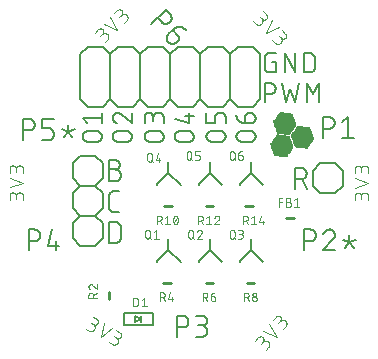
<source format=gbr>
G04 EAGLE Gerber RS-274X export*
G75*
%MOMM*%
%FSLAX34Y34*%
%LPD*%
%INSilkscreen Top*%
%IPPOS*%
%AMOC8*
5,1,8,0,0,1.08239X$1,22.5*%
G01*
%ADD10R,0.751331X0.014731*%
%ADD11R,0.883919X0.014731*%
%ADD12R,1.001775X0.014731*%
%ADD13R,1.119631X0.014731*%
%ADD14R,1.134363X0.014731*%
%ADD15R,1.149094X0.014731*%
%ADD16R,1.163825X0.014731*%
%ADD17R,1.178556X0.014731*%
%ADD18R,1.193288X0.014731*%
%ADD19R,1.222756X0.014731*%
%ADD20R,1.237488X0.014731*%
%ADD21R,1.266950X0.014731*%
%ADD22R,1.281681X0.014731*%
%ADD23R,1.311144X0.014731*%
%ADD24R,1.325881X0.014731*%
%ADD25R,1.355344X0.014731*%
%ADD26R,1.370075X0.014731*%
%ADD27R,1.384806X0.014731*%
%ADD28R,1.399538X0.014731*%
%ADD29R,1.414275X0.014731*%
%ADD30R,1.443738X0.014731*%
%ADD31R,1.458469X0.014731*%
%ADD32R,1.487931X0.014731*%
%ADD33R,1.502663X0.014731*%
%ADD34R,1.517394X0.014731*%
%ADD35R,1.532125X0.014731*%
%ADD36R,1.546856X0.014731*%
%ADD37R,1.576319X0.014731*%
%ADD38R,1.605788X0.014731*%
%ADD39R,1.620519X0.014731*%
%ADD40R,1.649981X0.014731*%
%ADD41R,1.664713X0.014731*%
%ADD42R,1.694175X0.014731*%
%ADD43R,1.708913X0.014731*%
%ADD44R,1.738375X0.014731*%
%ADD45R,1.753106X0.014731*%
%ADD46R,1.767838X0.014731*%
%ADD47R,1.782569X0.014731*%
%ADD48R,1.797306X0.014731*%
%ADD49R,0.117856X0.014731*%
%ADD50R,1.826769X0.014731*%
%ADD51R,0.235713X0.014731*%
%ADD52R,0.353569X0.014731*%
%ADD53R,1.856231X0.014731*%
%ADD54R,0.486156X0.014731*%
%ADD55R,1.870963X0.014731*%
%ADD56R,0.604013X0.014731*%
%ADD57R,0.721869X0.014731*%
%ADD58R,1.885694X0.014731*%
%ADD59R,0.839719X0.014731*%
%ADD60R,0.972306X0.014731*%
%ADD61R,1.090169X0.014731*%
%ADD62R,1.208025X0.014731*%
%ADD63R,1.252219X0.014731*%
%ADD64R,1.296412X0.014731*%
%ADD65R,1.340612X0.014731*%
%ADD66R,1.826763X0.014731*%
%ADD67R,1.414269X0.014731*%
%ADD68R,1.812031X0.014731*%
%ADD69R,1.429000X0.014731*%
%ADD70R,1.458462X0.014731*%
%ADD71R,1.473200X0.014731*%
%ADD72R,1.723644X0.014731*%
%ADD73R,1.694181X0.014731*%
%ADD74R,1.679450X0.014731*%
%ADD75R,1.561594X0.014731*%
%ADD76R,1.576325X0.014731*%
%ADD77R,1.591056X0.014731*%
%ADD78R,1.635250X0.014731*%
%ADD79R,1.561588X0.014731*%
%ADD80R,1.443731X0.014731*%
%ADD81R,1.797300X0.014731*%
%ADD82R,1.841500X0.014731*%
%ADD83R,1.311150X0.014731*%
%ADD84R,1.296419X0.014731*%
%ADD85R,1.193294X0.014731*%
%ADD86R,0.957575X0.014731*%
%ADD87R,0.589281X0.014731*%
%ADD88R,0.471425X0.014731*%
%ADD89R,0.220975X0.014731*%
%ADD90R,1.812038X0.014731*%
%ADD91R,0.103119X0.014731*%
%ADD92R,0.029463X0.014731*%
%ADD93R,0.162050X0.014731*%
%ADD94R,0.265175X0.014731*%
%ADD95R,0.397763X0.014731*%
%ADD96R,0.515619X0.014731*%
%ADD97R,0.648206X0.014731*%
%ADD98R,1.679444X0.014731*%
%ADD99R,1.016506X0.014731*%
%ADD100R,1.104900X0.014731*%
%ADD101R,1.222750X0.014731*%
%ADD102R,1.434338X0.014731*%
%ADD103R,1.208019X0.014731*%
%ADD104R,0.987044X0.014731*%
%ADD105R,0.854456X0.014731*%
%ADD106R,0.618744X0.014731*%
%ADD107R,0.500888X0.014731*%
%ADD108R,0.368300X0.014731*%
%ADD109R,0.132587X0.014731*%
%ADD110R,0.014731X0.014731*%
%ADD111R,1.664719X0.014731*%
%ADD112R,1.075438X0.014731*%
%ADD113R,0.942844X0.014731*%
%ADD114R,0.707131X0.014731*%
%ADD115R,0.456694X0.014731*%
%ADD116R,0.088388X0.014731*%
%ADD117C,0.152400*%
%ADD118C,0.101600*%
%ADD119C,0.127000*%
%ADD120C,0.076200*%
%ADD121C,0.254000*%
%ADD122C,0.050800*%


D10*
X77860Y172409D03*
D11*
X77344Y172556D03*
D12*
X76902Y172703D03*
D13*
X76460Y172851D03*
D14*
X76387Y172998D03*
D15*
X76460Y173145D03*
D16*
X76534Y173293D03*
D17*
X76460Y173440D03*
D18*
X76534Y173587D03*
D19*
X76534Y173735D03*
D20*
X76608Y173882D03*
X76608Y174029D03*
D21*
X76608Y174177D03*
D22*
X76681Y174324D03*
D23*
X76681Y174471D03*
X76681Y174619D03*
D24*
X76755Y174766D03*
D25*
X76755Y174913D03*
D26*
X76829Y175061D03*
D27*
X76755Y175208D03*
D28*
X76829Y175355D03*
D29*
X76902Y175503D03*
D30*
X76902Y175650D03*
X76902Y175797D03*
D31*
X76976Y175945D03*
D32*
X76976Y176092D03*
D33*
X77050Y176239D03*
D34*
X76976Y176386D03*
D35*
X77050Y176534D03*
D36*
X77123Y176681D03*
D37*
X77123Y176828D03*
X77123Y176976D03*
D38*
X77123Y177123D03*
D39*
X77197Y177270D03*
X77197Y177418D03*
D40*
X77197Y177565D03*
D41*
X77271Y177712D03*
D42*
X77271Y177860D03*
X77271Y178007D03*
D43*
X77344Y178154D03*
D44*
X77344Y178302D03*
D45*
X77418Y178449D03*
D46*
X77344Y178596D03*
D47*
X77418Y178744D03*
D48*
X77492Y178891D03*
D49*
X97969Y178891D03*
D50*
X77492Y179038D03*
D51*
X97380Y179038D03*
D50*
X77492Y179186D03*
D52*
X96938Y179186D03*
D53*
X77492Y179333D03*
D54*
X96422Y179333D03*
D55*
X77565Y179480D03*
D56*
X95980Y179480D03*
D55*
X77565Y179628D03*
D57*
X95391Y179628D03*
D58*
X77492Y179775D03*
D59*
X94949Y179775D03*
D58*
X77492Y179922D03*
D60*
X94433Y179922D03*
D55*
X77418Y180069D03*
D61*
X93991Y180069D03*
D58*
X77344Y180217D03*
D13*
X93844Y180217D03*
D58*
X77344Y180364D03*
D15*
X93844Y180364D03*
D58*
X77197Y180511D03*
D16*
X93918Y180511D03*
D58*
X77197Y180659D03*
D17*
X93991Y180659D03*
D55*
X77123Y180806D03*
D18*
X93918Y180806D03*
D58*
X77050Y180953D03*
D62*
X93991Y180953D03*
D58*
X77050Y181101D03*
D20*
X93991Y181101D03*
D58*
X76902Y181248D03*
D63*
X94065Y181248D03*
D58*
X76902Y181395D03*
D63*
X94065Y181395D03*
D55*
X76829Y181543D03*
D22*
X94065Y181543D03*
D58*
X76755Y181690D03*
D64*
X94139Y181690D03*
D58*
X76755Y181837D03*
D24*
X94139Y181837D03*
D58*
X76608Y181985D03*
D24*
X94139Y181985D03*
D58*
X76608Y182132D03*
D65*
X94212Y182132D03*
D55*
X76534Y182279D03*
D26*
X94212Y182279D03*
D53*
X76608Y182427D03*
D27*
X94286Y182427D03*
D53*
X76608Y182574D03*
D28*
X94212Y182574D03*
D66*
X76608Y182721D03*
D67*
X94286Y182721D03*
D68*
X76681Y182869D03*
D69*
X94360Y182869D03*
D47*
X76681Y183016D03*
D70*
X94360Y183016D03*
D47*
X76681Y183163D03*
D70*
X94360Y183163D03*
D46*
X76755Y183311D03*
D71*
X94433Y183311D03*
D44*
X76755Y183458D03*
D33*
X94433Y183458D03*
D72*
X76829Y183605D03*
D33*
X94433Y183605D03*
D43*
X76755Y183752D03*
D35*
X94433Y183752D03*
D73*
X76829Y183900D03*
D36*
X94507Y183900D03*
D74*
X76902Y184047D03*
D75*
X94581Y184047D03*
D40*
X76902Y184194D03*
D76*
X94507Y184194D03*
D40*
X76902Y184342D03*
D77*
X94581Y184342D03*
D78*
X76976Y184489D03*
D39*
X94581Y184489D03*
D38*
X76976Y184636D03*
D78*
X94654Y184636D03*
D38*
X76976Y184784D03*
D78*
X94654Y184784D03*
D76*
X76976Y184931D03*
D41*
X94654Y184931D03*
D79*
X77050Y185078D03*
D74*
X94728Y185078D03*
D36*
X77123Y185226D03*
D43*
X94728Y185226D03*
D35*
X77050Y185373D03*
D43*
X94728Y185373D03*
D34*
X77123Y185520D03*
D72*
X94802Y185520D03*
D32*
X77123Y185668D03*
D45*
X94802Y185668D03*
D71*
X77197Y185815D03*
D46*
X94875Y185815D03*
D71*
X77197Y185962D03*
D47*
X94802Y185962D03*
D80*
X77197Y186110D03*
D81*
X94875Y186110D03*
D69*
X77271Y186257D03*
D68*
X94949Y186257D03*
D28*
X77271Y186404D03*
D82*
X94949Y186404D03*
D28*
X77271Y186552D03*
D82*
X94949Y186552D03*
D27*
X77344Y186699D03*
D55*
X94949Y186699D03*
D25*
X77344Y186846D03*
D58*
X95023Y186846D03*
D65*
X77418Y186994D03*
D55*
X94949Y186994D03*
D24*
X77344Y187141D03*
D58*
X94875Y187141D03*
D83*
X77418Y187288D03*
D58*
X94875Y187288D03*
D84*
X77492Y187435D03*
D55*
X94802Y187435D03*
D21*
X77492Y187583D03*
D58*
X94728Y187583D03*
D21*
X77492Y187730D03*
D58*
X94728Y187730D03*
D63*
X77565Y187877D03*
D58*
X94581Y187877D03*
D19*
X77565Y188025D03*
D58*
X94581Y188025D03*
D62*
X77639Y188172D03*
D55*
X94507Y188172D03*
D85*
X77565Y188319D03*
D58*
X94433Y188319D03*
D17*
X77639Y188467D03*
D58*
X94433Y188467D03*
D16*
X77713Y188614D03*
D58*
X94286Y188614D03*
D15*
X77639Y188761D03*
D58*
X94286Y188761D03*
D14*
X77713Y188909D03*
D55*
X94212Y188909D03*
D61*
X77639Y189056D03*
D58*
X94139Y189056D03*
D86*
X77123Y189203D03*
D58*
X94139Y189203D03*
D59*
X76534Y189351D03*
D58*
X93991Y189351D03*
D57*
X76092Y189498D03*
D58*
X93991Y189498D03*
D87*
X75576Y189645D03*
D53*
X93991Y189645D03*
D88*
X75134Y189793D03*
D82*
X94065Y189793D03*
D52*
X74545Y189940D03*
D82*
X94065Y189940D03*
D89*
X74030Y190087D03*
D90*
X94065Y190087D03*
D91*
X73588Y190235D03*
D48*
X94139Y190235D03*
D92*
X83384Y190382D03*
D47*
X94065Y190382D03*
D93*
X82869Y190529D03*
D46*
X94139Y190529D03*
D94*
X82353Y190677D03*
D45*
X94212Y190677D03*
D95*
X81838Y190824D03*
D72*
X94212Y190824D03*
D96*
X81396Y190971D03*
D72*
X94212Y190971D03*
D97*
X80880Y191118D03*
D73*
X94212Y191118D03*
D10*
X80364Y191266D03*
D98*
X94286Y191266D03*
D11*
X79849Y191413D03*
D41*
X94360Y191413D03*
D99*
X79333Y191560D03*
D40*
X94286Y191560D03*
D100*
X78891Y191708D03*
D78*
X94360Y191708D03*
D14*
X78891Y191855D03*
D39*
X94433Y191855D03*
D15*
X78965Y192002D03*
D77*
X94433Y192002D03*
D16*
X79038Y192150D03*
D77*
X94433Y192150D03*
D17*
X78965Y192297D03*
D79*
X94433Y192297D03*
D18*
X79038Y192444D03*
D36*
X94507Y192444D03*
D101*
X79038Y192592D03*
D35*
X94581Y192592D03*
D20*
X79112Y192739D03*
D34*
X94507Y192739D03*
D20*
X79112Y192886D03*
D33*
X94581Y192886D03*
D21*
X79112Y193034D03*
D71*
X94581Y193034D03*
D22*
X79186Y193181D03*
D31*
X94654Y193181D03*
D23*
X79186Y193328D03*
D31*
X94654Y193328D03*
D23*
X79186Y193476D03*
D102*
X94618Y193476D03*
D24*
X79259Y193623D03*
D67*
X94728Y193623D03*
D25*
X79259Y193770D03*
D27*
X94728Y193770D03*
D26*
X79333Y193918D03*
D27*
X94728Y193918D03*
X79259Y194065D03*
D26*
X94802Y194065D03*
D28*
X79333Y194212D03*
D65*
X94802Y194212D03*
D67*
X79407Y194360D03*
D65*
X94802Y194360D03*
D30*
X79407Y194507D03*
D83*
X94802Y194507D03*
D30*
X79407Y194654D03*
D64*
X94875Y194654D03*
D71*
X79407Y194801D03*
D22*
X94949Y194801D03*
D32*
X79480Y194949D03*
D21*
X94875Y194949D03*
D33*
X79554Y195096D03*
D63*
X94949Y195096D03*
D34*
X79480Y195243D03*
D19*
X94949Y195243D03*
D35*
X79554Y195391D03*
D103*
X95023Y195391D03*
D79*
X79554Y195538D03*
D103*
X95023Y195538D03*
D37*
X79628Y195685D03*
D17*
X95023Y195685D03*
D37*
X79628Y195833D03*
D16*
X95096Y195833D03*
D38*
X79628Y195980D03*
D15*
X95170Y195980D03*
D39*
X79701Y196127D03*
D14*
X95096Y196127D03*
D39*
X79701Y196275D03*
D100*
X95096Y196275D03*
D40*
X79701Y196422D03*
D104*
X94654Y196422D03*
D41*
X79775Y196569D03*
D105*
X94139Y196569D03*
D42*
X79775Y196717D03*
D10*
X93623Y196717D03*
D42*
X79775Y196864D03*
D106*
X93108Y196864D03*
D43*
X79849Y197011D03*
D107*
X92666Y197011D03*
D44*
X79849Y197159D03*
D108*
X92150Y197159D03*
D45*
X79922Y197306D03*
D94*
X91634Y197306D03*
D46*
X79849Y197453D03*
D109*
X91119Y197453D03*
D47*
X79922Y197601D03*
D110*
X90677Y197601D03*
D48*
X79996Y197748D03*
D50*
X79996Y197895D03*
X79996Y198043D03*
D53*
X79996Y198190D03*
D55*
X80070Y198337D03*
X80070Y198484D03*
D58*
X79996Y198632D03*
X79996Y198779D03*
X79849Y198926D03*
X79849Y199074D03*
D55*
X79775Y199221D03*
D58*
X79701Y199368D03*
X79701Y199516D03*
X79554Y199663D03*
X79554Y199810D03*
D55*
X79480Y199958D03*
D58*
X79407Y200105D03*
X79407Y200252D03*
D55*
X79333Y200400D03*
D58*
X79259Y200547D03*
X79259Y200694D03*
X79112Y200842D03*
X79112Y200989D03*
D55*
X79038Y201136D03*
D53*
X79112Y201284D03*
X79112Y201431D03*
D66*
X79112Y201578D03*
D68*
X79186Y201726D03*
D47*
X79186Y201873D03*
X79186Y202020D03*
D46*
X79259Y202167D03*
D44*
X79259Y202315D03*
D72*
X79333Y202462D03*
D43*
X79259Y202609D03*
D73*
X79333Y202757D03*
D74*
X79407Y202904D03*
D111*
X79333Y203051D03*
D40*
X79407Y203199D03*
D39*
X79407Y203346D03*
D38*
X79480Y203493D03*
X79480Y203641D03*
D76*
X79480Y203788D03*
D79*
X79554Y203935D03*
D35*
X79554Y204083D03*
X79554Y204230D03*
D34*
X79628Y204377D03*
D32*
X79628Y204525D03*
D71*
X79701Y204672D03*
X79701Y204819D03*
D80*
X79701Y204967D03*
D69*
X79775Y205114D03*
D28*
X79775Y205261D03*
X79775Y205409D03*
D27*
X79849Y205556D03*
D25*
X79849Y205703D03*
D65*
X79922Y205850D03*
D24*
X79849Y205998D03*
D83*
X79922Y206145D03*
D84*
X79996Y206292D03*
D21*
X79996Y206440D03*
X79996Y206587D03*
D20*
X79996Y206734D03*
D19*
X80070Y206882D03*
D62*
X80143Y207029D03*
D85*
X80070Y207176D03*
D17*
X80143Y207324D03*
D15*
X80143Y207471D03*
X80143Y207618D03*
D14*
X80217Y207766D03*
D112*
X80070Y207913D03*
D113*
X79554Y208060D03*
D59*
X79038Y208208D03*
D114*
X78523Y208355D03*
D87*
X78081Y208502D03*
D115*
X77565Y208650D03*
D52*
X77050Y208797D03*
D89*
X76534Y208944D03*
D116*
X76018Y209092D03*
D49*
X80519Y171563D03*
D51*
X79930Y171710D03*
D52*
X79488Y171858D03*
D54*
X78972Y172005D03*
D56*
X78530Y172152D03*
D57*
X77941Y172300D03*
D59*
X77499Y172447D03*
D60*
X76984Y172594D03*
D61*
X76542Y172742D03*
D13*
X76394Y172889D03*
D117*
X111887Y188087D02*
X111887Y205867D01*
X116826Y205867D01*
X116966Y205865D01*
X117105Y205859D01*
X117245Y205849D01*
X117384Y205835D01*
X117523Y205818D01*
X117661Y205796D01*
X117798Y205770D01*
X117935Y205741D01*
X118071Y205708D01*
X118205Y205671D01*
X118339Y205630D01*
X118471Y205585D01*
X118603Y205536D01*
X118732Y205484D01*
X118860Y205429D01*
X118987Y205369D01*
X119112Y205306D01*
X119235Y205240D01*
X119356Y205170D01*
X119475Y205097D01*
X119592Y205020D01*
X119706Y204940D01*
X119819Y204857D01*
X119929Y204771D01*
X120036Y204681D01*
X120141Y204589D01*
X120243Y204494D01*
X120343Y204396D01*
X120440Y204295D01*
X120534Y204191D01*
X120624Y204085D01*
X120712Y203976D01*
X120797Y203865D01*
X120878Y203751D01*
X120957Y203636D01*
X121032Y203518D01*
X121103Y203398D01*
X121171Y203275D01*
X121236Y203152D01*
X121297Y203026D01*
X121355Y202898D01*
X121409Y202770D01*
X121459Y202639D01*
X121506Y202507D01*
X121549Y202374D01*
X121588Y202240D01*
X121623Y202105D01*
X121654Y201969D01*
X121682Y201831D01*
X121705Y201694D01*
X121725Y201555D01*
X121741Y201416D01*
X121753Y201277D01*
X121761Y201138D01*
X121765Y200998D01*
X121765Y200858D01*
X121761Y200718D01*
X121753Y200579D01*
X121741Y200440D01*
X121725Y200301D01*
X121705Y200162D01*
X121682Y200025D01*
X121654Y199887D01*
X121623Y199751D01*
X121588Y199616D01*
X121549Y199482D01*
X121506Y199349D01*
X121459Y199217D01*
X121409Y199086D01*
X121355Y198958D01*
X121297Y198830D01*
X121236Y198704D01*
X121171Y198581D01*
X121103Y198459D01*
X121032Y198338D01*
X120957Y198220D01*
X120878Y198105D01*
X120797Y197991D01*
X120712Y197880D01*
X120624Y197771D01*
X120534Y197665D01*
X120440Y197561D01*
X120343Y197460D01*
X120243Y197362D01*
X120141Y197267D01*
X120036Y197175D01*
X119929Y197085D01*
X119819Y196999D01*
X119706Y196916D01*
X119592Y196836D01*
X119475Y196759D01*
X119356Y196686D01*
X119235Y196616D01*
X119112Y196550D01*
X118987Y196487D01*
X118860Y196427D01*
X118732Y196372D01*
X118603Y196320D01*
X118471Y196271D01*
X118339Y196226D01*
X118205Y196185D01*
X118071Y196148D01*
X117935Y196115D01*
X117798Y196086D01*
X117661Y196060D01*
X117523Y196038D01*
X117384Y196021D01*
X117245Y196007D01*
X117105Y195997D01*
X116966Y195991D01*
X116826Y195989D01*
X111887Y195989D01*
X127882Y201916D02*
X132821Y205867D01*
X132821Y188087D01*
X127882Y188087D02*
X137760Y188087D01*
X96012Y110617D02*
X96012Y92837D01*
X96012Y110617D02*
X100951Y110617D01*
X101091Y110615D01*
X101230Y110609D01*
X101370Y110599D01*
X101509Y110585D01*
X101648Y110568D01*
X101786Y110546D01*
X101923Y110520D01*
X102060Y110491D01*
X102196Y110458D01*
X102330Y110421D01*
X102464Y110380D01*
X102596Y110335D01*
X102728Y110286D01*
X102857Y110234D01*
X102985Y110179D01*
X103112Y110119D01*
X103237Y110056D01*
X103360Y109990D01*
X103481Y109920D01*
X103600Y109847D01*
X103717Y109770D01*
X103831Y109690D01*
X103944Y109607D01*
X104054Y109521D01*
X104161Y109431D01*
X104266Y109339D01*
X104368Y109244D01*
X104468Y109146D01*
X104565Y109045D01*
X104659Y108941D01*
X104749Y108835D01*
X104837Y108726D01*
X104922Y108615D01*
X105003Y108501D01*
X105082Y108386D01*
X105157Y108268D01*
X105228Y108148D01*
X105296Y108025D01*
X105361Y107902D01*
X105422Y107776D01*
X105480Y107648D01*
X105534Y107520D01*
X105584Y107389D01*
X105631Y107257D01*
X105674Y107124D01*
X105713Y106990D01*
X105748Y106855D01*
X105779Y106719D01*
X105807Y106581D01*
X105830Y106444D01*
X105850Y106305D01*
X105866Y106166D01*
X105878Y106027D01*
X105886Y105888D01*
X105890Y105748D01*
X105890Y105608D01*
X105886Y105468D01*
X105878Y105329D01*
X105866Y105190D01*
X105850Y105051D01*
X105830Y104912D01*
X105807Y104775D01*
X105779Y104637D01*
X105748Y104501D01*
X105713Y104366D01*
X105674Y104232D01*
X105631Y104099D01*
X105584Y103967D01*
X105534Y103836D01*
X105480Y103708D01*
X105422Y103580D01*
X105361Y103454D01*
X105296Y103331D01*
X105228Y103209D01*
X105157Y103088D01*
X105082Y102970D01*
X105003Y102855D01*
X104922Y102741D01*
X104837Y102630D01*
X104749Y102521D01*
X104659Y102415D01*
X104565Y102311D01*
X104468Y102210D01*
X104368Y102112D01*
X104266Y102017D01*
X104161Y101925D01*
X104054Y101835D01*
X103944Y101749D01*
X103831Y101666D01*
X103717Y101586D01*
X103600Y101509D01*
X103481Y101436D01*
X103360Y101366D01*
X103237Y101300D01*
X103112Y101237D01*
X102985Y101177D01*
X102857Y101122D01*
X102728Y101070D01*
X102596Y101021D01*
X102464Y100976D01*
X102330Y100935D01*
X102196Y100898D01*
X102060Y100865D01*
X101923Y100836D01*
X101786Y100810D01*
X101648Y100788D01*
X101509Y100771D01*
X101370Y100757D01*
X101230Y100747D01*
X101091Y100741D01*
X100951Y100739D01*
X96012Y100739D01*
X117440Y110617D02*
X117572Y110615D01*
X117703Y110609D01*
X117835Y110599D01*
X117966Y110586D01*
X118096Y110568D01*
X118226Y110547D01*
X118356Y110522D01*
X118484Y110493D01*
X118612Y110460D01*
X118738Y110423D01*
X118864Y110383D01*
X118988Y110339D01*
X119111Y110291D01*
X119232Y110240D01*
X119352Y110185D01*
X119470Y110127D01*
X119586Y110065D01*
X119700Y109999D01*
X119813Y109931D01*
X119923Y109859D01*
X120031Y109784D01*
X120137Y109705D01*
X120241Y109624D01*
X120342Y109539D01*
X120440Y109452D01*
X120536Y109361D01*
X120629Y109268D01*
X120720Y109172D01*
X120807Y109074D01*
X120892Y108973D01*
X120973Y108869D01*
X121052Y108763D01*
X121127Y108655D01*
X121199Y108545D01*
X121267Y108432D01*
X121333Y108318D01*
X121395Y108202D01*
X121453Y108084D01*
X121508Y107964D01*
X121559Y107843D01*
X121607Y107720D01*
X121651Y107596D01*
X121691Y107470D01*
X121728Y107344D01*
X121761Y107216D01*
X121790Y107088D01*
X121815Y106958D01*
X121836Y106828D01*
X121854Y106698D01*
X121867Y106567D01*
X121877Y106435D01*
X121883Y106304D01*
X121885Y106172D01*
X117440Y110617D02*
X117290Y110615D01*
X117141Y110609D01*
X116992Y110599D01*
X116843Y110586D01*
X116694Y110568D01*
X116546Y110547D01*
X116398Y110521D01*
X116252Y110492D01*
X116106Y110459D01*
X115961Y110422D01*
X115817Y110381D01*
X115674Y110337D01*
X115532Y110289D01*
X115392Y110237D01*
X115253Y110182D01*
X115115Y110123D01*
X114980Y110060D01*
X114845Y109994D01*
X114713Y109924D01*
X114583Y109851D01*
X114454Y109774D01*
X114327Y109694D01*
X114203Y109611D01*
X114081Y109525D01*
X113961Y109435D01*
X113844Y109342D01*
X113729Y109247D01*
X113616Y109148D01*
X113506Y109046D01*
X113399Y108942D01*
X113295Y108835D01*
X113193Y108725D01*
X113095Y108612D01*
X112999Y108497D01*
X112907Y108379D01*
X112817Y108259D01*
X112731Y108137D01*
X112648Y108013D01*
X112568Y107886D01*
X112492Y107758D01*
X112419Y107627D01*
X112349Y107494D01*
X112283Y107360D01*
X112221Y107224D01*
X112162Y107087D01*
X112106Y106948D01*
X112055Y106807D01*
X112007Y106666D01*
X120402Y102715D02*
X120498Y102808D01*
X120590Y102904D01*
X120680Y103003D01*
X120767Y103104D01*
X120852Y103207D01*
X120933Y103312D01*
X121011Y103420D01*
X121086Y103530D01*
X121159Y103642D01*
X121228Y103756D01*
X121294Y103872D01*
X121356Y103990D01*
X121415Y104109D01*
X121471Y104230D01*
X121524Y104353D01*
X121573Y104477D01*
X121618Y104602D01*
X121661Y104729D01*
X121699Y104856D01*
X121734Y104985D01*
X121765Y105114D01*
X121793Y105245D01*
X121817Y105376D01*
X121838Y105508D01*
X121854Y105640D01*
X121867Y105773D01*
X121877Y105906D01*
X121882Y106039D01*
X121884Y106172D01*
X120403Y102715D02*
X112007Y92837D01*
X121885Y92837D01*
X134255Y99751D02*
X134255Y105678D01*
X134255Y99751D02*
X137712Y95306D01*
X134255Y99751D02*
X130797Y95306D01*
X134255Y99751D02*
X139687Y101727D01*
X134255Y99751D02*
X128822Y101727D01*
X-142113Y186500D02*
X-142113Y204280D01*
X-137174Y204280D01*
X-137034Y204278D01*
X-136895Y204272D01*
X-136755Y204262D01*
X-136616Y204248D01*
X-136477Y204231D01*
X-136339Y204209D01*
X-136202Y204183D01*
X-136065Y204154D01*
X-135929Y204121D01*
X-135795Y204084D01*
X-135661Y204043D01*
X-135529Y203998D01*
X-135397Y203949D01*
X-135268Y203897D01*
X-135140Y203842D01*
X-135013Y203782D01*
X-134888Y203719D01*
X-134765Y203653D01*
X-134644Y203583D01*
X-134525Y203510D01*
X-134408Y203433D01*
X-134294Y203353D01*
X-134181Y203270D01*
X-134071Y203184D01*
X-133964Y203094D01*
X-133859Y203002D01*
X-133757Y202907D01*
X-133657Y202809D01*
X-133560Y202708D01*
X-133466Y202604D01*
X-133376Y202498D01*
X-133288Y202389D01*
X-133203Y202278D01*
X-133122Y202164D01*
X-133043Y202049D01*
X-132968Y201931D01*
X-132897Y201811D01*
X-132829Y201688D01*
X-132764Y201565D01*
X-132703Y201439D01*
X-132645Y201311D01*
X-132591Y201183D01*
X-132541Y201052D01*
X-132494Y200920D01*
X-132451Y200787D01*
X-132412Y200653D01*
X-132377Y200518D01*
X-132346Y200382D01*
X-132318Y200244D01*
X-132295Y200107D01*
X-132275Y199968D01*
X-132259Y199829D01*
X-132247Y199690D01*
X-132239Y199551D01*
X-132235Y199411D01*
X-132235Y199271D01*
X-132239Y199131D01*
X-132247Y198992D01*
X-132259Y198853D01*
X-132275Y198714D01*
X-132295Y198575D01*
X-132318Y198438D01*
X-132346Y198300D01*
X-132377Y198164D01*
X-132412Y198029D01*
X-132451Y197895D01*
X-132494Y197762D01*
X-132541Y197630D01*
X-132591Y197499D01*
X-132645Y197371D01*
X-132703Y197243D01*
X-132764Y197117D01*
X-132829Y196994D01*
X-132897Y196872D01*
X-132968Y196751D01*
X-133043Y196633D01*
X-133122Y196518D01*
X-133203Y196404D01*
X-133288Y196293D01*
X-133376Y196184D01*
X-133466Y196078D01*
X-133560Y195974D01*
X-133657Y195873D01*
X-133757Y195775D01*
X-133859Y195680D01*
X-133964Y195588D01*
X-134071Y195498D01*
X-134181Y195412D01*
X-134294Y195329D01*
X-134408Y195249D01*
X-134525Y195172D01*
X-134644Y195099D01*
X-134765Y195029D01*
X-134888Y194963D01*
X-135013Y194900D01*
X-135140Y194840D01*
X-135268Y194785D01*
X-135397Y194733D01*
X-135529Y194684D01*
X-135661Y194639D01*
X-135795Y194598D01*
X-135929Y194561D01*
X-136065Y194528D01*
X-136202Y194499D01*
X-136339Y194473D01*
X-136477Y194451D01*
X-136616Y194434D01*
X-136755Y194420D01*
X-136895Y194410D01*
X-137034Y194404D01*
X-137174Y194402D01*
X-142113Y194402D01*
X-126118Y186500D02*
X-120191Y186500D01*
X-120067Y186502D01*
X-119943Y186508D01*
X-119819Y186518D01*
X-119696Y186531D01*
X-119573Y186549D01*
X-119451Y186570D01*
X-119329Y186595D01*
X-119208Y186624D01*
X-119089Y186657D01*
X-118970Y186693D01*
X-118853Y186734D01*
X-118737Y186777D01*
X-118622Y186825D01*
X-118509Y186876D01*
X-118397Y186931D01*
X-118288Y186989D01*
X-118180Y187050D01*
X-118074Y187115D01*
X-117970Y187183D01*
X-117869Y187255D01*
X-117769Y187329D01*
X-117673Y187407D01*
X-117578Y187487D01*
X-117486Y187571D01*
X-117397Y187657D01*
X-117311Y187746D01*
X-117227Y187838D01*
X-117147Y187933D01*
X-117069Y188029D01*
X-116995Y188129D01*
X-116923Y188230D01*
X-116855Y188334D01*
X-116790Y188440D01*
X-116729Y188548D01*
X-116671Y188657D01*
X-116616Y188769D01*
X-116565Y188882D01*
X-116517Y188997D01*
X-116474Y189113D01*
X-116433Y189230D01*
X-116397Y189349D01*
X-116364Y189468D01*
X-116335Y189589D01*
X-116310Y189711D01*
X-116289Y189833D01*
X-116271Y189956D01*
X-116258Y190079D01*
X-116248Y190203D01*
X-116242Y190327D01*
X-116240Y190451D01*
X-116240Y192426D01*
X-116242Y192550D01*
X-116248Y192674D01*
X-116258Y192798D01*
X-116271Y192921D01*
X-116289Y193044D01*
X-116310Y193166D01*
X-116335Y193288D01*
X-116364Y193409D01*
X-116397Y193528D01*
X-116433Y193647D01*
X-116474Y193764D01*
X-116517Y193880D01*
X-116565Y193995D01*
X-116616Y194108D01*
X-116671Y194220D01*
X-116729Y194329D01*
X-116790Y194437D01*
X-116855Y194543D01*
X-116923Y194647D01*
X-116995Y194748D01*
X-117069Y194848D01*
X-117147Y194944D01*
X-117227Y195039D01*
X-117311Y195131D01*
X-117397Y195220D01*
X-117486Y195306D01*
X-117578Y195390D01*
X-117673Y195470D01*
X-117769Y195548D01*
X-117869Y195622D01*
X-117970Y195694D01*
X-118074Y195762D01*
X-118180Y195827D01*
X-118288Y195888D01*
X-118397Y195946D01*
X-118509Y196001D01*
X-118622Y196052D01*
X-118737Y196100D01*
X-118853Y196143D01*
X-118970Y196184D01*
X-119089Y196220D01*
X-119208Y196253D01*
X-119329Y196282D01*
X-119451Y196307D01*
X-119573Y196328D01*
X-119696Y196346D01*
X-119819Y196359D01*
X-119943Y196369D01*
X-120067Y196375D01*
X-120191Y196377D01*
X-126118Y196377D01*
X-126118Y204280D01*
X-116240Y204280D01*
X-103870Y199341D02*
X-103870Y193414D01*
X-100413Y188969D01*
X-103870Y193414D02*
X-107328Y188969D01*
X-103870Y193414D02*
X-98438Y195390D01*
X-103870Y193414D02*
X-109303Y195390D01*
X-137351Y110617D02*
X-137351Y92837D01*
X-137351Y110617D02*
X-132412Y110617D01*
X-132272Y110615D01*
X-132133Y110609D01*
X-131993Y110599D01*
X-131854Y110585D01*
X-131715Y110568D01*
X-131577Y110546D01*
X-131440Y110520D01*
X-131303Y110491D01*
X-131167Y110458D01*
X-131033Y110421D01*
X-130899Y110380D01*
X-130767Y110335D01*
X-130635Y110286D01*
X-130506Y110234D01*
X-130378Y110179D01*
X-130251Y110119D01*
X-130126Y110056D01*
X-130003Y109990D01*
X-129882Y109920D01*
X-129763Y109847D01*
X-129646Y109770D01*
X-129532Y109690D01*
X-129419Y109607D01*
X-129309Y109521D01*
X-129202Y109431D01*
X-129097Y109339D01*
X-128995Y109244D01*
X-128895Y109146D01*
X-128798Y109045D01*
X-128704Y108941D01*
X-128614Y108835D01*
X-128526Y108726D01*
X-128441Y108615D01*
X-128360Y108501D01*
X-128281Y108386D01*
X-128206Y108268D01*
X-128135Y108148D01*
X-128067Y108025D01*
X-128002Y107902D01*
X-127941Y107776D01*
X-127883Y107648D01*
X-127829Y107520D01*
X-127779Y107389D01*
X-127732Y107257D01*
X-127689Y107124D01*
X-127650Y106990D01*
X-127615Y106855D01*
X-127584Y106719D01*
X-127556Y106581D01*
X-127533Y106444D01*
X-127513Y106305D01*
X-127497Y106166D01*
X-127485Y106027D01*
X-127477Y105888D01*
X-127473Y105748D01*
X-127473Y105608D01*
X-127477Y105468D01*
X-127485Y105329D01*
X-127497Y105190D01*
X-127513Y105051D01*
X-127533Y104912D01*
X-127556Y104775D01*
X-127584Y104637D01*
X-127615Y104501D01*
X-127650Y104366D01*
X-127689Y104232D01*
X-127732Y104099D01*
X-127779Y103967D01*
X-127829Y103836D01*
X-127883Y103708D01*
X-127941Y103580D01*
X-128002Y103454D01*
X-128067Y103331D01*
X-128135Y103209D01*
X-128206Y103088D01*
X-128281Y102970D01*
X-128360Y102855D01*
X-128441Y102741D01*
X-128526Y102630D01*
X-128614Y102521D01*
X-128704Y102415D01*
X-128798Y102311D01*
X-128895Y102210D01*
X-128995Y102112D01*
X-129097Y102017D01*
X-129202Y101925D01*
X-129309Y101835D01*
X-129419Y101749D01*
X-129532Y101666D01*
X-129646Y101586D01*
X-129763Y101509D01*
X-129882Y101436D01*
X-130003Y101366D01*
X-130126Y101300D01*
X-130251Y101237D01*
X-130378Y101177D01*
X-130506Y101122D01*
X-130635Y101070D01*
X-130767Y101021D01*
X-130899Y100976D01*
X-131033Y100935D01*
X-131167Y100898D01*
X-131303Y100865D01*
X-131440Y100836D01*
X-131577Y100810D01*
X-131715Y100788D01*
X-131854Y100771D01*
X-131993Y100757D01*
X-132133Y100747D01*
X-132272Y100741D01*
X-132412Y100739D01*
X-137351Y100739D01*
X-121355Y96788D02*
X-117404Y110617D01*
X-121355Y96788D02*
X-111478Y96788D01*
X-114441Y100739D02*
X-114441Y92837D01*
X-11938Y37592D02*
X-11938Y19812D01*
X-11938Y37592D02*
X-6999Y37592D01*
X-6859Y37590D01*
X-6720Y37584D01*
X-6580Y37574D01*
X-6441Y37560D01*
X-6302Y37543D01*
X-6164Y37521D01*
X-6027Y37495D01*
X-5890Y37466D01*
X-5754Y37433D01*
X-5620Y37396D01*
X-5486Y37355D01*
X-5354Y37310D01*
X-5222Y37261D01*
X-5093Y37209D01*
X-4965Y37154D01*
X-4838Y37094D01*
X-4713Y37031D01*
X-4590Y36965D01*
X-4469Y36895D01*
X-4350Y36822D01*
X-4233Y36745D01*
X-4119Y36665D01*
X-4006Y36582D01*
X-3896Y36496D01*
X-3789Y36406D01*
X-3684Y36314D01*
X-3582Y36219D01*
X-3482Y36121D01*
X-3385Y36020D01*
X-3291Y35916D01*
X-3201Y35810D01*
X-3113Y35701D01*
X-3028Y35590D01*
X-2947Y35476D01*
X-2868Y35361D01*
X-2793Y35243D01*
X-2722Y35123D01*
X-2654Y35000D01*
X-2589Y34877D01*
X-2528Y34751D01*
X-2470Y34623D01*
X-2416Y34495D01*
X-2366Y34364D01*
X-2319Y34232D01*
X-2276Y34099D01*
X-2237Y33965D01*
X-2202Y33830D01*
X-2171Y33694D01*
X-2143Y33556D01*
X-2120Y33419D01*
X-2100Y33280D01*
X-2084Y33141D01*
X-2072Y33002D01*
X-2064Y32863D01*
X-2060Y32723D01*
X-2060Y32583D01*
X-2064Y32443D01*
X-2072Y32304D01*
X-2084Y32165D01*
X-2100Y32026D01*
X-2120Y31887D01*
X-2143Y31750D01*
X-2171Y31612D01*
X-2202Y31476D01*
X-2237Y31341D01*
X-2276Y31207D01*
X-2319Y31074D01*
X-2366Y30942D01*
X-2416Y30811D01*
X-2470Y30683D01*
X-2528Y30555D01*
X-2589Y30429D01*
X-2654Y30306D01*
X-2722Y30184D01*
X-2793Y30063D01*
X-2868Y29945D01*
X-2947Y29830D01*
X-3028Y29716D01*
X-3113Y29605D01*
X-3201Y29496D01*
X-3291Y29390D01*
X-3385Y29286D01*
X-3482Y29185D01*
X-3582Y29087D01*
X-3684Y28992D01*
X-3789Y28900D01*
X-3896Y28810D01*
X-4006Y28724D01*
X-4119Y28641D01*
X-4233Y28561D01*
X-4350Y28484D01*
X-4469Y28411D01*
X-4590Y28341D01*
X-4713Y28275D01*
X-4838Y28212D01*
X-4965Y28152D01*
X-5093Y28097D01*
X-5222Y28045D01*
X-5354Y27996D01*
X-5486Y27951D01*
X-5620Y27910D01*
X-5754Y27873D01*
X-5890Y27840D01*
X-6027Y27811D01*
X-6164Y27785D01*
X-6302Y27763D01*
X-6441Y27746D01*
X-6580Y27732D01*
X-6720Y27722D01*
X-6859Y27716D01*
X-6999Y27714D01*
X-11938Y27714D01*
X4057Y19812D02*
X8996Y19812D01*
X9136Y19814D01*
X9275Y19820D01*
X9415Y19830D01*
X9554Y19844D01*
X9693Y19861D01*
X9831Y19883D01*
X9968Y19909D01*
X10105Y19938D01*
X10241Y19971D01*
X10375Y20008D01*
X10509Y20049D01*
X10641Y20094D01*
X10773Y20143D01*
X10902Y20195D01*
X11030Y20250D01*
X11157Y20310D01*
X11282Y20373D01*
X11405Y20439D01*
X11526Y20509D01*
X11645Y20582D01*
X11762Y20659D01*
X11876Y20739D01*
X11989Y20822D01*
X12099Y20908D01*
X12206Y20998D01*
X12311Y21090D01*
X12413Y21185D01*
X12513Y21283D01*
X12610Y21384D01*
X12704Y21488D01*
X12794Y21594D01*
X12882Y21703D01*
X12967Y21814D01*
X13048Y21928D01*
X13127Y22043D01*
X13202Y22161D01*
X13273Y22282D01*
X13341Y22404D01*
X13406Y22527D01*
X13467Y22653D01*
X13525Y22781D01*
X13579Y22909D01*
X13629Y23040D01*
X13676Y23172D01*
X13719Y23305D01*
X13758Y23439D01*
X13793Y23574D01*
X13824Y23710D01*
X13852Y23848D01*
X13875Y23985D01*
X13895Y24124D01*
X13911Y24263D01*
X13923Y24402D01*
X13931Y24541D01*
X13935Y24681D01*
X13935Y24821D01*
X13931Y24961D01*
X13923Y25100D01*
X13911Y25239D01*
X13895Y25378D01*
X13875Y25517D01*
X13852Y25654D01*
X13824Y25792D01*
X13793Y25928D01*
X13758Y26063D01*
X13719Y26197D01*
X13676Y26330D01*
X13629Y26462D01*
X13579Y26593D01*
X13525Y26721D01*
X13467Y26849D01*
X13406Y26975D01*
X13341Y27098D01*
X13273Y27221D01*
X13202Y27341D01*
X13127Y27459D01*
X13048Y27574D01*
X12967Y27688D01*
X12882Y27799D01*
X12794Y27908D01*
X12704Y28014D01*
X12610Y28118D01*
X12513Y28219D01*
X12413Y28317D01*
X12311Y28412D01*
X12206Y28504D01*
X12099Y28594D01*
X11989Y28680D01*
X11876Y28763D01*
X11762Y28843D01*
X11645Y28920D01*
X11526Y28993D01*
X11405Y29063D01*
X11282Y29129D01*
X11157Y29192D01*
X11030Y29252D01*
X10902Y29307D01*
X10773Y29359D01*
X10641Y29408D01*
X10509Y29453D01*
X10375Y29494D01*
X10241Y29531D01*
X10105Y29564D01*
X9968Y29593D01*
X9831Y29619D01*
X9693Y29641D01*
X9554Y29658D01*
X9415Y29672D01*
X9275Y29682D01*
X9136Y29688D01*
X8996Y29690D01*
X9984Y37592D02*
X4057Y37592D01*
X9984Y37592D02*
X10108Y37590D01*
X10232Y37584D01*
X10356Y37574D01*
X10479Y37561D01*
X10602Y37543D01*
X10724Y37522D01*
X10846Y37497D01*
X10967Y37468D01*
X11086Y37435D01*
X11205Y37399D01*
X11322Y37358D01*
X11438Y37315D01*
X11553Y37267D01*
X11666Y37216D01*
X11778Y37161D01*
X11887Y37103D01*
X11995Y37042D01*
X12101Y36977D01*
X12205Y36909D01*
X12306Y36837D01*
X12406Y36763D01*
X12502Y36685D01*
X12597Y36605D01*
X12689Y36521D01*
X12778Y36435D01*
X12864Y36346D01*
X12948Y36254D01*
X13028Y36159D01*
X13106Y36063D01*
X13180Y35963D01*
X13252Y35862D01*
X13320Y35758D01*
X13385Y35652D01*
X13446Y35544D01*
X13504Y35435D01*
X13559Y35323D01*
X13610Y35210D01*
X13658Y35095D01*
X13701Y34979D01*
X13742Y34862D01*
X13778Y34743D01*
X13811Y34624D01*
X13840Y34503D01*
X13865Y34381D01*
X13886Y34259D01*
X13904Y34136D01*
X13917Y34013D01*
X13927Y33889D01*
X13933Y33765D01*
X13935Y33641D01*
X13933Y33517D01*
X13927Y33393D01*
X13917Y33269D01*
X13904Y33146D01*
X13886Y33023D01*
X13865Y32901D01*
X13840Y32779D01*
X13811Y32658D01*
X13778Y32539D01*
X13742Y32420D01*
X13701Y32303D01*
X13658Y32187D01*
X13610Y32072D01*
X13559Y31959D01*
X13504Y31847D01*
X13446Y31738D01*
X13385Y31630D01*
X13320Y31524D01*
X13252Y31420D01*
X13180Y31319D01*
X13106Y31219D01*
X13028Y31123D01*
X12948Y31028D01*
X12864Y30936D01*
X12778Y30847D01*
X12689Y30761D01*
X12597Y30677D01*
X12502Y30597D01*
X12406Y30519D01*
X12306Y30445D01*
X12205Y30373D01*
X12101Y30305D01*
X11995Y30240D01*
X11887Y30179D01*
X11778Y30121D01*
X11666Y30066D01*
X11553Y30015D01*
X11438Y29967D01*
X11322Y29924D01*
X11205Y29883D01*
X11086Y29847D01*
X10967Y29814D01*
X10846Y29785D01*
X10724Y29760D01*
X10602Y29739D01*
X10479Y29721D01*
X10356Y29708D01*
X10232Y29698D01*
X10108Y29692D01*
X9984Y29690D01*
X6033Y29690D01*
X-64149Y161452D02*
X-69088Y161452D01*
X-64149Y161452D02*
X-64009Y161450D01*
X-63870Y161444D01*
X-63730Y161434D01*
X-63591Y161420D01*
X-63452Y161403D01*
X-63314Y161381D01*
X-63177Y161355D01*
X-63040Y161326D01*
X-62904Y161293D01*
X-62770Y161256D01*
X-62636Y161215D01*
X-62504Y161170D01*
X-62372Y161121D01*
X-62243Y161069D01*
X-62115Y161014D01*
X-61988Y160954D01*
X-61863Y160891D01*
X-61740Y160825D01*
X-61619Y160755D01*
X-61500Y160682D01*
X-61383Y160605D01*
X-61269Y160525D01*
X-61156Y160442D01*
X-61046Y160356D01*
X-60939Y160266D01*
X-60834Y160174D01*
X-60732Y160079D01*
X-60632Y159981D01*
X-60535Y159880D01*
X-60441Y159776D01*
X-60351Y159670D01*
X-60263Y159561D01*
X-60178Y159450D01*
X-60097Y159336D01*
X-60018Y159221D01*
X-59943Y159103D01*
X-59872Y158983D01*
X-59804Y158860D01*
X-59739Y158737D01*
X-59678Y158611D01*
X-59620Y158483D01*
X-59566Y158355D01*
X-59516Y158224D01*
X-59469Y158092D01*
X-59426Y157959D01*
X-59387Y157825D01*
X-59352Y157690D01*
X-59321Y157554D01*
X-59293Y157416D01*
X-59270Y157279D01*
X-59250Y157140D01*
X-59234Y157001D01*
X-59222Y156862D01*
X-59214Y156723D01*
X-59210Y156583D01*
X-59210Y156443D01*
X-59214Y156303D01*
X-59222Y156164D01*
X-59234Y156025D01*
X-59250Y155886D01*
X-59270Y155747D01*
X-59293Y155610D01*
X-59321Y155472D01*
X-59352Y155336D01*
X-59387Y155201D01*
X-59426Y155067D01*
X-59469Y154934D01*
X-59516Y154802D01*
X-59566Y154671D01*
X-59620Y154543D01*
X-59678Y154415D01*
X-59739Y154289D01*
X-59804Y154166D01*
X-59872Y154044D01*
X-59943Y153923D01*
X-60018Y153805D01*
X-60097Y153690D01*
X-60178Y153576D01*
X-60263Y153465D01*
X-60351Y153356D01*
X-60441Y153250D01*
X-60535Y153146D01*
X-60632Y153045D01*
X-60732Y152947D01*
X-60834Y152852D01*
X-60939Y152760D01*
X-61046Y152670D01*
X-61156Y152584D01*
X-61269Y152501D01*
X-61383Y152421D01*
X-61500Y152344D01*
X-61619Y152271D01*
X-61740Y152201D01*
X-61863Y152135D01*
X-61988Y152072D01*
X-62115Y152012D01*
X-62243Y151957D01*
X-62372Y151905D01*
X-62504Y151856D01*
X-62636Y151811D01*
X-62770Y151770D01*
X-62904Y151733D01*
X-63040Y151700D01*
X-63177Y151671D01*
X-63314Y151645D01*
X-63452Y151623D01*
X-63591Y151606D01*
X-63730Y151592D01*
X-63870Y151582D01*
X-64009Y151576D01*
X-64149Y151574D01*
X-64149Y151575D02*
X-69088Y151575D01*
X-69088Y169355D01*
X-64149Y169355D01*
X-64149Y169354D02*
X-64025Y169352D01*
X-63901Y169346D01*
X-63777Y169336D01*
X-63654Y169323D01*
X-63531Y169305D01*
X-63409Y169284D01*
X-63287Y169259D01*
X-63166Y169230D01*
X-63047Y169197D01*
X-62928Y169161D01*
X-62811Y169120D01*
X-62695Y169077D01*
X-62580Y169029D01*
X-62467Y168978D01*
X-62355Y168923D01*
X-62246Y168865D01*
X-62138Y168804D01*
X-62032Y168739D01*
X-61928Y168671D01*
X-61827Y168599D01*
X-61727Y168525D01*
X-61631Y168447D01*
X-61536Y168367D01*
X-61444Y168283D01*
X-61355Y168197D01*
X-61269Y168108D01*
X-61185Y168016D01*
X-61105Y167921D01*
X-61027Y167825D01*
X-60953Y167725D01*
X-60881Y167624D01*
X-60813Y167520D01*
X-60748Y167414D01*
X-60687Y167306D01*
X-60629Y167197D01*
X-60574Y167085D01*
X-60523Y166972D01*
X-60475Y166857D01*
X-60432Y166741D01*
X-60391Y166624D01*
X-60355Y166505D01*
X-60322Y166386D01*
X-60293Y166265D01*
X-60268Y166143D01*
X-60247Y166021D01*
X-60229Y165898D01*
X-60216Y165775D01*
X-60206Y165651D01*
X-60200Y165527D01*
X-60198Y165403D01*
X-60200Y165279D01*
X-60206Y165155D01*
X-60216Y165031D01*
X-60229Y164908D01*
X-60247Y164785D01*
X-60268Y164663D01*
X-60293Y164541D01*
X-60322Y164420D01*
X-60355Y164301D01*
X-60391Y164182D01*
X-60432Y164065D01*
X-60475Y163949D01*
X-60523Y163834D01*
X-60574Y163721D01*
X-60629Y163609D01*
X-60687Y163500D01*
X-60748Y163392D01*
X-60813Y163286D01*
X-60881Y163182D01*
X-60953Y163081D01*
X-61027Y162981D01*
X-61105Y162885D01*
X-61185Y162790D01*
X-61269Y162698D01*
X-61355Y162609D01*
X-61444Y162523D01*
X-61536Y162439D01*
X-61631Y162359D01*
X-61727Y162281D01*
X-61827Y162207D01*
X-61928Y162135D01*
X-62032Y162067D01*
X-62138Y162002D01*
X-62246Y161941D01*
X-62355Y161883D01*
X-62467Y161828D01*
X-62580Y161777D01*
X-62695Y161729D01*
X-62811Y161686D01*
X-62928Y161645D01*
X-63047Y161609D01*
X-63166Y161576D01*
X-63287Y161547D01*
X-63409Y161522D01*
X-63531Y161501D01*
X-63654Y161483D01*
X-63777Y161470D01*
X-63901Y161460D01*
X-64025Y161454D01*
X-64149Y161452D01*
X88075Y163005D02*
X88075Y145225D01*
X88075Y163005D02*
X93013Y163005D01*
X93153Y163003D01*
X93292Y162997D01*
X93432Y162987D01*
X93571Y162973D01*
X93710Y162956D01*
X93848Y162934D01*
X93985Y162908D01*
X94122Y162879D01*
X94258Y162846D01*
X94392Y162809D01*
X94526Y162768D01*
X94658Y162723D01*
X94790Y162674D01*
X94919Y162622D01*
X95047Y162567D01*
X95174Y162507D01*
X95299Y162444D01*
X95422Y162378D01*
X95543Y162308D01*
X95662Y162235D01*
X95779Y162158D01*
X95893Y162078D01*
X96006Y161995D01*
X96116Y161909D01*
X96223Y161819D01*
X96328Y161727D01*
X96430Y161632D01*
X96530Y161534D01*
X96627Y161433D01*
X96721Y161329D01*
X96811Y161223D01*
X96899Y161114D01*
X96984Y161003D01*
X97065Y160889D01*
X97144Y160774D01*
X97219Y160656D01*
X97290Y160536D01*
X97358Y160413D01*
X97423Y160290D01*
X97484Y160164D01*
X97542Y160036D01*
X97596Y159908D01*
X97646Y159777D01*
X97693Y159645D01*
X97736Y159512D01*
X97775Y159378D01*
X97810Y159243D01*
X97841Y159107D01*
X97869Y158969D01*
X97892Y158832D01*
X97912Y158693D01*
X97928Y158554D01*
X97940Y158415D01*
X97948Y158276D01*
X97952Y158136D01*
X97952Y157996D01*
X97948Y157856D01*
X97940Y157717D01*
X97928Y157578D01*
X97912Y157439D01*
X97892Y157300D01*
X97869Y157163D01*
X97841Y157025D01*
X97810Y156889D01*
X97775Y156754D01*
X97736Y156620D01*
X97693Y156487D01*
X97646Y156355D01*
X97596Y156224D01*
X97542Y156096D01*
X97484Y155968D01*
X97423Y155842D01*
X97358Y155719D01*
X97290Y155597D01*
X97219Y155476D01*
X97144Y155358D01*
X97065Y155243D01*
X96984Y155129D01*
X96899Y155018D01*
X96811Y154909D01*
X96721Y154803D01*
X96627Y154699D01*
X96530Y154598D01*
X96430Y154500D01*
X96328Y154405D01*
X96223Y154313D01*
X96116Y154223D01*
X96006Y154137D01*
X95893Y154054D01*
X95779Y153974D01*
X95662Y153897D01*
X95543Y153824D01*
X95422Y153754D01*
X95299Y153688D01*
X95174Y153625D01*
X95047Y153565D01*
X94919Y153510D01*
X94790Y153458D01*
X94658Y153409D01*
X94526Y153364D01*
X94392Y153323D01*
X94258Y153286D01*
X94122Y153253D01*
X93985Y153224D01*
X93848Y153198D01*
X93710Y153176D01*
X93571Y153159D01*
X93432Y153145D01*
X93292Y153135D01*
X93153Y153129D01*
X93013Y153127D01*
X88075Y153127D01*
X94001Y153127D02*
X97952Y145225D01*
X-61186Y125381D02*
X-65137Y125381D01*
X-65261Y125383D01*
X-65385Y125389D01*
X-65509Y125399D01*
X-65632Y125412D01*
X-65755Y125430D01*
X-65877Y125451D01*
X-65999Y125476D01*
X-66120Y125505D01*
X-66239Y125538D01*
X-66358Y125574D01*
X-66475Y125615D01*
X-66591Y125658D01*
X-66706Y125706D01*
X-66819Y125757D01*
X-66931Y125812D01*
X-67040Y125870D01*
X-67148Y125931D01*
X-67254Y125996D01*
X-67358Y126064D01*
X-67459Y126136D01*
X-67559Y126210D01*
X-67655Y126288D01*
X-67750Y126368D01*
X-67842Y126452D01*
X-67931Y126538D01*
X-68017Y126627D01*
X-68101Y126719D01*
X-68181Y126814D01*
X-68259Y126910D01*
X-68333Y127010D01*
X-68405Y127111D01*
X-68473Y127215D01*
X-68538Y127321D01*
X-68599Y127429D01*
X-68657Y127538D01*
X-68712Y127650D01*
X-68763Y127763D01*
X-68811Y127878D01*
X-68854Y127994D01*
X-68895Y128111D01*
X-68931Y128230D01*
X-68964Y128349D01*
X-68993Y128470D01*
X-69018Y128592D01*
X-69039Y128714D01*
X-69057Y128837D01*
X-69070Y128960D01*
X-69080Y129084D01*
X-69086Y129208D01*
X-69088Y129332D01*
X-69088Y139210D01*
X-69086Y139334D01*
X-69080Y139458D01*
X-69070Y139582D01*
X-69057Y139705D01*
X-69039Y139828D01*
X-69018Y139950D01*
X-68993Y140072D01*
X-68964Y140193D01*
X-68931Y140312D01*
X-68895Y140431D01*
X-68854Y140548D01*
X-68811Y140664D01*
X-68763Y140779D01*
X-68712Y140892D01*
X-68657Y141004D01*
X-68599Y141113D01*
X-68538Y141221D01*
X-68473Y141327D01*
X-68405Y141431D01*
X-68333Y141532D01*
X-68259Y141632D01*
X-68181Y141728D01*
X-68101Y141823D01*
X-68017Y141915D01*
X-67931Y142004D01*
X-67842Y142090D01*
X-67750Y142174D01*
X-67655Y142254D01*
X-67559Y142332D01*
X-67459Y142406D01*
X-67358Y142478D01*
X-67254Y142546D01*
X-67148Y142611D01*
X-67040Y142672D01*
X-66931Y142730D01*
X-66819Y142785D01*
X-66706Y142836D01*
X-66592Y142884D01*
X-66475Y142927D01*
X-66358Y142968D01*
X-66239Y143004D01*
X-66120Y143037D01*
X-65999Y143066D01*
X-65877Y143091D01*
X-65755Y143112D01*
X-65632Y143130D01*
X-65509Y143143D01*
X-65385Y143153D01*
X-65261Y143159D01*
X-65137Y143161D01*
X-61186Y143161D01*
X-69088Y116967D02*
X-69088Y99187D01*
X-69088Y116967D02*
X-64149Y116967D01*
X-64010Y116965D01*
X-63872Y116959D01*
X-63734Y116950D01*
X-63596Y116936D01*
X-63459Y116919D01*
X-63322Y116897D01*
X-63185Y116872D01*
X-63050Y116843D01*
X-62915Y116810D01*
X-62782Y116774D01*
X-62649Y116734D01*
X-62518Y116690D01*
X-62388Y116642D01*
X-62259Y116591D01*
X-62132Y116536D01*
X-62006Y116478D01*
X-61882Y116416D01*
X-61760Y116351D01*
X-61640Y116282D01*
X-61521Y116210D01*
X-61405Y116135D01*
X-61291Y116056D01*
X-61179Y115974D01*
X-61070Y115889D01*
X-60962Y115802D01*
X-60858Y115711D01*
X-60756Y115617D01*
X-60657Y115520D01*
X-60560Y115421D01*
X-60466Y115319D01*
X-60375Y115215D01*
X-60288Y115107D01*
X-60203Y114998D01*
X-60121Y114886D01*
X-60042Y114772D01*
X-59967Y114656D01*
X-59895Y114537D01*
X-59826Y114417D01*
X-59761Y114295D01*
X-59699Y114171D01*
X-59641Y114045D01*
X-59586Y113918D01*
X-59535Y113789D01*
X-59487Y113659D01*
X-59443Y113528D01*
X-59403Y113395D01*
X-59367Y113262D01*
X-59334Y113127D01*
X-59305Y112992D01*
X-59280Y112855D01*
X-59258Y112718D01*
X-59241Y112581D01*
X-59227Y112443D01*
X-59218Y112305D01*
X-59212Y112167D01*
X-59210Y112028D01*
X-59210Y104126D01*
X-59212Y103987D01*
X-59218Y103849D01*
X-59227Y103711D01*
X-59241Y103573D01*
X-59258Y103436D01*
X-59280Y103299D01*
X-59305Y103162D01*
X-59334Y103027D01*
X-59367Y102892D01*
X-59403Y102759D01*
X-59443Y102626D01*
X-59487Y102495D01*
X-59535Y102365D01*
X-59586Y102236D01*
X-59641Y102109D01*
X-59699Y101983D01*
X-59761Y101859D01*
X-59826Y101737D01*
X-59895Y101617D01*
X-59967Y101498D01*
X-60042Y101382D01*
X-60121Y101268D01*
X-60203Y101156D01*
X-60288Y101047D01*
X-60375Y100939D01*
X-60466Y100835D01*
X-60560Y100733D01*
X-60657Y100634D01*
X-60756Y100537D01*
X-60858Y100443D01*
X-60962Y100352D01*
X-61070Y100265D01*
X-61179Y100180D01*
X-61291Y100098D01*
X-61405Y100019D01*
X-61521Y99944D01*
X-61640Y99872D01*
X-61760Y99803D01*
X-61882Y99738D01*
X-62006Y99676D01*
X-62132Y99618D01*
X-62259Y99563D01*
X-62388Y99512D01*
X-62518Y99464D01*
X-62649Y99420D01*
X-62782Y99380D01*
X-62915Y99344D01*
X-63050Y99311D01*
X-63185Y99282D01*
X-63322Y99257D01*
X-63459Y99235D01*
X-63596Y99218D01*
X-63734Y99204D01*
X-63872Y99195D01*
X-64010Y99189D01*
X-64149Y99187D01*
X-69088Y99187D01*
D118*
X63437Y8653D02*
X65524Y11139D01*
X65524Y11140D02*
X65595Y11228D01*
X65663Y11318D01*
X65728Y11411D01*
X65790Y11506D01*
X65848Y11603D01*
X65903Y11702D01*
X65954Y11803D01*
X66002Y11906D01*
X66047Y12010D01*
X66087Y12116D01*
X66124Y12223D01*
X66157Y12331D01*
X66187Y12441D01*
X66212Y12551D01*
X66234Y12662D01*
X66251Y12774D01*
X66265Y12887D01*
X66275Y13000D01*
X66281Y13113D01*
X66283Y13226D01*
X66281Y13339D01*
X66275Y13452D01*
X66265Y13565D01*
X66251Y13678D01*
X66234Y13790D01*
X66212Y13901D01*
X66187Y14011D01*
X66157Y14121D01*
X66124Y14229D01*
X66087Y14336D01*
X66047Y14442D01*
X66002Y14546D01*
X65954Y14649D01*
X65903Y14750D01*
X65848Y14849D01*
X65790Y14946D01*
X65728Y15041D01*
X65663Y15134D01*
X65595Y15224D01*
X65524Y15312D01*
X65449Y15398D01*
X65372Y15481D01*
X65292Y15561D01*
X65209Y15638D01*
X65123Y15713D01*
X65035Y15784D01*
X64945Y15852D01*
X64852Y15917D01*
X64757Y15979D01*
X64660Y16037D01*
X64561Y16092D01*
X64460Y16143D01*
X64357Y16191D01*
X64253Y16236D01*
X64147Y16276D01*
X64040Y16313D01*
X63932Y16346D01*
X63822Y16376D01*
X63712Y16401D01*
X63601Y16423D01*
X63489Y16440D01*
X63376Y16454D01*
X63263Y16464D01*
X63150Y16470D01*
X63037Y16472D01*
X62924Y16470D01*
X62811Y16464D01*
X62698Y16454D01*
X62585Y16440D01*
X62473Y16423D01*
X62362Y16401D01*
X62252Y16376D01*
X62142Y16346D01*
X62034Y16313D01*
X61927Y16276D01*
X61821Y16236D01*
X61717Y16191D01*
X61614Y16143D01*
X61513Y16092D01*
X61414Y16037D01*
X61317Y15979D01*
X61222Y15917D01*
X61129Y15852D01*
X61039Y15784D01*
X60951Y15713D01*
X60865Y15638D01*
X60782Y15561D01*
X60702Y15481D01*
X60625Y15398D01*
X60550Y15313D01*
X56990Y19147D02*
X54487Y16163D01*
X56990Y19147D02*
X57057Y19223D01*
X57126Y19296D01*
X57198Y19366D01*
X57272Y19434D01*
X57349Y19499D01*
X57429Y19560D01*
X57511Y19619D01*
X57595Y19674D01*
X57681Y19726D01*
X57769Y19775D01*
X57859Y19820D01*
X57951Y19862D01*
X58044Y19900D01*
X58139Y19934D01*
X58234Y19965D01*
X58331Y19992D01*
X58429Y20015D01*
X58528Y20035D01*
X58628Y20050D01*
X58728Y20062D01*
X58828Y20070D01*
X58929Y20074D01*
X59029Y20074D01*
X59130Y20070D01*
X59230Y20062D01*
X59330Y20050D01*
X59430Y20035D01*
X59529Y20015D01*
X59627Y19992D01*
X59724Y19965D01*
X59819Y19934D01*
X59914Y19900D01*
X60007Y19862D01*
X60099Y19820D01*
X60189Y19775D01*
X60277Y19726D01*
X60363Y19674D01*
X60447Y19619D01*
X60529Y19560D01*
X60609Y19499D01*
X60686Y19434D01*
X60760Y19366D01*
X60832Y19296D01*
X60901Y19223D01*
X60968Y19147D01*
X61031Y19068D01*
X61091Y18988D01*
X61148Y18905D01*
X61202Y18819D01*
X61252Y18732D01*
X61299Y18643D01*
X61342Y18552D01*
X61382Y18460D01*
X61418Y18366D01*
X61451Y18271D01*
X61480Y18174D01*
X61505Y18077D01*
X61526Y17978D01*
X61544Y17879D01*
X61557Y17779D01*
X61567Y17679D01*
X61573Y17579D01*
X61575Y17478D01*
X61573Y17377D01*
X61567Y17277D01*
X61557Y17177D01*
X61544Y17077D01*
X61526Y16978D01*
X61505Y16879D01*
X61480Y16782D01*
X61451Y16685D01*
X61418Y16590D01*
X61382Y16496D01*
X61342Y16404D01*
X61299Y16313D01*
X61252Y16224D01*
X61202Y16137D01*
X61148Y16051D01*
X61091Y15968D01*
X61031Y15888D01*
X60968Y15809D01*
X59299Y13820D01*
X61417Y24422D02*
X72871Y19895D01*
X66424Y30389D01*
X78131Y26165D02*
X80218Y28651D01*
X80289Y28739D01*
X80357Y28829D01*
X80422Y28922D01*
X80484Y29017D01*
X80542Y29114D01*
X80597Y29213D01*
X80648Y29314D01*
X80696Y29417D01*
X80741Y29521D01*
X80781Y29627D01*
X80818Y29734D01*
X80851Y29842D01*
X80881Y29952D01*
X80906Y30062D01*
X80928Y30173D01*
X80945Y30285D01*
X80959Y30398D01*
X80969Y30511D01*
X80975Y30624D01*
X80977Y30737D01*
X80975Y30850D01*
X80969Y30963D01*
X80959Y31076D01*
X80945Y31189D01*
X80928Y31301D01*
X80906Y31412D01*
X80881Y31522D01*
X80851Y31632D01*
X80818Y31740D01*
X80781Y31847D01*
X80741Y31953D01*
X80696Y32057D01*
X80648Y32160D01*
X80597Y32261D01*
X80542Y32360D01*
X80484Y32457D01*
X80422Y32552D01*
X80357Y32645D01*
X80289Y32735D01*
X80218Y32823D01*
X80143Y32909D01*
X80066Y32992D01*
X79986Y33072D01*
X79903Y33149D01*
X79817Y33224D01*
X79729Y33295D01*
X79639Y33363D01*
X79546Y33428D01*
X79451Y33490D01*
X79354Y33548D01*
X79255Y33603D01*
X79154Y33654D01*
X79051Y33702D01*
X78947Y33747D01*
X78841Y33787D01*
X78734Y33824D01*
X78626Y33857D01*
X78516Y33887D01*
X78406Y33912D01*
X78295Y33934D01*
X78183Y33951D01*
X78070Y33965D01*
X77957Y33975D01*
X77844Y33981D01*
X77731Y33983D01*
X77618Y33981D01*
X77505Y33975D01*
X77392Y33965D01*
X77279Y33951D01*
X77167Y33934D01*
X77056Y33912D01*
X76946Y33887D01*
X76836Y33857D01*
X76728Y33824D01*
X76621Y33787D01*
X76515Y33747D01*
X76411Y33702D01*
X76308Y33654D01*
X76207Y33603D01*
X76108Y33548D01*
X76011Y33490D01*
X75916Y33428D01*
X75823Y33363D01*
X75733Y33295D01*
X75645Y33224D01*
X75559Y33149D01*
X75476Y33072D01*
X75396Y32992D01*
X75319Y32909D01*
X75244Y32824D01*
X71684Y36659D02*
X69181Y33675D01*
X71684Y36659D02*
X71751Y36735D01*
X71820Y36808D01*
X71892Y36878D01*
X71966Y36946D01*
X72043Y37011D01*
X72123Y37072D01*
X72205Y37131D01*
X72289Y37186D01*
X72375Y37238D01*
X72463Y37287D01*
X72553Y37332D01*
X72645Y37374D01*
X72738Y37412D01*
X72833Y37446D01*
X72928Y37477D01*
X73025Y37504D01*
X73123Y37527D01*
X73222Y37547D01*
X73322Y37562D01*
X73422Y37574D01*
X73522Y37582D01*
X73623Y37586D01*
X73723Y37586D01*
X73824Y37582D01*
X73924Y37574D01*
X74024Y37562D01*
X74124Y37547D01*
X74223Y37527D01*
X74321Y37504D01*
X74418Y37477D01*
X74513Y37446D01*
X74608Y37412D01*
X74701Y37374D01*
X74793Y37332D01*
X74883Y37287D01*
X74971Y37238D01*
X75057Y37186D01*
X75141Y37131D01*
X75223Y37072D01*
X75303Y37011D01*
X75380Y36946D01*
X75454Y36878D01*
X75526Y36808D01*
X75595Y36735D01*
X75662Y36659D01*
X75725Y36580D01*
X75785Y36500D01*
X75842Y36417D01*
X75896Y36331D01*
X75946Y36244D01*
X75993Y36155D01*
X76036Y36064D01*
X76076Y35972D01*
X76112Y35878D01*
X76145Y35783D01*
X76174Y35686D01*
X76199Y35589D01*
X76220Y35490D01*
X76238Y35391D01*
X76251Y35291D01*
X76261Y35191D01*
X76267Y35091D01*
X76269Y34990D01*
X76267Y34889D01*
X76261Y34789D01*
X76251Y34689D01*
X76238Y34589D01*
X76220Y34490D01*
X76199Y34391D01*
X76174Y34294D01*
X76145Y34197D01*
X76112Y34102D01*
X76076Y34008D01*
X76036Y33916D01*
X75993Y33825D01*
X75946Y33736D01*
X75896Y33649D01*
X75842Y33563D01*
X75785Y33480D01*
X75725Y33400D01*
X75662Y33321D01*
X73993Y31332D01*
X-73025Y269006D02*
X-70730Y271301D01*
X-70651Y271382D01*
X-70575Y271466D01*
X-70502Y271553D01*
X-70433Y271642D01*
X-70366Y271734D01*
X-70303Y271828D01*
X-70243Y271924D01*
X-70186Y272022D01*
X-70133Y272122D01*
X-70083Y272224D01*
X-70037Y272328D01*
X-69995Y272433D01*
X-69956Y272539D01*
X-69921Y272647D01*
X-69890Y272756D01*
X-69862Y272866D01*
X-69839Y272977D01*
X-69819Y273088D01*
X-69803Y273200D01*
X-69791Y273313D01*
X-69783Y273426D01*
X-69779Y273539D01*
X-69779Y273653D01*
X-69783Y273766D01*
X-69791Y273879D01*
X-69803Y273992D01*
X-69819Y274104D01*
X-69839Y274215D01*
X-69862Y274326D01*
X-69890Y274436D01*
X-69921Y274545D01*
X-69956Y274653D01*
X-69995Y274759D01*
X-70037Y274864D01*
X-70083Y274968D01*
X-70133Y275070D01*
X-70186Y275170D01*
X-70243Y275268D01*
X-70303Y275364D01*
X-70366Y275458D01*
X-70433Y275549D01*
X-70502Y275639D01*
X-70575Y275726D01*
X-70651Y275810D01*
X-70730Y275891D01*
X-70811Y275970D01*
X-70895Y276046D01*
X-70982Y276119D01*
X-71072Y276188D01*
X-71163Y276255D01*
X-71257Y276318D01*
X-71353Y276378D01*
X-71451Y276435D01*
X-71551Y276488D01*
X-71653Y276538D01*
X-71757Y276584D01*
X-71862Y276626D01*
X-71968Y276665D01*
X-72076Y276700D01*
X-72185Y276731D01*
X-72295Y276759D01*
X-72406Y276782D01*
X-72517Y276802D01*
X-72629Y276818D01*
X-72742Y276830D01*
X-72855Y276838D01*
X-72968Y276842D01*
X-73082Y276842D01*
X-73195Y276838D01*
X-73308Y276830D01*
X-73421Y276818D01*
X-73533Y276802D01*
X-73644Y276782D01*
X-73755Y276759D01*
X-73865Y276731D01*
X-73974Y276700D01*
X-74082Y276665D01*
X-74188Y276626D01*
X-74293Y276584D01*
X-74397Y276538D01*
X-74499Y276488D01*
X-74599Y276435D01*
X-74697Y276378D01*
X-74793Y276318D01*
X-74887Y276255D01*
X-74979Y276188D01*
X-75068Y276119D01*
X-75155Y276046D01*
X-75239Y275970D01*
X-75320Y275891D01*
X-78533Y280022D02*
X-81287Y277268D01*
X-78533Y280022D02*
X-78460Y280091D01*
X-78385Y280158D01*
X-78307Y280222D01*
X-78227Y280283D01*
X-78144Y280341D01*
X-78060Y280395D01*
X-77973Y280447D01*
X-77885Y280494D01*
X-77794Y280539D01*
X-77702Y280580D01*
X-77608Y280617D01*
X-77514Y280650D01*
X-77417Y280680D01*
X-77320Y280706D01*
X-77222Y280728D01*
X-77123Y280747D01*
X-77023Y280761D01*
X-76923Y280772D01*
X-76823Y280779D01*
X-76722Y280782D01*
X-76621Y280781D01*
X-76521Y280776D01*
X-76421Y280767D01*
X-76321Y280755D01*
X-76221Y280738D01*
X-76123Y280718D01*
X-76025Y280694D01*
X-75928Y280666D01*
X-75833Y280634D01*
X-75739Y280599D01*
X-75646Y280560D01*
X-75554Y280517D01*
X-75465Y280471D01*
X-75377Y280422D01*
X-75292Y280369D01*
X-75208Y280313D01*
X-75127Y280253D01*
X-75048Y280191D01*
X-74971Y280125D01*
X-74897Y280057D01*
X-74826Y279986D01*
X-74758Y279912D01*
X-74692Y279835D01*
X-74630Y279756D01*
X-74570Y279675D01*
X-74514Y279591D01*
X-74461Y279506D01*
X-74412Y279418D01*
X-74366Y279329D01*
X-74323Y279237D01*
X-74284Y279144D01*
X-74249Y279050D01*
X-74217Y278955D01*
X-74189Y278858D01*
X-74165Y278760D01*
X-74145Y278662D01*
X-74128Y278562D01*
X-74116Y278462D01*
X-74107Y278362D01*
X-74102Y278262D01*
X-74101Y278161D01*
X-74104Y278060D01*
X-74111Y277960D01*
X-74122Y277860D01*
X-74136Y277760D01*
X-74155Y277661D01*
X-74177Y277563D01*
X-74203Y277466D01*
X-74233Y277369D01*
X-74266Y277275D01*
X-74303Y277181D01*
X-74344Y277089D01*
X-74389Y276998D01*
X-74436Y276910D01*
X-74488Y276823D01*
X-74542Y276739D01*
X-74600Y276656D01*
X-74661Y276576D01*
X-74725Y276498D01*
X-74792Y276423D01*
X-74861Y276350D01*
X-76697Y274514D01*
X-73664Y284891D02*
X-62648Y279383D01*
X-68156Y290399D01*
X-56861Y285170D02*
X-54566Y287465D01*
X-54565Y287465D02*
X-54486Y287546D01*
X-54410Y287630D01*
X-54337Y287717D01*
X-54268Y287806D01*
X-54201Y287898D01*
X-54138Y287992D01*
X-54078Y288088D01*
X-54021Y288186D01*
X-53968Y288286D01*
X-53918Y288388D01*
X-53872Y288492D01*
X-53830Y288597D01*
X-53791Y288703D01*
X-53756Y288811D01*
X-53725Y288920D01*
X-53697Y289030D01*
X-53674Y289141D01*
X-53654Y289252D01*
X-53638Y289364D01*
X-53626Y289477D01*
X-53618Y289590D01*
X-53614Y289703D01*
X-53614Y289817D01*
X-53618Y289930D01*
X-53626Y290043D01*
X-53638Y290156D01*
X-53654Y290268D01*
X-53674Y290379D01*
X-53697Y290490D01*
X-53725Y290600D01*
X-53756Y290709D01*
X-53791Y290817D01*
X-53830Y290923D01*
X-53872Y291028D01*
X-53918Y291132D01*
X-53968Y291234D01*
X-54021Y291334D01*
X-54078Y291432D01*
X-54138Y291528D01*
X-54201Y291622D01*
X-54268Y291713D01*
X-54337Y291803D01*
X-54410Y291890D01*
X-54486Y291974D01*
X-54565Y292055D01*
X-54646Y292134D01*
X-54730Y292210D01*
X-54817Y292283D01*
X-54907Y292352D01*
X-54998Y292419D01*
X-55092Y292482D01*
X-55188Y292542D01*
X-55286Y292599D01*
X-55386Y292652D01*
X-55488Y292702D01*
X-55592Y292748D01*
X-55697Y292790D01*
X-55803Y292829D01*
X-55911Y292864D01*
X-56020Y292895D01*
X-56130Y292923D01*
X-56241Y292946D01*
X-56352Y292966D01*
X-56464Y292982D01*
X-56577Y292994D01*
X-56690Y293002D01*
X-56803Y293006D01*
X-56917Y293006D01*
X-57030Y293002D01*
X-57143Y292994D01*
X-57256Y292982D01*
X-57368Y292966D01*
X-57479Y292946D01*
X-57590Y292923D01*
X-57700Y292895D01*
X-57809Y292864D01*
X-57917Y292829D01*
X-58023Y292790D01*
X-58128Y292748D01*
X-58232Y292702D01*
X-58334Y292652D01*
X-58434Y292599D01*
X-58532Y292542D01*
X-58628Y292482D01*
X-58722Y292419D01*
X-58814Y292352D01*
X-58903Y292283D01*
X-58990Y292210D01*
X-59074Y292134D01*
X-59155Y292055D01*
X-62368Y296186D02*
X-65122Y293432D01*
X-62368Y296186D02*
X-62295Y296255D01*
X-62220Y296322D01*
X-62142Y296386D01*
X-62062Y296447D01*
X-61979Y296505D01*
X-61895Y296559D01*
X-61808Y296611D01*
X-61720Y296658D01*
X-61629Y296703D01*
X-61537Y296744D01*
X-61443Y296781D01*
X-61349Y296814D01*
X-61252Y296844D01*
X-61155Y296870D01*
X-61057Y296892D01*
X-60958Y296911D01*
X-60858Y296925D01*
X-60758Y296936D01*
X-60658Y296943D01*
X-60557Y296946D01*
X-60456Y296945D01*
X-60356Y296940D01*
X-60256Y296931D01*
X-60156Y296919D01*
X-60056Y296902D01*
X-59958Y296882D01*
X-59860Y296858D01*
X-59763Y296830D01*
X-59668Y296798D01*
X-59574Y296763D01*
X-59481Y296724D01*
X-59389Y296681D01*
X-59300Y296635D01*
X-59212Y296586D01*
X-59127Y296533D01*
X-59043Y296477D01*
X-58962Y296417D01*
X-58883Y296355D01*
X-58806Y296289D01*
X-58732Y296221D01*
X-58661Y296150D01*
X-58593Y296076D01*
X-58527Y295999D01*
X-58465Y295920D01*
X-58405Y295839D01*
X-58349Y295755D01*
X-58296Y295670D01*
X-58247Y295582D01*
X-58201Y295493D01*
X-58158Y295401D01*
X-58119Y295308D01*
X-58084Y295214D01*
X-58052Y295119D01*
X-58024Y295022D01*
X-58000Y294924D01*
X-57980Y294826D01*
X-57963Y294726D01*
X-57951Y294626D01*
X-57942Y294526D01*
X-57937Y294426D01*
X-57936Y294325D01*
X-57939Y294224D01*
X-57946Y294124D01*
X-57957Y294024D01*
X-57971Y293924D01*
X-57990Y293825D01*
X-58012Y293727D01*
X-58038Y293630D01*
X-58068Y293533D01*
X-58101Y293439D01*
X-58138Y293345D01*
X-58179Y293253D01*
X-58224Y293162D01*
X-58271Y293074D01*
X-58323Y292987D01*
X-58377Y292903D01*
X-58435Y292820D01*
X-58496Y292740D01*
X-58560Y292662D01*
X-58627Y292587D01*
X-58696Y292514D01*
X-60532Y290678D01*
X-89105Y26596D02*
X-86294Y24973D01*
X-86195Y24918D01*
X-86094Y24867D01*
X-85991Y24819D01*
X-85887Y24774D01*
X-85781Y24734D01*
X-85674Y24697D01*
X-85566Y24664D01*
X-85456Y24634D01*
X-85346Y24609D01*
X-85235Y24587D01*
X-85123Y24570D01*
X-85010Y24556D01*
X-84897Y24546D01*
X-84784Y24540D01*
X-84671Y24538D01*
X-84558Y24540D01*
X-84445Y24546D01*
X-84332Y24556D01*
X-84219Y24570D01*
X-84107Y24587D01*
X-83996Y24609D01*
X-83886Y24634D01*
X-83776Y24664D01*
X-83668Y24697D01*
X-83561Y24734D01*
X-83455Y24774D01*
X-83351Y24819D01*
X-83248Y24867D01*
X-83147Y24918D01*
X-83048Y24973D01*
X-82951Y25031D01*
X-82856Y25093D01*
X-82763Y25158D01*
X-82673Y25226D01*
X-82585Y25297D01*
X-82499Y25372D01*
X-82416Y25449D01*
X-82336Y25529D01*
X-82259Y25612D01*
X-82184Y25698D01*
X-82113Y25786D01*
X-82045Y25876D01*
X-81980Y25969D01*
X-81918Y26064D01*
X-81860Y26161D01*
X-81805Y26260D01*
X-81754Y26361D01*
X-81706Y26464D01*
X-81661Y26568D01*
X-81621Y26674D01*
X-81584Y26781D01*
X-81551Y26889D01*
X-81521Y26999D01*
X-81496Y27109D01*
X-81474Y27220D01*
X-81457Y27332D01*
X-81443Y27445D01*
X-81433Y27558D01*
X-81427Y27671D01*
X-81425Y27784D01*
X-81427Y27897D01*
X-81433Y28010D01*
X-81443Y28123D01*
X-81457Y28236D01*
X-81474Y28348D01*
X-81496Y28459D01*
X-81521Y28569D01*
X-81551Y28679D01*
X-81584Y28787D01*
X-81621Y28894D01*
X-81661Y29000D01*
X-81706Y29104D01*
X-81754Y29207D01*
X-81805Y29308D01*
X-81860Y29407D01*
X-81918Y29504D01*
X-81980Y29599D01*
X-82045Y29692D01*
X-82113Y29782D01*
X-82184Y29870D01*
X-82259Y29956D01*
X-82336Y30039D01*
X-82416Y30119D01*
X-82499Y30196D01*
X-82585Y30271D01*
X-82673Y30342D01*
X-82763Y30410D01*
X-82856Y30475D01*
X-82951Y30537D01*
X-83048Y30595D01*
X-79890Y34767D02*
X-83263Y36715D01*
X-79890Y34767D02*
X-79804Y34715D01*
X-79720Y34660D01*
X-79638Y34601D01*
X-79558Y34540D01*
X-79481Y34475D01*
X-79407Y34407D01*
X-79335Y34337D01*
X-79266Y34264D01*
X-79199Y34188D01*
X-79136Y34109D01*
X-79076Y34029D01*
X-79019Y33946D01*
X-78965Y33860D01*
X-78915Y33773D01*
X-78868Y33684D01*
X-78825Y33593D01*
X-78785Y33501D01*
X-78749Y33407D01*
X-78716Y33312D01*
X-78687Y33215D01*
X-78662Y33118D01*
X-78641Y33019D01*
X-78623Y32920D01*
X-78610Y32820D01*
X-78600Y32720D01*
X-78594Y32620D01*
X-78592Y32519D01*
X-78594Y32418D01*
X-78600Y32318D01*
X-78610Y32218D01*
X-78623Y32118D01*
X-78641Y32019D01*
X-78662Y31920D01*
X-78687Y31823D01*
X-78716Y31726D01*
X-78749Y31631D01*
X-78785Y31537D01*
X-78825Y31445D01*
X-78868Y31354D01*
X-78915Y31265D01*
X-78965Y31178D01*
X-79019Y31092D01*
X-79076Y31009D01*
X-79136Y30929D01*
X-79199Y30850D01*
X-79266Y30774D01*
X-79335Y30701D01*
X-79407Y30631D01*
X-79481Y30563D01*
X-79558Y30498D01*
X-79638Y30437D01*
X-79720Y30378D01*
X-79804Y30323D01*
X-79890Y30271D01*
X-79978Y30222D01*
X-80068Y30177D01*
X-80160Y30135D01*
X-80253Y30097D01*
X-80348Y30063D01*
X-80443Y30032D01*
X-80540Y30005D01*
X-80638Y29982D01*
X-80737Y29962D01*
X-80837Y29947D01*
X-80937Y29935D01*
X-81037Y29927D01*
X-81138Y29923D01*
X-81238Y29923D01*
X-81339Y29927D01*
X-81439Y29935D01*
X-81539Y29947D01*
X-81639Y29962D01*
X-81738Y29982D01*
X-81836Y30005D01*
X-81933Y30032D01*
X-82028Y30063D01*
X-82123Y30097D01*
X-82216Y30135D01*
X-82308Y30177D01*
X-82398Y30222D01*
X-82486Y30271D01*
X-82486Y30270D02*
X-84735Y31568D01*
X-73926Y31324D02*
X-76395Y19258D01*
X-67180Y27429D01*
X-69307Y15166D02*
X-66497Y13543D01*
X-66398Y13488D01*
X-66297Y13437D01*
X-66194Y13389D01*
X-66090Y13344D01*
X-65984Y13304D01*
X-65877Y13267D01*
X-65769Y13234D01*
X-65659Y13204D01*
X-65549Y13179D01*
X-65438Y13157D01*
X-65326Y13140D01*
X-65213Y13126D01*
X-65100Y13116D01*
X-64987Y13110D01*
X-64874Y13108D01*
X-64761Y13110D01*
X-64648Y13116D01*
X-64535Y13126D01*
X-64422Y13140D01*
X-64310Y13157D01*
X-64199Y13179D01*
X-64089Y13204D01*
X-63979Y13234D01*
X-63871Y13267D01*
X-63764Y13304D01*
X-63658Y13344D01*
X-63554Y13389D01*
X-63451Y13437D01*
X-63350Y13488D01*
X-63251Y13543D01*
X-63154Y13601D01*
X-63059Y13663D01*
X-62966Y13728D01*
X-62876Y13796D01*
X-62788Y13867D01*
X-62702Y13942D01*
X-62619Y14019D01*
X-62539Y14099D01*
X-62462Y14182D01*
X-62387Y14268D01*
X-62316Y14356D01*
X-62248Y14446D01*
X-62183Y14539D01*
X-62121Y14634D01*
X-62063Y14731D01*
X-62008Y14830D01*
X-61957Y14931D01*
X-61909Y15034D01*
X-61864Y15138D01*
X-61824Y15244D01*
X-61787Y15351D01*
X-61754Y15459D01*
X-61724Y15569D01*
X-61699Y15679D01*
X-61677Y15790D01*
X-61660Y15902D01*
X-61646Y16015D01*
X-61636Y16128D01*
X-61630Y16241D01*
X-61628Y16354D01*
X-61630Y16467D01*
X-61636Y16580D01*
X-61646Y16693D01*
X-61660Y16806D01*
X-61677Y16918D01*
X-61699Y17029D01*
X-61724Y17139D01*
X-61754Y17249D01*
X-61787Y17357D01*
X-61824Y17464D01*
X-61864Y17570D01*
X-61909Y17674D01*
X-61957Y17777D01*
X-62008Y17878D01*
X-62063Y17977D01*
X-62121Y18074D01*
X-62183Y18169D01*
X-62248Y18262D01*
X-62316Y18352D01*
X-62387Y18440D01*
X-62462Y18526D01*
X-62539Y18609D01*
X-62619Y18689D01*
X-62702Y18766D01*
X-62788Y18841D01*
X-62876Y18912D01*
X-62966Y18980D01*
X-63059Y19045D01*
X-63154Y19107D01*
X-63251Y19165D01*
X-60092Y23337D02*
X-63465Y25285D01*
X-60092Y23338D02*
X-60006Y23286D01*
X-59922Y23231D01*
X-59840Y23172D01*
X-59761Y23110D01*
X-59683Y23046D01*
X-59609Y22978D01*
X-59537Y22907D01*
X-59468Y22834D01*
X-59402Y22758D01*
X-59338Y22680D01*
X-59278Y22599D01*
X-59221Y22516D01*
X-59168Y22431D01*
X-59117Y22344D01*
X-59070Y22255D01*
X-59027Y22164D01*
X-58987Y22071D01*
X-58951Y21977D01*
X-58918Y21882D01*
X-58889Y21785D01*
X-58864Y21688D01*
X-58843Y21589D01*
X-58825Y21490D01*
X-58812Y21390D01*
X-58802Y21290D01*
X-58796Y21190D01*
X-58794Y21089D01*
X-58796Y20988D01*
X-58802Y20888D01*
X-58812Y20788D01*
X-58825Y20688D01*
X-58843Y20589D01*
X-58864Y20490D01*
X-58889Y20393D01*
X-58918Y20296D01*
X-58951Y20201D01*
X-58987Y20107D01*
X-59027Y20014D01*
X-59070Y19923D01*
X-59117Y19834D01*
X-59168Y19747D01*
X-59221Y19662D01*
X-59278Y19579D01*
X-59338Y19498D01*
X-59402Y19420D01*
X-59468Y19344D01*
X-59537Y19271D01*
X-59609Y19200D01*
X-59683Y19132D01*
X-59761Y19068D01*
X-59840Y19006D01*
X-59922Y18947D01*
X-60006Y18892D01*
X-60092Y18840D01*
X-60181Y18791D01*
X-60271Y18746D01*
X-60362Y18704D01*
X-60456Y18666D01*
X-60550Y18632D01*
X-60646Y18601D01*
X-60743Y18574D01*
X-60841Y18551D01*
X-60940Y18531D01*
X-61040Y18516D01*
X-61140Y18504D01*
X-61240Y18496D01*
X-61341Y18492D01*
X-61441Y18492D01*
X-61542Y18496D01*
X-61642Y18504D01*
X-61742Y18516D01*
X-61842Y18531D01*
X-61941Y18551D01*
X-62039Y18574D01*
X-62136Y18601D01*
X-62232Y18632D01*
X-62326Y18666D01*
X-62420Y18704D01*
X-62511Y18746D01*
X-62601Y18791D01*
X-62689Y18840D01*
X-64937Y20138D01*
X150305Y135241D02*
X150305Y138486D01*
X150303Y138599D01*
X150297Y138712D01*
X150287Y138825D01*
X150273Y138938D01*
X150256Y139050D01*
X150234Y139161D01*
X150209Y139271D01*
X150179Y139381D01*
X150146Y139489D01*
X150109Y139596D01*
X150069Y139702D01*
X150024Y139806D01*
X149976Y139909D01*
X149925Y140010D01*
X149870Y140109D01*
X149812Y140206D01*
X149750Y140301D01*
X149685Y140394D01*
X149617Y140484D01*
X149546Y140572D01*
X149471Y140658D01*
X149394Y140741D01*
X149314Y140821D01*
X149231Y140898D01*
X149145Y140973D01*
X149057Y141044D01*
X148967Y141112D01*
X148874Y141177D01*
X148779Y141239D01*
X148682Y141297D01*
X148583Y141352D01*
X148482Y141403D01*
X148379Y141451D01*
X148275Y141496D01*
X148169Y141536D01*
X148062Y141573D01*
X147954Y141606D01*
X147844Y141636D01*
X147734Y141661D01*
X147623Y141683D01*
X147511Y141700D01*
X147398Y141714D01*
X147285Y141724D01*
X147172Y141730D01*
X147059Y141732D01*
X146946Y141730D01*
X146833Y141724D01*
X146720Y141714D01*
X146607Y141700D01*
X146495Y141683D01*
X146384Y141661D01*
X146274Y141636D01*
X146164Y141606D01*
X146056Y141573D01*
X145949Y141536D01*
X145843Y141496D01*
X145739Y141451D01*
X145636Y141403D01*
X145535Y141352D01*
X145436Y141297D01*
X145339Y141239D01*
X145244Y141177D01*
X145151Y141112D01*
X145061Y141044D01*
X144973Y140973D01*
X144887Y140898D01*
X144804Y140821D01*
X144724Y140741D01*
X144647Y140658D01*
X144572Y140572D01*
X144501Y140484D01*
X144433Y140394D01*
X144368Y140301D01*
X144306Y140206D01*
X144248Y140109D01*
X144193Y140010D01*
X144142Y139909D01*
X144094Y139806D01*
X144049Y139702D01*
X144009Y139596D01*
X143972Y139489D01*
X143939Y139381D01*
X143909Y139271D01*
X143884Y139161D01*
X143862Y139050D01*
X143845Y138938D01*
X143831Y138825D01*
X143821Y138712D01*
X143815Y138599D01*
X143813Y138486D01*
X138621Y139136D02*
X138621Y135241D01*
X138621Y139136D02*
X138623Y139237D01*
X138629Y139337D01*
X138639Y139437D01*
X138652Y139537D01*
X138670Y139636D01*
X138691Y139735D01*
X138716Y139832D01*
X138745Y139929D01*
X138778Y140024D01*
X138814Y140118D01*
X138854Y140210D01*
X138897Y140301D01*
X138944Y140390D01*
X138994Y140477D01*
X139048Y140563D01*
X139105Y140646D01*
X139165Y140726D01*
X139228Y140805D01*
X139295Y140881D01*
X139364Y140954D01*
X139436Y141024D01*
X139510Y141092D01*
X139587Y141157D01*
X139667Y141218D01*
X139749Y141277D01*
X139833Y141332D01*
X139919Y141384D01*
X140007Y141433D01*
X140097Y141478D01*
X140189Y141520D01*
X140282Y141558D01*
X140377Y141592D01*
X140472Y141623D01*
X140569Y141650D01*
X140667Y141673D01*
X140766Y141693D01*
X140866Y141708D01*
X140966Y141720D01*
X141066Y141728D01*
X141167Y141732D01*
X141267Y141732D01*
X141368Y141728D01*
X141468Y141720D01*
X141568Y141708D01*
X141668Y141693D01*
X141767Y141673D01*
X141865Y141650D01*
X141962Y141623D01*
X142057Y141592D01*
X142152Y141558D01*
X142245Y141520D01*
X142337Y141478D01*
X142427Y141433D01*
X142515Y141384D01*
X142601Y141332D01*
X142685Y141277D01*
X142767Y141218D01*
X142847Y141157D01*
X142924Y141092D01*
X142998Y141024D01*
X143070Y140954D01*
X143139Y140881D01*
X143206Y140805D01*
X143269Y140726D01*
X143329Y140646D01*
X143386Y140563D01*
X143440Y140477D01*
X143490Y140390D01*
X143537Y140301D01*
X143580Y140210D01*
X143620Y140118D01*
X143656Y140024D01*
X143689Y139929D01*
X143718Y139832D01*
X143743Y139735D01*
X143764Y139636D01*
X143782Y139537D01*
X143795Y139437D01*
X143805Y139337D01*
X143811Y139237D01*
X143813Y139136D01*
X143813Y136539D01*
X138621Y146022D02*
X150305Y149916D01*
X138621Y153811D01*
X150305Y158101D02*
X150305Y161346D01*
X150303Y161459D01*
X150297Y161572D01*
X150287Y161685D01*
X150273Y161798D01*
X150256Y161910D01*
X150234Y162021D01*
X150209Y162131D01*
X150179Y162241D01*
X150146Y162349D01*
X150109Y162456D01*
X150069Y162562D01*
X150024Y162666D01*
X149976Y162769D01*
X149925Y162870D01*
X149870Y162969D01*
X149812Y163066D01*
X149750Y163161D01*
X149685Y163254D01*
X149617Y163344D01*
X149546Y163432D01*
X149471Y163518D01*
X149394Y163601D01*
X149314Y163681D01*
X149231Y163758D01*
X149145Y163833D01*
X149057Y163904D01*
X148967Y163972D01*
X148874Y164037D01*
X148779Y164099D01*
X148682Y164157D01*
X148583Y164212D01*
X148482Y164263D01*
X148379Y164311D01*
X148275Y164356D01*
X148169Y164396D01*
X148062Y164433D01*
X147954Y164466D01*
X147844Y164496D01*
X147734Y164521D01*
X147623Y164543D01*
X147511Y164560D01*
X147398Y164574D01*
X147285Y164584D01*
X147172Y164590D01*
X147059Y164592D01*
X146946Y164590D01*
X146833Y164584D01*
X146720Y164574D01*
X146607Y164560D01*
X146495Y164543D01*
X146384Y164521D01*
X146274Y164496D01*
X146164Y164466D01*
X146056Y164433D01*
X145949Y164396D01*
X145843Y164356D01*
X145739Y164311D01*
X145636Y164263D01*
X145535Y164212D01*
X145436Y164157D01*
X145339Y164099D01*
X145244Y164037D01*
X145151Y163972D01*
X145061Y163904D01*
X144973Y163833D01*
X144887Y163758D01*
X144804Y163681D01*
X144724Y163601D01*
X144647Y163518D01*
X144572Y163432D01*
X144501Y163344D01*
X144433Y163254D01*
X144368Y163161D01*
X144306Y163066D01*
X144248Y162969D01*
X144193Y162870D01*
X144142Y162769D01*
X144094Y162666D01*
X144049Y162562D01*
X144009Y162456D01*
X143972Y162349D01*
X143939Y162241D01*
X143909Y162131D01*
X143884Y162021D01*
X143862Y161910D01*
X143845Y161798D01*
X143831Y161685D01*
X143821Y161572D01*
X143815Y161459D01*
X143813Y161346D01*
X138621Y161996D02*
X138621Y158101D01*
X138621Y161996D02*
X138623Y162097D01*
X138629Y162197D01*
X138639Y162297D01*
X138652Y162397D01*
X138670Y162496D01*
X138691Y162595D01*
X138716Y162692D01*
X138745Y162789D01*
X138778Y162884D01*
X138814Y162978D01*
X138854Y163070D01*
X138897Y163161D01*
X138944Y163250D01*
X138994Y163337D01*
X139048Y163423D01*
X139105Y163506D01*
X139165Y163586D01*
X139228Y163665D01*
X139295Y163741D01*
X139364Y163814D01*
X139436Y163884D01*
X139510Y163952D01*
X139587Y164017D01*
X139667Y164078D01*
X139749Y164137D01*
X139833Y164192D01*
X139919Y164244D01*
X140007Y164293D01*
X140097Y164338D01*
X140189Y164380D01*
X140282Y164418D01*
X140377Y164452D01*
X140472Y164483D01*
X140569Y164510D01*
X140667Y164533D01*
X140766Y164553D01*
X140866Y164568D01*
X140966Y164580D01*
X141066Y164588D01*
X141167Y164592D01*
X141267Y164592D01*
X141368Y164588D01*
X141468Y164580D01*
X141568Y164568D01*
X141668Y164553D01*
X141767Y164533D01*
X141865Y164510D01*
X141962Y164483D01*
X142057Y164452D01*
X142152Y164418D01*
X142245Y164380D01*
X142337Y164338D01*
X142427Y164293D01*
X142515Y164244D01*
X142601Y164192D01*
X142685Y164137D01*
X142767Y164078D01*
X142847Y164017D01*
X142924Y163952D01*
X142998Y163884D01*
X143070Y163814D01*
X143139Y163741D01*
X143206Y163665D01*
X143269Y163586D01*
X143329Y163506D01*
X143386Y163423D01*
X143440Y163337D01*
X143490Y163250D01*
X143537Y163161D01*
X143580Y163070D01*
X143620Y162978D01*
X143656Y162884D01*
X143689Y162789D01*
X143718Y162692D01*
X143743Y162595D01*
X143764Y162496D01*
X143782Y162397D01*
X143795Y162297D01*
X143805Y162197D01*
X143811Y162097D01*
X143813Y161996D01*
X143813Y159399D01*
X55110Y284835D02*
X52815Y287130D01*
X55110Y284835D02*
X55191Y284756D01*
X55275Y284680D01*
X55362Y284607D01*
X55451Y284538D01*
X55543Y284471D01*
X55637Y284408D01*
X55733Y284348D01*
X55831Y284291D01*
X55931Y284238D01*
X56033Y284188D01*
X56137Y284142D01*
X56242Y284100D01*
X56348Y284061D01*
X56456Y284026D01*
X56565Y283995D01*
X56675Y283967D01*
X56786Y283944D01*
X56897Y283924D01*
X57009Y283908D01*
X57122Y283896D01*
X57235Y283888D01*
X57348Y283884D01*
X57462Y283884D01*
X57575Y283888D01*
X57688Y283896D01*
X57801Y283908D01*
X57913Y283924D01*
X58024Y283944D01*
X58135Y283967D01*
X58245Y283995D01*
X58354Y284026D01*
X58462Y284061D01*
X58568Y284100D01*
X58673Y284142D01*
X58777Y284188D01*
X58879Y284238D01*
X58979Y284291D01*
X59077Y284348D01*
X59173Y284408D01*
X59267Y284471D01*
X59358Y284538D01*
X59448Y284607D01*
X59535Y284680D01*
X59619Y284756D01*
X59700Y284835D01*
X59779Y284916D01*
X59855Y285000D01*
X59928Y285087D01*
X59997Y285177D01*
X60064Y285268D01*
X60127Y285362D01*
X60187Y285458D01*
X60244Y285556D01*
X60297Y285656D01*
X60347Y285758D01*
X60393Y285862D01*
X60435Y285967D01*
X60474Y286073D01*
X60509Y286181D01*
X60540Y286290D01*
X60568Y286400D01*
X60591Y286511D01*
X60611Y286622D01*
X60627Y286734D01*
X60639Y286847D01*
X60647Y286960D01*
X60651Y287073D01*
X60651Y287187D01*
X60647Y287300D01*
X60639Y287413D01*
X60627Y287526D01*
X60611Y287638D01*
X60591Y287749D01*
X60568Y287860D01*
X60540Y287970D01*
X60509Y288079D01*
X60474Y288187D01*
X60435Y288293D01*
X60393Y288398D01*
X60347Y288502D01*
X60297Y288604D01*
X60244Y288704D01*
X60187Y288802D01*
X60127Y288898D01*
X60064Y288992D01*
X59997Y289084D01*
X59928Y289173D01*
X59855Y289260D01*
X59779Y289344D01*
X59700Y289425D01*
X63831Y292638D02*
X61077Y295392D01*
X63831Y292638D02*
X63900Y292565D01*
X63967Y292490D01*
X64031Y292412D01*
X64092Y292332D01*
X64150Y292249D01*
X64204Y292165D01*
X64256Y292078D01*
X64303Y291990D01*
X64348Y291899D01*
X64389Y291807D01*
X64426Y291713D01*
X64459Y291619D01*
X64489Y291522D01*
X64515Y291425D01*
X64537Y291327D01*
X64556Y291228D01*
X64570Y291128D01*
X64581Y291028D01*
X64588Y290928D01*
X64591Y290827D01*
X64590Y290726D01*
X64585Y290626D01*
X64576Y290526D01*
X64564Y290426D01*
X64547Y290326D01*
X64527Y290228D01*
X64503Y290130D01*
X64475Y290033D01*
X64443Y289938D01*
X64408Y289844D01*
X64369Y289751D01*
X64326Y289659D01*
X64280Y289570D01*
X64231Y289482D01*
X64178Y289397D01*
X64122Y289313D01*
X64062Y289232D01*
X64000Y289153D01*
X63934Y289076D01*
X63866Y289002D01*
X63795Y288931D01*
X63721Y288863D01*
X63644Y288797D01*
X63565Y288735D01*
X63484Y288675D01*
X63400Y288619D01*
X63315Y288566D01*
X63227Y288517D01*
X63138Y288471D01*
X63046Y288428D01*
X62953Y288389D01*
X62859Y288354D01*
X62764Y288322D01*
X62667Y288294D01*
X62569Y288270D01*
X62471Y288250D01*
X62371Y288233D01*
X62271Y288221D01*
X62171Y288212D01*
X62071Y288207D01*
X61970Y288206D01*
X61869Y288209D01*
X61769Y288216D01*
X61669Y288227D01*
X61569Y288241D01*
X61470Y288260D01*
X61372Y288282D01*
X61275Y288308D01*
X61178Y288338D01*
X61084Y288371D01*
X60990Y288408D01*
X60898Y288449D01*
X60807Y288494D01*
X60719Y288541D01*
X60632Y288593D01*
X60548Y288647D01*
X60465Y288705D01*
X60385Y288766D01*
X60307Y288830D01*
X60232Y288897D01*
X60159Y288966D01*
X58323Y290802D01*
X68700Y287769D02*
X63192Y276753D01*
X74208Y282261D01*
X68980Y270965D02*
X71275Y268671D01*
X71275Y268670D02*
X71356Y268591D01*
X71440Y268515D01*
X71527Y268442D01*
X71616Y268373D01*
X71708Y268306D01*
X71802Y268243D01*
X71898Y268183D01*
X71996Y268126D01*
X72096Y268073D01*
X72198Y268023D01*
X72302Y267977D01*
X72407Y267935D01*
X72513Y267896D01*
X72621Y267861D01*
X72730Y267830D01*
X72840Y267802D01*
X72951Y267779D01*
X73062Y267759D01*
X73174Y267743D01*
X73287Y267731D01*
X73400Y267723D01*
X73513Y267719D01*
X73627Y267719D01*
X73740Y267723D01*
X73853Y267731D01*
X73966Y267743D01*
X74078Y267759D01*
X74189Y267779D01*
X74300Y267802D01*
X74410Y267830D01*
X74519Y267861D01*
X74627Y267896D01*
X74733Y267935D01*
X74838Y267977D01*
X74942Y268023D01*
X75044Y268073D01*
X75144Y268126D01*
X75242Y268183D01*
X75338Y268243D01*
X75432Y268306D01*
X75523Y268373D01*
X75613Y268442D01*
X75700Y268515D01*
X75784Y268591D01*
X75865Y268670D01*
X75944Y268751D01*
X76020Y268835D01*
X76093Y268922D01*
X76162Y269012D01*
X76229Y269103D01*
X76292Y269197D01*
X76352Y269293D01*
X76409Y269391D01*
X76462Y269491D01*
X76512Y269593D01*
X76558Y269697D01*
X76600Y269802D01*
X76639Y269908D01*
X76674Y270016D01*
X76705Y270125D01*
X76733Y270235D01*
X76756Y270346D01*
X76776Y270457D01*
X76792Y270569D01*
X76804Y270682D01*
X76812Y270795D01*
X76816Y270908D01*
X76816Y271022D01*
X76812Y271135D01*
X76804Y271248D01*
X76792Y271361D01*
X76776Y271473D01*
X76756Y271584D01*
X76733Y271695D01*
X76705Y271805D01*
X76674Y271914D01*
X76639Y272022D01*
X76600Y272128D01*
X76558Y272233D01*
X76512Y272337D01*
X76462Y272439D01*
X76409Y272539D01*
X76352Y272637D01*
X76292Y272733D01*
X76229Y272827D01*
X76162Y272919D01*
X76093Y273008D01*
X76020Y273095D01*
X75944Y273179D01*
X75865Y273260D01*
X79995Y276473D02*
X77242Y279227D01*
X79995Y276473D02*
X80064Y276400D01*
X80131Y276325D01*
X80195Y276247D01*
X80256Y276167D01*
X80314Y276084D01*
X80368Y276000D01*
X80420Y275913D01*
X80467Y275825D01*
X80512Y275734D01*
X80553Y275642D01*
X80590Y275548D01*
X80623Y275454D01*
X80653Y275357D01*
X80679Y275260D01*
X80701Y275162D01*
X80720Y275063D01*
X80734Y274963D01*
X80745Y274863D01*
X80752Y274763D01*
X80755Y274662D01*
X80754Y274561D01*
X80749Y274461D01*
X80740Y274361D01*
X80728Y274261D01*
X80711Y274161D01*
X80691Y274063D01*
X80667Y273965D01*
X80639Y273868D01*
X80607Y273773D01*
X80572Y273679D01*
X80533Y273586D01*
X80490Y273494D01*
X80444Y273405D01*
X80395Y273317D01*
X80342Y273232D01*
X80286Y273148D01*
X80226Y273067D01*
X80164Y272988D01*
X80098Y272911D01*
X80030Y272837D01*
X79959Y272766D01*
X79885Y272698D01*
X79808Y272632D01*
X79729Y272570D01*
X79648Y272510D01*
X79564Y272454D01*
X79479Y272401D01*
X79391Y272352D01*
X79302Y272306D01*
X79210Y272263D01*
X79117Y272224D01*
X79023Y272189D01*
X78928Y272157D01*
X78831Y272129D01*
X78733Y272105D01*
X78635Y272085D01*
X78535Y272068D01*
X78435Y272056D01*
X78335Y272047D01*
X78235Y272042D01*
X78134Y272041D01*
X78033Y272044D01*
X77933Y272051D01*
X77833Y272062D01*
X77733Y272076D01*
X77634Y272095D01*
X77536Y272117D01*
X77439Y272143D01*
X77342Y272173D01*
X77248Y272206D01*
X77154Y272243D01*
X77062Y272284D01*
X76971Y272329D01*
X76883Y272376D01*
X76796Y272428D01*
X76712Y272482D01*
X76629Y272540D01*
X76549Y272601D01*
X76471Y272665D01*
X76396Y272732D01*
X76323Y272801D01*
X76324Y272801D02*
X74488Y274637D01*
X-141796Y138691D02*
X-141796Y135446D01*
X-141795Y138691D02*
X-141797Y138804D01*
X-141803Y138917D01*
X-141813Y139030D01*
X-141827Y139143D01*
X-141844Y139255D01*
X-141866Y139366D01*
X-141891Y139476D01*
X-141921Y139586D01*
X-141954Y139694D01*
X-141991Y139801D01*
X-142031Y139907D01*
X-142076Y140011D01*
X-142124Y140114D01*
X-142175Y140215D01*
X-142230Y140314D01*
X-142288Y140411D01*
X-142350Y140506D01*
X-142415Y140599D01*
X-142483Y140689D01*
X-142554Y140777D01*
X-142629Y140863D01*
X-142706Y140946D01*
X-142786Y141026D01*
X-142869Y141103D01*
X-142955Y141178D01*
X-143043Y141249D01*
X-143133Y141317D01*
X-143226Y141382D01*
X-143321Y141444D01*
X-143418Y141502D01*
X-143517Y141557D01*
X-143618Y141608D01*
X-143721Y141656D01*
X-143825Y141701D01*
X-143931Y141741D01*
X-144038Y141778D01*
X-144146Y141811D01*
X-144256Y141841D01*
X-144366Y141866D01*
X-144477Y141888D01*
X-144589Y141905D01*
X-144702Y141919D01*
X-144815Y141929D01*
X-144928Y141935D01*
X-145041Y141937D01*
X-145154Y141935D01*
X-145267Y141929D01*
X-145380Y141919D01*
X-145493Y141905D01*
X-145605Y141888D01*
X-145716Y141866D01*
X-145826Y141841D01*
X-145936Y141811D01*
X-146044Y141778D01*
X-146151Y141741D01*
X-146257Y141701D01*
X-146361Y141656D01*
X-146464Y141608D01*
X-146565Y141557D01*
X-146664Y141502D01*
X-146761Y141444D01*
X-146856Y141382D01*
X-146949Y141317D01*
X-147039Y141249D01*
X-147127Y141178D01*
X-147213Y141103D01*
X-147296Y141026D01*
X-147376Y140946D01*
X-147453Y140863D01*
X-147528Y140777D01*
X-147599Y140689D01*
X-147667Y140599D01*
X-147732Y140506D01*
X-147794Y140411D01*
X-147852Y140314D01*
X-147907Y140215D01*
X-147958Y140114D01*
X-148006Y140011D01*
X-148051Y139907D01*
X-148091Y139801D01*
X-148128Y139694D01*
X-148161Y139586D01*
X-148191Y139476D01*
X-148216Y139366D01*
X-148238Y139255D01*
X-148255Y139143D01*
X-148269Y139030D01*
X-148279Y138917D01*
X-148285Y138804D01*
X-148287Y138691D01*
X-153480Y139340D02*
X-153480Y135446D01*
X-153479Y139340D02*
X-153477Y139441D01*
X-153471Y139541D01*
X-153461Y139641D01*
X-153448Y139741D01*
X-153430Y139840D01*
X-153409Y139939D01*
X-153384Y140036D01*
X-153355Y140133D01*
X-153322Y140228D01*
X-153286Y140322D01*
X-153246Y140414D01*
X-153203Y140505D01*
X-153156Y140594D01*
X-153106Y140681D01*
X-153052Y140767D01*
X-152995Y140850D01*
X-152935Y140930D01*
X-152872Y141009D01*
X-152805Y141085D01*
X-152736Y141158D01*
X-152664Y141228D01*
X-152590Y141296D01*
X-152513Y141361D01*
X-152433Y141422D01*
X-152351Y141481D01*
X-152267Y141536D01*
X-152181Y141588D01*
X-152093Y141637D01*
X-152003Y141682D01*
X-151911Y141724D01*
X-151818Y141762D01*
X-151723Y141796D01*
X-151628Y141827D01*
X-151531Y141854D01*
X-151433Y141877D01*
X-151334Y141897D01*
X-151234Y141912D01*
X-151134Y141924D01*
X-151034Y141932D01*
X-150933Y141936D01*
X-150833Y141936D01*
X-150732Y141932D01*
X-150632Y141924D01*
X-150532Y141912D01*
X-150432Y141897D01*
X-150333Y141877D01*
X-150235Y141854D01*
X-150138Y141827D01*
X-150043Y141796D01*
X-149948Y141762D01*
X-149855Y141724D01*
X-149763Y141682D01*
X-149673Y141637D01*
X-149585Y141588D01*
X-149499Y141536D01*
X-149415Y141481D01*
X-149333Y141422D01*
X-149253Y141361D01*
X-149176Y141296D01*
X-149102Y141228D01*
X-149030Y141158D01*
X-148961Y141085D01*
X-148894Y141009D01*
X-148831Y140930D01*
X-148771Y140850D01*
X-148714Y140767D01*
X-148660Y140681D01*
X-148610Y140594D01*
X-148563Y140505D01*
X-148520Y140414D01*
X-148480Y140322D01*
X-148444Y140228D01*
X-148411Y140133D01*
X-148382Y140036D01*
X-148357Y139939D01*
X-148336Y139840D01*
X-148318Y139741D01*
X-148305Y139641D01*
X-148295Y139541D01*
X-148289Y139441D01*
X-148287Y139340D01*
X-148287Y136744D01*
X-153480Y146226D02*
X-141796Y150121D01*
X-153480Y154016D01*
X-141796Y158305D02*
X-141796Y161551D01*
X-141795Y161551D02*
X-141797Y161664D01*
X-141803Y161777D01*
X-141813Y161890D01*
X-141827Y162003D01*
X-141844Y162115D01*
X-141866Y162226D01*
X-141891Y162336D01*
X-141921Y162446D01*
X-141954Y162554D01*
X-141991Y162661D01*
X-142031Y162767D01*
X-142076Y162871D01*
X-142124Y162974D01*
X-142175Y163075D01*
X-142230Y163174D01*
X-142288Y163271D01*
X-142350Y163366D01*
X-142415Y163459D01*
X-142483Y163549D01*
X-142554Y163637D01*
X-142629Y163723D01*
X-142706Y163806D01*
X-142786Y163886D01*
X-142869Y163963D01*
X-142955Y164038D01*
X-143043Y164109D01*
X-143133Y164177D01*
X-143226Y164242D01*
X-143321Y164304D01*
X-143418Y164362D01*
X-143517Y164417D01*
X-143618Y164468D01*
X-143721Y164516D01*
X-143825Y164561D01*
X-143931Y164601D01*
X-144038Y164638D01*
X-144146Y164671D01*
X-144256Y164701D01*
X-144366Y164726D01*
X-144477Y164748D01*
X-144589Y164765D01*
X-144702Y164779D01*
X-144815Y164789D01*
X-144928Y164795D01*
X-145041Y164797D01*
X-145154Y164795D01*
X-145267Y164789D01*
X-145380Y164779D01*
X-145493Y164765D01*
X-145605Y164748D01*
X-145716Y164726D01*
X-145826Y164701D01*
X-145936Y164671D01*
X-146044Y164638D01*
X-146151Y164601D01*
X-146257Y164561D01*
X-146361Y164516D01*
X-146464Y164468D01*
X-146565Y164417D01*
X-146664Y164362D01*
X-146761Y164304D01*
X-146856Y164242D01*
X-146949Y164177D01*
X-147039Y164109D01*
X-147127Y164038D01*
X-147213Y163963D01*
X-147296Y163886D01*
X-147376Y163806D01*
X-147453Y163723D01*
X-147528Y163637D01*
X-147599Y163549D01*
X-147667Y163459D01*
X-147732Y163366D01*
X-147794Y163271D01*
X-147852Y163174D01*
X-147907Y163075D01*
X-147958Y162974D01*
X-148006Y162871D01*
X-148051Y162767D01*
X-148091Y162661D01*
X-148128Y162554D01*
X-148161Y162446D01*
X-148191Y162336D01*
X-148216Y162226D01*
X-148238Y162115D01*
X-148255Y162003D01*
X-148269Y161890D01*
X-148279Y161777D01*
X-148285Y161664D01*
X-148287Y161551D01*
X-153480Y162200D02*
X-153480Y158305D01*
X-153479Y162200D02*
X-153477Y162301D01*
X-153471Y162401D01*
X-153461Y162501D01*
X-153448Y162601D01*
X-153430Y162700D01*
X-153409Y162799D01*
X-153384Y162896D01*
X-153355Y162993D01*
X-153322Y163088D01*
X-153286Y163182D01*
X-153246Y163274D01*
X-153203Y163365D01*
X-153156Y163454D01*
X-153106Y163541D01*
X-153052Y163627D01*
X-152995Y163710D01*
X-152935Y163790D01*
X-152872Y163869D01*
X-152805Y163945D01*
X-152736Y164018D01*
X-152664Y164088D01*
X-152590Y164156D01*
X-152513Y164221D01*
X-152433Y164282D01*
X-152351Y164341D01*
X-152267Y164396D01*
X-152181Y164448D01*
X-152093Y164497D01*
X-152003Y164542D01*
X-151911Y164584D01*
X-151818Y164622D01*
X-151723Y164656D01*
X-151628Y164687D01*
X-151531Y164714D01*
X-151433Y164737D01*
X-151334Y164757D01*
X-151234Y164772D01*
X-151134Y164784D01*
X-151034Y164792D01*
X-150933Y164796D01*
X-150833Y164796D01*
X-150732Y164792D01*
X-150632Y164784D01*
X-150532Y164772D01*
X-150432Y164757D01*
X-150333Y164737D01*
X-150235Y164714D01*
X-150138Y164687D01*
X-150043Y164656D01*
X-149948Y164622D01*
X-149855Y164584D01*
X-149763Y164542D01*
X-149673Y164497D01*
X-149585Y164448D01*
X-149499Y164396D01*
X-149415Y164341D01*
X-149333Y164282D01*
X-149253Y164221D01*
X-149176Y164156D01*
X-149102Y164088D01*
X-149030Y164018D01*
X-148961Y163945D01*
X-148894Y163869D01*
X-148831Y163790D01*
X-148771Y163710D01*
X-148714Y163627D01*
X-148660Y163541D01*
X-148610Y163454D01*
X-148563Y163365D01*
X-148520Y163274D01*
X-148480Y163182D01*
X-148444Y163088D01*
X-148411Y162993D01*
X-148382Y162896D01*
X-148357Y162799D01*
X-148336Y162700D01*
X-148318Y162601D01*
X-148305Y162501D01*
X-148295Y162401D01*
X-148289Y162301D01*
X-148287Y162200D01*
X-148287Y159604D01*
D117*
X-33847Y284162D02*
X-21275Y296735D01*
X-17783Y293243D01*
X-17783Y293242D02*
X-17685Y293142D01*
X-17591Y293039D01*
X-17499Y292934D01*
X-17410Y292826D01*
X-17325Y292715D01*
X-17243Y292602D01*
X-17164Y292487D01*
X-17088Y292369D01*
X-17015Y292250D01*
X-16946Y292128D01*
X-16881Y292005D01*
X-16819Y291879D01*
X-16760Y291752D01*
X-16705Y291624D01*
X-16654Y291494D01*
X-16607Y291362D01*
X-16563Y291230D01*
X-16523Y291096D01*
X-16487Y290961D01*
X-16454Y290825D01*
X-16426Y290688D01*
X-16401Y290550D01*
X-16381Y290412D01*
X-16364Y290273D01*
X-16351Y290134D01*
X-16342Y289995D01*
X-16337Y289855D01*
X-16336Y289715D01*
X-16339Y289575D01*
X-16346Y289436D01*
X-16357Y289296D01*
X-16372Y289157D01*
X-16390Y289019D01*
X-16413Y288881D01*
X-16440Y288744D01*
X-16470Y288607D01*
X-16504Y288472D01*
X-16542Y288337D01*
X-16584Y288204D01*
X-16630Y288072D01*
X-16679Y287941D01*
X-16732Y287812D01*
X-16789Y287684D01*
X-16849Y287558D01*
X-16913Y287433D01*
X-16980Y287311D01*
X-17051Y287190D01*
X-17125Y287072D01*
X-17203Y286955D01*
X-17283Y286841D01*
X-17367Y286729D01*
X-17454Y286620D01*
X-17544Y286513D01*
X-17638Y286409D01*
X-17734Y286307D01*
X-17832Y286209D01*
X-17934Y286113D01*
X-18038Y286019D01*
X-18145Y285929D01*
X-18254Y285842D01*
X-18366Y285758D01*
X-18480Y285678D01*
X-18597Y285600D01*
X-18715Y285526D01*
X-18836Y285455D01*
X-18958Y285388D01*
X-19083Y285324D01*
X-19209Y285264D01*
X-19337Y285207D01*
X-19466Y285154D01*
X-19597Y285105D01*
X-19729Y285059D01*
X-19862Y285017D01*
X-19997Y284979D01*
X-20132Y284945D01*
X-20269Y284915D01*
X-20406Y284888D01*
X-20544Y284865D01*
X-20682Y284847D01*
X-20821Y284832D01*
X-20961Y284821D01*
X-21100Y284814D01*
X-21240Y284811D01*
X-21380Y284812D01*
X-21520Y284817D01*
X-21659Y284826D01*
X-21798Y284839D01*
X-21937Y284856D01*
X-22075Y284876D01*
X-22213Y284901D01*
X-22350Y284929D01*
X-22486Y284962D01*
X-22621Y284998D01*
X-22755Y285038D01*
X-22887Y285082D01*
X-23019Y285129D01*
X-23149Y285180D01*
X-23277Y285235D01*
X-23404Y285294D01*
X-23530Y285356D01*
X-23653Y285421D01*
X-23775Y285490D01*
X-23894Y285563D01*
X-24012Y285639D01*
X-24127Y285718D01*
X-24240Y285800D01*
X-24351Y285885D01*
X-24459Y285974D01*
X-24564Y286066D01*
X-24667Y286160D01*
X-24767Y286258D01*
X-28260Y289750D01*
X-15552Y279837D02*
X-11362Y275646D01*
X-11276Y275557D01*
X-11192Y275465D01*
X-11112Y275370D01*
X-11034Y275274D01*
X-10960Y275174D01*
X-10888Y275073D01*
X-10820Y274969D01*
X-10755Y274863D01*
X-10694Y274755D01*
X-10636Y274646D01*
X-10581Y274534D01*
X-10530Y274421D01*
X-10482Y274306D01*
X-10439Y274190D01*
X-10398Y274073D01*
X-10362Y273954D01*
X-10329Y273835D01*
X-10300Y273714D01*
X-10275Y273592D01*
X-10254Y273470D01*
X-10236Y273347D01*
X-10223Y273224D01*
X-10213Y273100D01*
X-10207Y272976D01*
X-10205Y272852D01*
X-10207Y272728D01*
X-10213Y272604D01*
X-10223Y272480D01*
X-10236Y272357D01*
X-10254Y272234D01*
X-10275Y272112D01*
X-10300Y271990D01*
X-10329Y271869D01*
X-10362Y271750D01*
X-10398Y271631D01*
X-10439Y271514D01*
X-10482Y271398D01*
X-10530Y271283D01*
X-10581Y271170D01*
X-10636Y271058D01*
X-10694Y270949D01*
X-10755Y270841D01*
X-10820Y270735D01*
X-10888Y270631D01*
X-10960Y270530D01*
X-11034Y270430D01*
X-11112Y270334D01*
X-11192Y270239D01*
X-11276Y270147D01*
X-11362Y270058D01*
X-12060Y269360D01*
X-12160Y269262D01*
X-12263Y269168D01*
X-12368Y269076D01*
X-12477Y268987D01*
X-12587Y268902D01*
X-12700Y268820D01*
X-12815Y268740D01*
X-12933Y268665D01*
X-13052Y268592D01*
X-13174Y268523D01*
X-13297Y268458D01*
X-13423Y268396D01*
X-13550Y268337D01*
X-13678Y268282D01*
X-13808Y268231D01*
X-13940Y268184D01*
X-14072Y268140D01*
X-14206Y268100D01*
X-14341Y268064D01*
X-14477Y268031D01*
X-14614Y268003D01*
X-14752Y267978D01*
X-14890Y267958D01*
X-15029Y267941D01*
X-15168Y267928D01*
X-15308Y267919D01*
X-15447Y267914D01*
X-15587Y267913D01*
X-15727Y267916D01*
X-15866Y267923D01*
X-16006Y267934D01*
X-16145Y267949D01*
X-16283Y267967D01*
X-16421Y267990D01*
X-16558Y268017D01*
X-16695Y268047D01*
X-16830Y268081D01*
X-16965Y268119D01*
X-17098Y268161D01*
X-17230Y268207D01*
X-17361Y268256D01*
X-17490Y268309D01*
X-17618Y268366D01*
X-17744Y268426D01*
X-17869Y268490D01*
X-17991Y268557D01*
X-18112Y268628D01*
X-18230Y268702D01*
X-18347Y268780D01*
X-18461Y268860D01*
X-18573Y268944D01*
X-18682Y269031D01*
X-18789Y269121D01*
X-18893Y269215D01*
X-18995Y269311D01*
X-19093Y269409D01*
X-19189Y269511D01*
X-19283Y269615D01*
X-19373Y269722D01*
X-19460Y269831D01*
X-19544Y269943D01*
X-19624Y270057D01*
X-19702Y270174D01*
X-19776Y270292D01*
X-19847Y270413D01*
X-19914Y270535D01*
X-19978Y270660D01*
X-20038Y270786D01*
X-20095Y270914D01*
X-20148Y271043D01*
X-20197Y271174D01*
X-20243Y271306D01*
X-20285Y271439D01*
X-20323Y271574D01*
X-20357Y271709D01*
X-20387Y271846D01*
X-20414Y271983D01*
X-20437Y272121D01*
X-20455Y272259D01*
X-20470Y272398D01*
X-20481Y272538D01*
X-20488Y272677D01*
X-20491Y272817D01*
X-20490Y272957D01*
X-20485Y273096D01*
X-20476Y273236D01*
X-20463Y273375D01*
X-20446Y273514D01*
X-20426Y273652D01*
X-20401Y273790D01*
X-20373Y273927D01*
X-20340Y274063D01*
X-20304Y274198D01*
X-20264Y274332D01*
X-20220Y274464D01*
X-20173Y274596D01*
X-20122Y274726D01*
X-20067Y274854D01*
X-20008Y274981D01*
X-19946Y275107D01*
X-19881Y275230D01*
X-19812Y275352D01*
X-19739Y275471D01*
X-19664Y275589D01*
X-19584Y275704D01*
X-19502Y275817D01*
X-19417Y275927D01*
X-19328Y276036D01*
X-19236Y276141D01*
X-19142Y276244D01*
X-19044Y276344D01*
X-19045Y276345D02*
X-15552Y279837D01*
X-15553Y279837D02*
X-15414Y279972D01*
X-15272Y280104D01*
X-15126Y280232D01*
X-14978Y280357D01*
X-14827Y280479D01*
X-14672Y280596D01*
X-14515Y280710D01*
X-14355Y280819D01*
X-14193Y280925D01*
X-14027Y281027D01*
X-13860Y281124D01*
X-13690Y281218D01*
X-13518Y281307D01*
X-13344Y281392D01*
X-13167Y281473D01*
X-12989Y281549D01*
X-12809Y281622D01*
X-12627Y281689D01*
X-12444Y281752D01*
X-12259Y281811D01*
X-12073Y281865D01*
X-11885Y281914D01*
X-11696Y281959D01*
X-11507Y281999D01*
X-11316Y282035D01*
X-11124Y282065D01*
X-10932Y282092D01*
X-10740Y282113D01*
X-10546Y282130D01*
X-10353Y282141D01*
X-10159Y282149D01*
X-9965Y282151D01*
X-9771Y282149D01*
X-9577Y282141D01*
X-9384Y282130D01*
X-9191Y282113D01*
X-8998Y282092D01*
X-8806Y282065D01*
X-8614Y282035D01*
X-8423Y281999D01*
X-8234Y281959D01*
X-8045Y281914D01*
X-7857Y281865D01*
X-7671Y281811D01*
X-7486Y281752D01*
X-7303Y281689D01*
X-7121Y281622D01*
X-6941Y281550D01*
X-6763Y281473D01*
X-6587Y281392D01*
X-6412Y281307D01*
X-6240Y281218D01*
X-6070Y281124D01*
X-5903Y281027D01*
X-5738Y280925D01*
X-5575Y280819D01*
X-5415Y280710D01*
X-5258Y280596D01*
X-5104Y280479D01*
X-4952Y280357D01*
X-4804Y280233D01*
X-4658Y280104D01*
X-4516Y279972D01*
X-4378Y279837D01*
X68996Y252681D02*
X71706Y252681D01*
X71706Y243650D01*
X66287Y243650D01*
X66169Y243652D01*
X66051Y243658D01*
X65933Y243667D01*
X65816Y243681D01*
X65699Y243698D01*
X65582Y243719D01*
X65467Y243744D01*
X65352Y243773D01*
X65238Y243806D01*
X65126Y243842D01*
X65015Y243882D01*
X64905Y243925D01*
X64796Y243972D01*
X64689Y244022D01*
X64584Y244077D01*
X64481Y244134D01*
X64380Y244195D01*
X64280Y244259D01*
X64183Y244326D01*
X64088Y244396D01*
X63996Y244470D01*
X63905Y244546D01*
X63818Y244626D01*
X63733Y244708D01*
X63651Y244793D01*
X63571Y244880D01*
X63495Y244971D01*
X63421Y245063D01*
X63351Y245158D01*
X63284Y245255D01*
X63220Y245355D01*
X63159Y245456D01*
X63102Y245559D01*
X63047Y245664D01*
X62997Y245771D01*
X62950Y245880D01*
X62907Y245990D01*
X62867Y246101D01*
X62831Y246213D01*
X62798Y246327D01*
X62769Y246442D01*
X62744Y246557D01*
X62723Y246674D01*
X62706Y246791D01*
X62692Y246908D01*
X62683Y247026D01*
X62677Y247144D01*
X62675Y247262D01*
X62675Y256293D01*
X62677Y256411D01*
X62683Y256529D01*
X62692Y256647D01*
X62706Y256764D01*
X62723Y256881D01*
X62744Y256998D01*
X62769Y257113D01*
X62798Y257228D01*
X62831Y257342D01*
X62867Y257454D01*
X62907Y257565D01*
X62950Y257675D01*
X62997Y257784D01*
X63047Y257891D01*
X63101Y257996D01*
X63159Y258099D01*
X63220Y258200D01*
X63284Y258300D01*
X63351Y258397D01*
X63421Y258492D01*
X63495Y258584D01*
X63571Y258675D01*
X63651Y258762D01*
X63733Y258847D01*
X63818Y258929D01*
X63905Y259009D01*
X63996Y259085D01*
X64088Y259159D01*
X64183Y259229D01*
X64280Y259296D01*
X64380Y259360D01*
X64481Y259421D01*
X64584Y259478D01*
X64689Y259532D01*
X64796Y259583D01*
X64905Y259630D01*
X65015Y259673D01*
X65126Y259713D01*
X65238Y259749D01*
X65352Y259782D01*
X65467Y259811D01*
X65582Y259836D01*
X65699Y259857D01*
X65816Y259874D01*
X65933Y259888D01*
X66051Y259897D01*
X66169Y259903D01*
X66287Y259905D01*
X66287Y259906D02*
X71706Y259906D01*
X79348Y259906D02*
X79348Y243650D01*
X88379Y243650D02*
X79348Y259906D01*
X88379Y259906D02*
X88379Y243650D01*
X96021Y243650D02*
X96021Y259906D01*
X100537Y259906D01*
X100668Y259904D01*
X100800Y259898D01*
X100931Y259889D01*
X101061Y259875D01*
X101192Y259858D01*
X101321Y259837D01*
X101450Y259813D01*
X101578Y259784D01*
X101706Y259752D01*
X101832Y259716D01*
X101957Y259677D01*
X102082Y259634D01*
X102204Y259587D01*
X102326Y259537D01*
X102446Y259483D01*
X102564Y259426D01*
X102680Y259365D01*
X102795Y259301D01*
X102908Y259234D01*
X103019Y259163D01*
X103127Y259089D01*
X103234Y259012D01*
X103338Y258932D01*
X103440Y258849D01*
X103539Y258764D01*
X103636Y258675D01*
X103730Y258583D01*
X103822Y258489D01*
X103911Y258392D01*
X103996Y258293D01*
X104079Y258191D01*
X104159Y258087D01*
X104236Y257980D01*
X104310Y257872D01*
X104381Y257761D01*
X104448Y257648D01*
X104512Y257533D01*
X104573Y257417D01*
X104630Y257299D01*
X104684Y257179D01*
X104734Y257057D01*
X104781Y256935D01*
X104824Y256810D01*
X104863Y256685D01*
X104899Y256559D01*
X104931Y256431D01*
X104960Y256303D01*
X104984Y256174D01*
X105005Y256045D01*
X105022Y255914D01*
X105036Y255784D01*
X105045Y255653D01*
X105051Y255521D01*
X105053Y255390D01*
X105052Y255390D02*
X105052Y248165D01*
X105053Y248165D02*
X105051Y248034D01*
X105045Y247902D01*
X105036Y247771D01*
X105022Y247641D01*
X105005Y247510D01*
X104984Y247381D01*
X104960Y247252D01*
X104931Y247124D01*
X104899Y246996D01*
X104863Y246870D01*
X104824Y246745D01*
X104781Y246620D01*
X104734Y246498D01*
X104684Y246376D01*
X104630Y246256D01*
X104573Y246138D01*
X104512Y246022D01*
X104448Y245907D01*
X104381Y245794D01*
X104310Y245683D01*
X104236Y245575D01*
X104159Y245468D01*
X104079Y245364D01*
X103996Y245262D01*
X103911Y245163D01*
X103822Y245066D01*
X103730Y244972D01*
X103636Y244880D01*
X103539Y244791D01*
X103440Y244706D01*
X103338Y244623D01*
X103234Y244543D01*
X103127Y244466D01*
X103019Y244392D01*
X102908Y244321D01*
X102795Y244254D01*
X102680Y244190D01*
X102564Y244129D01*
X102446Y244072D01*
X102326Y244018D01*
X102204Y243968D01*
X102082Y243921D01*
X101957Y243878D01*
X101832Y243839D01*
X101706Y243803D01*
X101578Y243771D01*
X101450Y243742D01*
X101321Y243718D01*
X101191Y243697D01*
X101061Y243680D01*
X100931Y243666D01*
X100800Y243657D01*
X100668Y243651D01*
X100537Y243649D01*
X100537Y243650D02*
X96021Y243650D01*
X62675Y234506D02*
X62675Y218250D01*
X62675Y234506D02*
X67190Y234506D01*
X67323Y234504D01*
X67455Y234498D01*
X67587Y234488D01*
X67719Y234475D01*
X67851Y234457D01*
X67981Y234436D01*
X68112Y234411D01*
X68241Y234382D01*
X68369Y234349D01*
X68497Y234313D01*
X68623Y234273D01*
X68748Y234229D01*
X68872Y234181D01*
X68994Y234130D01*
X69115Y234075D01*
X69234Y234017D01*
X69352Y233955D01*
X69467Y233890D01*
X69581Y233821D01*
X69692Y233750D01*
X69801Y233674D01*
X69908Y233596D01*
X70013Y233515D01*
X70115Y233430D01*
X70215Y233343D01*
X70312Y233253D01*
X70407Y233160D01*
X70498Y233064D01*
X70587Y232966D01*
X70673Y232865D01*
X70756Y232761D01*
X70836Y232655D01*
X70912Y232547D01*
X70986Y232437D01*
X71056Y232324D01*
X71123Y232210D01*
X71186Y232093D01*
X71246Y231975D01*
X71303Y231855D01*
X71356Y231733D01*
X71405Y231610D01*
X71451Y231486D01*
X71493Y231360D01*
X71531Y231233D01*
X71566Y231105D01*
X71597Y230976D01*
X71624Y230847D01*
X71647Y230716D01*
X71667Y230585D01*
X71682Y230453D01*
X71694Y230321D01*
X71702Y230189D01*
X71706Y230056D01*
X71706Y229924D01*
X71702Y229791D01*
X71694Y229659D01*
X71682Y229527D01*
X71667Y229395D01*
X71647Y229264D01*
X71624Y229133D01*
X71597Y229004D01*
X71566Y228875D01*
X71531Y228747D01*
X71493Y228620D01*
X71451Y228494D01*
X71405Y228370D01*
X71356Y228247D01*
X71303Y228125D01*
X71246Y228005D01*
X71186Y227887D01*
X71123Y227770D01*
X71056Y227656D01*
X70986Y227543D01*
X70912Y227433D01*
X70836Y227325D01*
X70756Y227219D01*
X70673Y227115D01*
X70587Y227014D01*
X70498Y226916D01*
X70407Y226820D01*
X70312Y226727D01*
X70215Y226637D01*
X70115Y226550D01*
X70013Y226465D01*
X69908Y226384D01*
X69801Y226306D01*
X69692Y226230D01*
X69581Y226159D01*
X69467Y226090D01*
X69352Y226025D01*
X69234Y225963D01*
X69115Y225905D01*
X68994Y225850D01*
X68872Y225799D01*
X68748Y225751D01*
X68623Y225707D01*
X68497Y225667D01*
X68369Y225631D01*
X68241Y225598D01*
X68112Y225569D01*
X67981Y225544D01*
X67851Y225523D01*
X67719Y225505D01*
X67587Y225492D01*
X67455Y225482D01*
X67323Y225476D01*
X67190Y225474D01*
X62675Y225474D01*
X76949Y234506D02*
X80561Y218250D01*
X84173Y229087D01*
X87786Y218250D01*
X91398Y234506D01*
X98033Y234506D02*
X98033Y218250D01*
X103452Y225474D02*
X98033Y234506D01*
X103452Y225474D02*
X108871Y234506D01*
X108871Y218250D01*
X-79890Y184912D02*
X-87115Y184912D01*
X-87248Y184914D01*
X-87380Y184920D01*
X-87512Y184930D01*
X-87644Y184943D01*
X-87776Y184961D01*
X-87906Y184982D01*
X-88037Y185007D01*
X-88166Y185036D01*
X-88294Y185069D01*
X-88422Y185105D01*
X-88548Y185145D01*
X-88673Y185189D01*
X-88797Y185237D01*
X-88919Y185288D01*
X-89040Y185343D01*
X-89159Y185401D01*
X-89277Y185463D01*
X-89392Y185528D01*
X-89506Y185597D01*
X-89617Y185668D01*
X-89726Y185744D01*
X-89833Y185822D01*
X-89938Y185903D01*
X-90040Y185988D01*
X-90140Y186075D01*
X-90237Y186165D01*
X-90332Y186258D01*
X-90423Y186354D01*
X-90512Y186452D01*
X-90598Y186553D01*
X-90681Y186657D01*
X-90761Y186763D01*
X-90837Y186871D01*
X-90911Y186981D01*
X-90981Y187094D01*
X-91048Y187208D01*
X-91111Y187325D01*
X-91171Y187443D01*
X-91228Y187563D01*
X-91281Y187685D01*
X-91330Y187808D01*
X-91376Y187932D01*
X-91418Y188058D01*
X-91456Y188185D01*
X-91491Y188313D01*
X-91522Y188442D01*
X-91549Y188571D01*
X-91572Y188702D01*
X-91592Y188833D01*
X-91607Y188965D01*
X-91619Y189097D01*
X-91627Y189229D01*
X-91631Y189362D01*
X-91631Y189494D01*
X-91627Y189627D01*
X-91619Y189759D01*
X-91607Y189891D01*
X-91592Y190023D01*
X-91572Y190154D01*
X-91549Y190285D01*
X-91522Y190414D01*
X-91491Y190543D01*
X-91456Y190671D01*
X-91418Y190798D01*
X-91376Y190924D01*
X-91330Y191048D01*
X-91281Y191171D01*
X-91228Y191293D01*
X-91171Y191413D01*
X-91111Y191531D01*
X-91048Y191648D01*
X-90981Y191762D01*
X-90911Y191875D01*
X-90837Y191985D01*
X-90761Y192093D01*
X-90681Y192199D01*
X-90598Y192303D01*
X-90512Y192404D01*
X-90423Y192502D01*
X-90332Y192598D01*
X-90237Y192691D01*
X-90140Y192781D01*
X-90040Y192868D01*
X-89938Y192953D01*
X-89833Y193034D01*
X-89726Y193112D01*
X-89617Y193188D01*
X-89506Y193259D01*
X-89392Y193328D01*
X-89277Y193393D01*
X-89159Y193455D01*
X-89040Y193513D01*
X-88919Y193568D01*
X-88797Y193619D01*
X-88673Y193667D01*
X-88548Y193711D01*
X-88422Y193751D01*
X-88294Y193787D01*
X-88166Y193820D01*
X-88037Y193849D01*
X-87906Y193874D01*
X-87776Y193895D01*
X-87644Y193913D01*
X-87512Y193926D01*
X-87380Y193936D01*
X-87248Y193942D01*
X-87115Y193944D01*
X-87115Y193943D02*
X-79890Y193943D01*
X-79890Y193944D02*
X-79757Y193942D01*
X-79625Y193936D01*
X-79493Y193926D01*
X-79361Y193913D01*
X-79229Y193895D01*
X-79099Y193874D01*
X-78968Y193849D01*
X-78839Y193820D01*
X-78711Y193787D01*
X-78583Y193751D01*
X-78457Y193711D01*
X-78332Y193667D01*
X-78208Y193619D01*
X-78086Y193568D01*
X-77965Y193513D01*
X-77846Y193455D01*
X-77728Y193393D01*
X-77613Y193328D01*
X-77499Y193259D01*
X-77388Y193188D01*
X-77279Y193112D01*
X-77172Y193034D01*
X-77067Y192953D01*
X-76965Y192868D01*
X-76865Y192781D01*
X-76768Y192691D01*
X-76673Y192598D01*
X-76582Y192502D01*
X-76493Y192404D01*
X-76407Y192303D01*
X-76324Y192199D01*
X-76244Y192093D01*
X-76168Y191985D01*
X-76094Y191875D01*
X-76024Y191762D01*
X-75957Y191648D01*
X-75894Y191531D01*
X-75834Y191413D01*
X-75777Y191293D01*
X-75724Y191171D01*
X-75675Y191048D01*
X-75629Y190924D01*
X-75587Y190798D01*
X-75549Y190671D01*
X-75514Y190543D01*
X-75483Y190414D01*
X-75456Y190285D01*
X-75433Y190154D01*
X-75413Y190023D01*
X-75398Y189891D01*
X-75386Y189759D01*
X-75378Y189627D01*
X-75374Y189494D01*
X-75374Y189362D01*
X-75378Y189229D01*
X-75386Y189097D01*
X-75398Y188965D01*
X-75413Y188833D01*
X-75433Y188702D01*
X-75456Y188571D01*
X-75483Y188442D01*
X-75514Y188313D01*
X-75549Y188185D01*
X-75587Y188058D01*
X-75629Y187932D01*
X-75675Y187808D01*
X-75724Y187685D01*
X-75777Y187563D01*
X-75834Y187443D01*
X-75894Y187325D01*
X-75957Y187208D01*
X-76024Y187094D01*
X-76094Y186981D01*
X-76168Y186871D01*
X-76244Y186763D01*
X-76324Y186657D01*
X-76407Y186553D01*
X-76493Y186452D01*
X-76582Y186354D01*
X-76673Y186258D01*
X-76768Y186165D01*
X-76865Y186075D01*
X-76965Y185988D01*
X-77067Y185903D01*
X-77172Y185822D01*
X-77279Y185744D01*
X-77388Y185668D01*
X-77499Y185597D01*
X-77613Y185528D01*
X-77728Y185463D01*
X-77846Y185401D01*
X-77965Y185343D01*
X-78086Y185288D01*
X-78208Y185237D01*
X-78332Y185189D01*
X-78457Y185145D01*
X-78583Y185105D01*
X-78711Y185069D01*
X-78839Y185036D01*
X-78968Y185007D01*
X-79099Y184982D01*
X-79229Y184961D01*
X-79361Y184943D01*
X-79493Y184930D01*
X-79625Y184920D01*
X-79757Y184914D01*
X-79890Y184912D01*
X-88018Y200543D02*
X-91631Y205059D01*
X-75375Y205059D01*
X-75375Y209574D02*
X-75375Y200543D01*
X-61715Y184912D02*
X-54490Y184912D01*
X-61715Y184912D02*
X-61848Y184914D01*
X-61980Y184920D01*
X-62112Y184930D01*
X-62244Y184943D01*
X-62376Y184961D01*
X-62506Y184982D01*
X-62637Y185007D01*
X-62766Y185036D01*
X-62894Y185069D01*
X-63022Y185105D01*
X-63148Y185145D01*
X-63273Y185189D01*
X-63397Y185237D01*
X-63519Y185288D01*
X-63640Y185343D01*
X-63759Y185401D01*
X-63877Y185463D01*
X-63992Y185528D01*
X-64106Y185597D01*
X-64217Y185668D01*
X-64326Y185744D01*
X-64433Y185822D01*
X-64538Y185903D01*
X-64640Y185988D01*
X-64740Y186075D01*
X-64837Y186165D01*
X-64932Y186258D01*
X-65023Y186354D01*
X-65112Y186452D01*
X-65198Y186553D01*
X-65281Y186657D01*
X-65361Y186763D01*
X-65437Y186871D01*
X-65511Y186981D01*
X-65581Y187094D01*
X-65648Y187208D01*
X-65711Y187325D01*
X-65771Y187443D01*
X-65828Y187563D01*
X-65881Y187685D01*
X-65930Y187808D01*
X-65976Y187932D01*
X-66018Y188058D01*
X-66056Y188185D01*
X-66091Y188313D01*
X-66122Y188442D01*
X-66149Y188571D01*
X-66172Y188702D01*
X-66192Y188833D01*
X-66207Y188965D01*
X-66219Y189097D01*
X-66227Y189229D01*
X-66231Y189362D01*
X-66231Y189494D01*
X-66227Y189627D01*
X-66219Y189759D01*
X-66207Y189891D01*
X-66192Y190023D01*
X-66172Y190154D01*
X-66149Y190285D01*
X-66122Y190414D01*
X-66091Y190543D01*
X-66056Y190671D01*
X-66018Y190798D01*
X-65976Y190924D01*
X-65930Y191048D01*
X-65881Y191171D01*
X-65828Y191293D01*
X-65771Y191413D01*
X-65711Y191531D01*
X-65648Y191648D01*
X-65581Y191762D01*
X-65511Y191875D01*
X-65437Y191985D01*
X-65361Y192093D01*
X-65281Y192199D01*
X-65198Y192303D01*
X-65112Y192404D01*
X-65023Y192502D01*
X-64932Y192598D01*
X-64837Y192691D01*
X-64740Y192781D01*
X-64640Y192868D01*
X-64538Y192953D01*
X-64433Y193034D01*
X-64326Y193112D01*
X-64217Y193188D01*
X-64106Y193259D01*
X-63992Y193328D01*
X-63877Y193393D01*
X-63759Y193455D01*
X-63640Y193513D01*
X-63519Y193568D01*
X-63397Y193619D01*
X-63273Y193667D01*
X-63148Y193711D01*
X-63022Y193751D01*
X-62894Y193787D01*
X-62766Y193820D01*
X-62637Y193849D01*
X-62506Y193874D01*
X-62376Y193895D01*
X-62244Y193913D01*
X-62112Y193926D01*
X-61980Y193936D01*
X-61848Y193942D01*
X-61715Y193944D01*
X-61715Y193943D02*
X-54490Y193943D01*
X-54490Y193944D02*
X-54357Y193942D01*
X-54225Y193936D01*
X-54093Y193926D01*
X-53961Y193913D01*
X-53829Y193895D01*
X-53699Y193874D01*
X-53568Y193849D01*
X-53439Y193820D01*
X-53311Y193787D01*
X-53183Y193751D01*
X-53057Y193711D01*
X-52932Y193667D01*
X-52808Y193619D01*
X-52686Y193568D01*
X-52565Y193513D01*
X-52446Y193455D01*
X-52328Y193393D01*
X-52213Y193328D01*
X-52099Y193259D01*
X-51988Y193188D01*
X-51879Y193112D01*
X-51772Y193034D01*
X-51667Y192953D01*
X-51565Y192868D01*
X-51465Y192781D01*
X-51368Y192691D01*
X-51273Y192598D01*
X-51182Y192502D01*
X-51093Y192404D01*
X-51007Y192303D01*
X-50924Y192199D01*
X-50844Y192093D01*
X-50768Y191985D01*
X-50694Y191875D01*
X-50624Y191762D01*
X-50557Y191648D01*
X-50494Y191531D01*
X-50434Y191413D01*
X-50377Y191293D01*
X-50324Y191171D01*
X-50275Y191048D01*
X-50229Y190924D01*
X-50187Y190798D01*
X-50149Y190671D01*
X-50114Y190543D01*
X-50083Y190414D01*
X-50056Y190285D01*
X-50033Y190154D01*
X-50013Y190023D01*
X-49998Y189891D01*
X-49986Y189759D01*
X-49978Y189627D01*
X-49974Y189494D01*
X-49974Y189362D01*
X-49978Y189229D01*
X-49986Y189097D01*
X-49998Y188965D01*
X-50013Y188833D01*
X-50033Y188702D01*
X-50056Y188571D01*
X-50083Y188442D01*
X-50114Y188313D01*
X-50149Y188185D01*
X-50187Y188058D01*
X-50229Y187932D01*
X-50275Y187808D01*
X-50324Y187685D01*
X-50377Y187563D01*
X-50434Y187443D01*
X-50494Y187325D01*
X-50557Y187208D01*
X-50624Y187094D01*
X-50694Y186981D01*
X-50768Y186871D01*
X-50844Y186763D01*
X-50924Y186657D01*
X-51007Y186553D01*
X-51093Y186452D01*
X-51182Y186354D01*
X-51273Y186258D01*
X-51368Y186165D01*
X-51465Y186075D01*
X-51565Y185988D01*
X-51667Y185903D01*
X-51772Y185822D01*
X-51879Y185744D01*
X-51988Y185668D01*
X-52099Y185597D01*
X-52213Y185528D01*
X-52328Y185463D01*
X-52446Y185401D01*
X-52565Y185343D01*
X-52686Y185288D01*
X-52808Y185237D01*
X-52932Y185189D01*
X-53057Y185145D01*
X-53183Y185105D01*
X-53311Y185069D01*
X-53439Y185036D01*
X-53568Y185007D01*
X-53699Y184982D01*
X-53829Y184961D01*
X-53961Y184943D01*
X-54093Y184930D01*
X-54225Y184920D01*
X-54357Y184914D01*
X-54490Y184912D01*
X-66231Y205510D02*
X-66229Y205635D01*
X-66223Y205760D01*
X-66214Y205885D01*
X-66200Y206009D01*
X-66183Y206133D01*
X-66162Y206257D01*
X-66137Y206379D01*
X-66108Y206501D01*
X-66076Y206622D01*
X-66040Y206742D01*
X-66000Y206861D01*
X-65957Y206978D01*
X-65910Y207094D01*
X-65859Y207209D01*
X-65805Y207321D01*
X-65747Y207433D01*
X-65687Y207542D01*
X-65622Y207649D01*
X-65555Y207755D01*
X-65484Y207858D01*
X-65410Y207959D01*
X-65333Y208058D01*
X-65253Y208154D01*
X-65170Y208248D01*
X-65085Y208339D01*
X-64996Y208428D01*
X-64905Y208513D01*
X-64811Y208596D01*
X-64715Y208676D01*
X-64616Y208753D01*
X-64515Y208827D01*
X-64412Y208898D01*
X-64306Y208965D01*
X-64199Y209030D01*
X-64090Y209090D01*
X-63978Y209148D01*
X-63866Y209202D01*
X-63751Y209253D01*
X-63635Y209300D01*
X-63518Y209343D01*
X-63399Y209383D01*
X-63279Y209419D01*
X-63158Y209451D01*
X-63036Y209480D01*
X-62914Y209505D01*
X-62790Y209526D01*
X-62666Y209543D01*
X-62542Y209557D01*
X-62417Y209566D01*
X-62292Y209572D01*
X-62167Y209574D01*
X-66230Y205510D02*
X-66228Y205367D01*
X-66222Y205225D01*
X-66212Y205082D01*
X-66199Y204940D01*
X-66181Y204799D01*
X-66160Y204657D01*
X-66135Y204517D01*
X-66106Y204377D01*
X-66073Y204238D01*
X-66036Y204100D01*
X-65996Y203963D01*
X-65952Y203828D01*
X-65904Y203693D01*
X-65852Y203560D01*
X-65797Y203428D01*
X-65738Y203298D01*
X-65676Y203170D01*
X-65610Y203043D01*
X-65541Y202918D01*
X-65469Y202795D01*
X-65393Y202675D01*
X-65314Y202556D01*
X-65231Y202439D01*
X-65146Y202325D01*
X-65057Y202213D01*
X-64966Y202104D01*
X-64871Y201997D01*
X-64774Y201892D01*
X-64673Y201791D01*
X-64570Y201692D01*
X-64465Y201596D01*
X-64356Y201503D01*
X-64245Y201413D01*
X-64132Y201326D01*
X-64017Y201242D01*
X-63899Y201162D01*
X-63779Y201084D01*
X-63657Y201010D01*
X-63533Y200940D01*
X-63407Y200872D01*
X-63279Y200809D01*
X-63150Y200748D01*
X-63019Y200691D01*
X-62887Y200638D01*
X-62753Y200589D01*
X-62618Y200543D01*
X-59006Y208219D02*
X-59098Y208313D01*
X-59192Y208403D01*
X-59289Y208491D01*
X-59389Y208576D01*
X-59491Y208658D01*
X-59596Y208737D01*
X-59703Y208812D01*
X-59812Y208884D01*
X-59923Y208953D01*
X-60037Y209019D01*
X-60152Y209081D01*
X-60269Y209140D01*
X-60388Y209195D01*
X-60508Y209246D01*
X-60630Y209294D01*
X-60753Y209339D01*
X-60877Y209379D01*
X-61003Y209416D01*
X-61130Y209449D01*
X-61257Y209478D01*
X-61386Y209504D01*
X-61515Y209525D01*
X-61645Y209543D01*
X-61775Y209556D01*
X-61905Y209566D01*
X-62036Y209572D01*
X-62167Y209574D01*
X-59006Y208220D02*
X-49975Y200543D01*
X-49975Y209574D01*
X-34727Y184912D02*
X-27503Y184912D01*
X-34727Y184912D02*
X-34860Y184914D01*
X-34992Y184920D01*
X-35124Y184930D01*
X-35256Y184943D01*
X-35388Y184961D01*
X-35518Y184982D01*
X-35649Y185007D01*
X-35778Y185036D01*
X-35906Y185069D01*
X-36034Y185105D01*
X-36160Y185145D01*
X-36285Y185189D01*
X-36409Y185237D01*
X-36531Y185288D01*
X-36652Y185343D01*
X-36771Y185401D01*
X-36889Y185463D01*
X-37004Y185528D01*
X-37118Y185597D01*
X-37229Y185668D01*
X-37338Y185744D01*
X-37445Y185822D01*
X-37550Y185903D01*
X-37652Y185988D01*
X-37752Y186075D01*
X-37849Y186165D01*
X-37944Y186258D01*
X-38035Y186354D01*
X-38124Y186452D01*
X-38210Y186553D01*
X-38293Y186657D01*
X-38373Y186763D01*
X-38449Y186871D01*
X-38523Y186981D01*
X-38593Y187094D01*
X-38660Y187208D01*
X-38723Y187325D01*
X-38783Y187443D01*
X-38840Y187563D01*
X-38893Y187685D01*
X-38942Y187808D01*
X-38988Y187932D01*
X-39030Y188058D01*
X-39068Y188185D01*
X-39103Y188313D01*
X-39134Y188442D01*
X-39161Y188571D01*
X-39184Y188702D01*
X-39204Y188833D01*
X-39219Y188965D01*
X-39231Y189097D01*
X-39239Y189229D01*
X-39243Y189362D01*
X-39243Y189494D01*
X-39239Y189627D01*
X-39231Y189759D01*
X-39219Y189891D01*
X-39204Y190023D01*
X-39184Y190154D01*
X-39161Y190285D01*
X-39134Y190414D01*
X-39103Y190543D01*
X-39068Y190671D01*
X-39030Y190798D01*
X-38988Y190924D01*
X-38942Y191048D01*
X-38893Y191171D01*
X-38840Y191293D01*
X-38783Y191413D01*
X-38723Y191531D01*
X-38660Y191648D01*
X-38593Y191762D01*
X-38523Y191875D01*
X-38449Y191985D01*
X-38373Y192093D01*
X-38293Y192199D01*
X-38210Y192303D01*
X-38124Y192404D01*
X-38035Y192502D01*
X-37944Y192598D01*
X-37849Y192691D01*
X-37752Y192781D01*
X-37652Y192868D01*
X-37550Y192953D01*
X-37445Y193034D01*
X-37338Y193112D01*
X-37229Y193188D01*
X-37118Y193259D01*
X-37004Y193328D01*
X-36889Y193393D01*
X-36771Y193455D01*
X-36652Y193513D01*
X-36531Y193568D01*
X-36409Y193619D01*
X-36285Y193667D01*
X-36160Y193711D01*
X-36034Y193751D01*
X-35906Y193787D01*
X-35778Y193820D01*
X-35649Y193849D01*
X-35518Y193874D01*
X-35388Y193895D01*
X-35256Y193913D01*
X-35124Y193926D01*
X-34992Y193936D01*
X-34860Y193942D01*
X-34727Y193944D01*
X-34727Y193943D02*
X-27503Y193943D01*
X-27503Y193944D02*
X-27370Y193942D01*
X-27238Y193936D01*
X-27106Y193926D01*
X-26974Y193913D01*
X-26842Y193895D01*
X-26712Y193874D01*
X-26581Y193849D01*
X-26452Y193820D01*
X-26324Y193787D01*
X-26196Y193751D01*
X-26070Y193711D01*
X-25945Y193667D01*
X-25821Y193619D01*
X-25699Y193568D01*
X-25578Y193513D01*
X-25459Y193455D01*
X-25341Y193393D01*
X-25226Y193328D01*
X-25112Y193259D01*
X-25001Y193188D01*
X-24892Y193112D01*
X-24785Y193034D01*
X-24680Y192953D01*
X-24578Y192868D01*
X-24478Y192781D01*
X-24381Y192691D01*
X-24286Y192598D01*
X-24195Y192502D01*
X-24106Y192404D01*
X-24020Y192303D01*
X-23937Y192199D01*
X-23857Y192093D01*
X-23781Y191985D01*
X-23707Y191875D01*
X-23637Y191762D01*
X-23570Y191648D01*
X-23507Y191531D01*
X-23447Y191413D01*
X-23390Y191293D01*
X-23337Y191171D01*
X-23288Y191048D01*
X-23242Y190924D01*
X-23200Y190798D01*
X-23162Y190671D01*
X-23127Y190543D01*
X-23096Y190414D01*
X-23069Y190285D01*
X-23046Y190154D01*
X-23026Y190023D01*
X-23011Y189891D01*
X-22999Y189759D01*
X-22991Y189627D01*
X-22987Y189494D01*
X-22987Y189362D01*
X-22991Y189229D01*
X-22999Y189097D01*
X-23011Y188965D01*
X-23026Y188833D01*
X-23046Y188702D01*
X-23069Y188571D01*
X-23096Y188442D01*
X-23127Y188313D01*
X-23162Y188185D01*
X-23200Y188058D01*
X-23242Y187932D01*
X-23288Y187808D01*
X-23337Y187685D01*
X-23390Y187563D01*
X-23447Y187443D01*
X-23507Y187325D01*
X-23570Y187208D01*
X-23637Y187094D01*
X-23707Y186981D01*
X-23781Y186871D01*
X-23857Y186763D01*
X-23937Y186657D01*
X-24020Y186553D01*
X-24106Y186452D01*
X-24195Y186354D01*
X-24286Y186258D01*
X-24381Y186165D01*
X-24478Y186075D01*
X-24578Y185988D01*
X-24680Y185903D01*
X-24785Y185822D01*
X-24892Y185744D01*
X-25001Y185668D01*
X-25112Y185597D01*
X-25226Y185528D01*
X-25341Y185463D01*
X-25459Y185401D01*
X-25578Y185343D01*
X-25699Y185288D01*
X-25821Y185237D01*
X-25945Y185189D01*
X-26070Y185145D01*
X-26196Y185105D01*
X-26324Y185069D01*
X-26452Y185036D01*
X-26581Y185007D01*
X-26712Y184982D01*
X-26842Y184961D01*
X-26974Y184943D01*
X-27106Y184930D01*
X-27238Y184920D01*
X-27370Y184914D01*
X-27503Y184912D01*
X-22987Y200543D02*
X-22987Y205059D01*
X-22989Y205192D01*
X-22995Y205324D01*
X-23005Y205456D01*
X-23018Y205588D01*
X-23036Y205720D01*
X-23057Y205850D01*
X-23082Y205981D01*
X-23111Y206110D01*
X-23144Y206238D01*
X-23180Y206366D01*
X-23220Y206492D01*
X-23264Y206617D01*
X-23312Y206741D01*
X-23363Y206863D01*
X-23418Y206984D01*
X-23476Y207103D01*
X-23538Y207221D01*
X-23603Y207336D01*
X-23672Y207450D01*
X-23743Y207561D01*
X-23819Y207670D01*
X-23897Y207777D01*
X-23978Y207882D01*
X-24063Y207984D01*
X-24150Y208084D01*
X-24240Y208181D01*
X-24333Y208276D01*
X-24429Y208367D01*
X-24527Y208456D01*
X-24628Y208542D01*
X-24732Y208625D01*
X-24838Y208705D01*
X-24946Y208781D01*
X-25056Y208855D01*
X-25169Y208925D01*
X-25283Y208992D01*
X-25400Y209055D01*
X-25518Y209115D01*
X-25638Y209172D01*
X-25760Y209225D01*
X-25883Y209274D01*
X-26007Y209320D01*
X-26133Y209362D01*
X-26260Y209400D01*
X-26388Y209435D01*
X-26517Y209466D01*
X-26646Y209493D01*
X-26777Y209516D01*
X-26908Y209536D01*
X-27040Y209551D01*
X-27172Y209563D01*
X-27304Y209571D01*
X-27437Y209575D01*
X-27569Y209575D01*
X-27702Y209571D01*
X-27834Y209563D01*
X-27966Y209551D01*
X-28098Y209536D01*
X-28229Y209516D01*
X-28360Y209493D01*
X-28489Y209466D01*
X-28618Y209435D01*
X-28746Y209400D01*
X-28873Y209362D01*
X-28999Y209320D01*
X-29123Y209274D01*
X-29246Y209225D01*
X-29368Y209172D01*
X-29488Y209115D01*
X-29606Y209055D01*
X-29723Y208992D01*
X-29837Y208925D01*
X-29950Y208855D01*
X-30060Y208781D01*
X-30168Y208705D01*
X-30274Y208625D01*
X-30378Y208542D01*
X-30479Y208456D01*
X-30577Y208367D01*
X-30673Y208276D01*
X-30766Y208181D01*
X-30856Y208084D01*
X-30943Y207984D01*
X-31028Y207882D01*
X-31109Y207777D01*
X-31187Y207670D01*
X-31263Y207561D01*
X-31334Y207450D01*
X-31403Y207336D01*
X-31468Y207221D01*
X-31530Y207103D01*
X-31588Y206984D01*
X-31643Y206863D01*
X-31694Y206741D01*
X-31742Y206617D01*
X-31786Y206492D01*
X-31826Y206366D01*
X-31862Y206238D01*
X-31895Y206110D01*
X-31924Y205981D01*
X-31949Y205850D01*
X-31970Y205720D01*
X-31988Y205588D01*
X-32001Y205456D01*
X-32011Y205324D01*
X-32017Y205192D01*
X-32019Y205059D01*
X-39243Y205962D02*
X-39243Y200543D01*
X-39243Y205962D02*
X-39241Y206081D01*
X-39235Y206201D01*
X-39225Y206320D01*
X-39211Y206438D01*
X-39194Y206557D01*
X-39172Y206674D01*
X-39147Y206791D01*
X-39117Y206906D01*
X-39084Y207021D01*
X-39047Y207135D01*
X-39007Y207247D01*
X-38962Y207358D01*
X-38914Y207467D01*
X-38863Y207575D01*
X-38808Y207681D01*
X-38749Y207785D01*
X-38687Y207887D01*
X-38622Y207987D01*
X-38553Y208085D01*
X-38481Y208181D01*
X-38406Y208274D01*
X-38329Y208364D01*
X-38248Y208452D01*
X-38164Y208537D01*
X-38077Y208619D01*
X-37988Y208699D01*
X-37896Y208775D01*
X-37802Y208849D01*
X-37705Y208919D01*
X-37607Y208986D01*
X-37506Y209050D01*
X-37402Y209110D01*
X-37297Y209167D01*
X-37190Y209220D01*
X-37082Y209270D01*
X-36972Y209316D01*
X-36860Y209358D01*
X-36747Y209397D01*
X-36633Y209432D01*
X-36518Y209463D01*
X-36401Y209491D01*
X-36284Y209514D01*
X-36167Y209534D01*
X-36048Y209550D01*
X-35929Y209562D01*
X-35810Y209570D01*
X-35691Y209574D01*
X-35571Y209574D01*
X-35452Y209570D01*
X-35333Y209562D01*
X-35214Y209550D01*
X-35095Y209534D01*
X-34978Y209514D01*
X-34861Y209491D01*
X-34744Y209463D01*
X-34629Y209432D01*
X-34515Y209397D01*
X-34402Y209358D01*
X-34290Y209316D01*
X-34180Y209270D01*
X-34072Y209220D01*
X-33965Y209167D01*
X-33860Y209110D01*
X-33756Y209050D01*
X-33655Y208986D01*
X-33557Y208919D01*
X-33460Y208849D01*
X-33366Y208775D01*
X-33274Y208699D01*
X-33185Y208619D01*
X-33098Y208537D01*
X-33014Y208452D01*
X-32933Y208364D01*
X-32856Y208274D01*
X-32781Y208181D01*
X-32709Y208085D01*
X-32640Y207987D01*
X-32575Y207887D01*
X-32513Y207785D01*
X-32454Y207681D01*
X-32399Y207575D01*
X-32348Y207467D01*
X-32300Y207358D01*
X-32255Y207247D01*
X-32215Y207135D01*
X-32178Y207021D01*
X-32145Y206906D01*
X-32115Y206791D01*
X-32090Y206674D01*
X-32068Y206557D01*
X-32051Y206438D01*
X-32037Y206320D01*
X-32027Y206201D01*
X-32021Y206081D01*
X-32019Y205962D01*
X-32018Y205962D02*
X-32018Y202349D01*
X-9327Y184912D02*
X-2103Y184912D01*
X-9327Y184912D02*
X-9460Y184914D01*
X-9592Y184920D01*
X-9724Y184930D01*
X-9856Y184943D01*
X-9988Y184961D01*
X-10118Y184982D01*
X-10249Y185007D01*
X-10378Y185036D01*
X-10506Y185069D01*
X-10634Y185105D01*
X-10760Y185145D01*
X-10885Y185189D01*
X-11009Y185237D01*
X-11131Y185288D01*
X-11252Y185343D01*
X-11371Y185401D01*
X-11489Y185463D01*
X-11604Y185528D01*
X-11718Y185597D01*
X-11829Y185668D01*
X-11938Y185744D01*
X-12045Y185822D01*
X-12150Y185903D01*
X-12252Y185988D01*
X-12352Y186075D01*
X-12449Y186165D01*
X-12544Y186258D01*
X-12635Y186354D01*
X-12724Y186452D01*
X-12810Y186553D01*
X-12893Y186657D01*
X-12973Y186763D01*
X-13049Y186871D01*
X-13123Y186981D01*
X-13193Y187094D01*
X-13260Y187208D01*
X-13323Y187325D01*
X-13383Y187443D01*
X-13440Y187563D01*
X-13493Y187685D01*
X-13542Y187808D01*
X-13588Y187932D01*
X-13630Y188058D01*
X-13668Y188185D01*
X-13703Y188313D01*
X-13734Y188442D01*
X-13761Y188571D01*
X-13784Y188702D01*
X-13804Y188833D01*
X-13819Y188965D01*
X-13831Y189097D01*
X-13839Y189229D01*
X-13843Y189362D01*
X-13843Y189494D01*
X-13839Y189627D01*
X-13831Y189759D01*
X-13819Y189891D01*
X-13804Y190023D01*
X-13784Y190154D01*
X-13761Y190285D01*
X-13734Y190414D01*
X-13703Y190543D01*
X-13668Y190671D01*
X-13630Y190798D01*
X-13588Y190924D01*
X-13542Y191048D01*
X-13493Y191171D01*
X-13440Y191293D01*
X-13383Y191413D01*
X-13323Y191531D01*
X-13260Y191648D01*
X-13193Y191762D01*
X-13123Y191875D01*
X-13049Y191985D01*
X-12973Y192093D01*
X-12893Y192199D01*
X-12810Y192303D01*
X-12724Y192404D01*
X-12635Y192502D01*
X-12544Y192598D01*
X-12449Y192691D01*
X-12352Y192781D01*
X-12252Y192868D01*
X-12150Y192953D01*
X-12045Y193034D01*
X-11938Y193112D01*
X-11829Y193188D01*
X-11718Y193259D01*
X-11604Y193328D01*
X-11489Y193393D01*
X-11371Y193455D01*
X-11252Y193513D01*
X-11131Y193568D01*
X-11009Y193619D01*
X-10885Y193667D01*
X-10760Y193711D01*
X-10634Y193751D01*
X-10506Y193787D01*
X-10378Y193820D01*
X-10249Y193849D01*
X-10118Y193874D01*
X-9988Y193895D01*
X-9856Y193913D01*
X-9724Y193926D01*
X-9592Y193936D01*
X-9460Y193942D01*
X-9327Y193944D01*
X-9327Y193943D02*
X-2103Y193943D01*
X-2103Y193944D02*
X-1970Y193942D01*
X-1838Y193936D01*
X-1706Y193926D01*
X-1574Y193913D01*
X-1442Y193895D01*
X-1312Y193874D01*
X-1181Y193849D01*
X-1052Y193820D01*
X-924Y193787D01*
X-796Y193751D01*
X-670Y193711D01*
X-545Y193667D01*
X-421Y193619D01*
X-299Y193568D01*
X-178Y193513D01*
X-59Y193455D01*
X59Y193393D01*
X174Y193328D01*
X288Y193259D01*
X399Y193188D01*
X508Y193112D01*
X615Y193034D01*
X720Y192953D01*
X822Y192868D01*
X922Y192781D01*
X1019Y192691D01*
X1114Y192598D01*
X1205Y192502D01*
X1294Y192404D01*
X1380Y192303D01*
X1463Y192199D01*
X1543Y192093D01*
X1619Y191985D01*
X1693Y191875D01*
X1763Y191762D01*
X1830Y191648D01*
X1893Y191531D01*
X1953Y191413D01*
X2010Y191293D01*
X2063Y191171D01*
X2112Y191048D01*
X2158Y190924D01*
X2200Y190798D01*
X2238Y190671D01*
X2273Y190543D01*
X2304Y190414D01*
X2331Y190285D01*
X2354Y190154D01*
X2374Y190023D01*
X2389Y189891D01*
X2401Y189759D01*
X2409Y189627D01*
X2413Y189494D01*
X2413Y189362D01*
X2409Y189229D01*
X2401Y189097D01*
X2389Y188965D01*
X2374Y188833D01*
X2354Y188702D01*
X2331Y188571D01*
X2304Y188442D01*
X2273Y188313D01*
X2238Y188185D01*
X2200Y188058D01*
X2158Y187932D01*
X2112Y187808D01*
X2063Y187685D01*
X2010Y187563D01*
X1953Y187443D01*
X1893Y187325D01*
X1830Y187208D01*
X1763Y187094D01*
X1693Y186981D01*
X1619Y186871D01*
X1543Y186763D01*
X1463Y186657D01*
X1380Y186553D01*
X1294Y186452D01*
X1205Y186354D01*
X1114Y186258D01*
X1019Y186165D01*
X922Y186075D01*
X822Y185988D01*
X720Y185903D01*
X615Y185822D01*
X508Y185744D01*
X399Y185668D01*
X288Y185597D01*
X174Y185528D01*
X59Y185463D01*
X-59Y185401D01*
X-178Y185343D01*
X-299Y185288D01*
X-421Y185237D01*
X-545Y185189D01*
X-670Y185145D01*
X-796Y185105D01*
X-924Y185069D01*
X-1052Y185036D01*
X-1181Y185007D01*
X-1312Y184982D01*
X-1442Y184961D01*
X-1574Y184943D01*
X-1706Y184930D01*
X-1838Y184920D01*
X-1970Y184914D01*
X-2103Y184912D01*
X-1199Y200543D02*
X-13843Y204156D01*
X-1199Y200543D02*
X-1199Y209574D01*
X-4812Y206865D02*
X2413Y206865D01*
X17660Y184912D02*
X24885Y184912D01*
X17660Y184912D02*
X17527Y184914D01*
X17395Y184920D01*
X17263Y184930D01*
X17131Y184943D01*
X16999Y184961D01*
X16869Y184982D01*
X16738Y185007D01*
X16609Y185036D01*
X16481Y185069D01*
X16353Y185105D01*
X16227Y185145D01*
X16102Y185189D01*
X15978Y185237D01*
X15856Y185288D01*
X15735Y185343D01*
X15616Y185401D01*
X15498Y185463D01*
X15383Y185528D01*
X15269Y185597D01*
X15158Y185668D01*
X15049Y185744D01*
X14942Y185822D01*
X14837Y185903D01*
X14735Y185988D01*
X14635Y186075D01*
X14538Y186165D01*
X14443Y186258D01*
X14352Y186354D01*
X14263Y186452D01*
X14177Y186553D01*
X14094Y186657D01*
X14014Y186763D01*
X13938Y186871D01*
X13864Y186981D01*
X13794Y187094D01*
X13727Y187208D01*
X13664Y187325D01*
X13604Y187443D01*
X13547Y187563D01*
X13494Y187685D01*
X13445Y187808D01*
X13399Y187932D01*
X13357Y188058D01*
X13319Y188185D01*
X13284Y188313D01*
X13253Y188442D01*
X13226Y188571D01*
X13203Y188702D01*
X13183Y188833D01*
X13168Y188965D01*
X13156Y189097D01*
X13148Y189229D01*
X13144Y189362D01*
X13144Y189494D01*
X13148Y189627D01*
X13156Y189759D01*
X13168Y189891D01*
X13183Y190023D01*
X13203Y190154D01*
X13226Y190285D01*
X13253Y190414D01*
X13284Y190543D01*
X13319Y190671D01*
X13357Y190798D01*
X13399Y190924D01*
X13445Y191048D01*
X13494Y191171D01*
X13547Y191293D01*
X13604Y191413D01*
X13664Y191531D01*
X13727Y191648D01*
X13794Y191762D01*
X13864Y191875D01*
X13938Y191985D01*
X14014Y192093D01*
X14094Y192199D01*
X14177Y192303D01*
X14263Y192404D01*
X14352Y192502D01*
X14443Y192598D01*
X14538Y192691D01*
X14635Y192781D01*
X14735Y192868D01*
X14837Y192953D01*
X14942Y193034D01*
X15049Y193112D01*
X15158Y193188D01*
X15269Y193259D01*
X15383Y193328D01*
X15498Y193393D01*
X15616Y193455D01*
X15735Y193513D01*
X15856Y193568D01*
X15978Y193619D01*
X16102Y193667D01*
X16227Y193711D01*
X16353Y193751D01*
X16481Y193787D01*
X16609Y193820D01*
X16738Y193849D01*
X16869Y193874D01*
X16999Y193895D01*
X17131Y193913D01*
X17263Y193926D01*
X17395Y193936D01*
X17527Y193942D01*
X17660Y193944D01*
X17660Y193943D02*
X24885Y193943D01*
X24885Y193944D02*
X25018Y193942D01*
X25150Y193936D01*
X25282Y193926D01*
X25414Y193913D01*
X25546Y193895D01*
X25676Y193874D01*
X25807Y193849D01*
X25936Y193820D01*
X26064Y193787D01*
X26192Y193751D01*
X26318Y193711D01*
X26443Y193667D01*
X26567Y193619D01*
X26689Y193568D01*
X26810Y193513D01*
X26929Y193455D01*
X27047Y193393D01*
X27162Y193328D01*
X27276Y193259D01*
X27387Y193188D01*
X27496Y193112D01*
X27603Y193034D01*
X27708Y192953D01*
X27810Y192868D01*
X27910Y192781D01*
X28007Y192691D01*
X28102Y192598D01*
X28193Y192502D01*
X28282Y192404D01*
X28368Y192303D01*
X28451Y192199D01*
X28531Y192093D01*
X28607Y191985D01*
X28681Y191875D01*
X28751Y191762D01*
X28818Y191648D01*
X28881Y191531D01*
X28941Y191413D01*
X28998Y191293D01*
X29051Y191171D01*
X29100Y191048D01*
X29146Y190924D01*
X29188Y190798D01*
X29226Y190671D01*
X29261Y190543D01*
X29292Y190414D01*
X29319Y190285D01*
X29342Y190154D01*
X29362Y190023D01*
X29377Y189891D01*
X29389Y189759D01*
X29397Y189627D01*
X29401Y189494D01*
X29401Y189362D01*
X29397Y189229D01*
X29389Y189097D01*
X29377Y188965D01*
X29362Y188833D01*
X29342Y188702D01*
X29319Y188571D01*
X29292Y188442D01*
X29261Y188313D01*
X29226Y188185D01*
X29188Y188058D01*
X29146Y187932D01*
X29100Y187808D01*
X29051Y187685D01*
X28998Y187563D01*
X28941Y187443D01*
X28881Y187325D01*
X28818Y187208D01*
X28751Y187094D01*
X28681Y186981D01*
X28607Y186871D01*
X28531Y186763D01*
X28451Y186657D01*
X28368Y186553D01*
X28282Y186452D01*
X28193Y186354D01*
X28102Y186258D01*
X28007Y186165D01*
X27910Y186075D01*
X27810Y185988D01*
X27708Y185903D01*
X27603Y185822D01*
X27496Y185744D01*
X27387Y185668D01*
X27276Y185597D01*
X27162Y185528D01*
X27047Y185463D01*
X26929Y185401D01*
X26810Y185343D01*
X26689Y185288D01*
X26567Y185237D01*
X26443Y185189D01*
X26318Y185145D01*
X26192Y185105D01*
X26064Y185069D01*
X25936Y185036D01*
X25807Y185007D01*
X25676Y184982D01*
X25546Y184961D01*
X25414Y184943D01*
X25282Y184930D01*
X25150Y184920D01*
X25018Y184914D01*
X24885Y184912D01*
X29401Y200543D02*
X29401Y205962D01*
X29400Y205962D02*
X29398Y206080D01*
X29392Y206198D01*
X29383Y206316D01*
X29369Y206433D01*
X29352Y206550D01*
X29331Y206667D01*
X29306Y206782D01*
X29277Y206897D01*
X29244Y207011D01*
X29208Y207123D01*
X29168Y207234D01*
X29125Y207344D01*
X29078Y207453D01*
X29028Y207560D01*
X28973Y207665D01*
X28916Y207768D01*
X28855Y207869D01*
X28791Y207969D01*
X28724Y208066D01*
X28654Y208161D01*
X28580Y208253D01*
X28504Y208344D01*
X28424Y208431D01*
X28342Y208516D01*
X28257Y208598D01*
X28170Y208678D01*
X28079Y208754D01*
X27987Y208828D01*
X27892Y208898D01*
X27795Y208965D01*
X27695Y209029D01*
X27594Y209090D01*
X27491Y209147D01*
X27386Y209202D01*
X27279Y209252D01*
X27170Y209299D01*
X27060Y209342D01*
X26949Y209382D01*
X26837Y209418D01*
X26723Y209451D01*
X26608Y209480D01*
X26493Y209505D01*
X26376Y209526D01*
X26259Y209543D01*
X26142Y209557D01*
X26024Y209566D01*
X25906Y209572D01*
X25788Y209574D01*
X23982Y209574D01*
X23864Y209572D01*
X23746Y209566D01*
X23628Y209557D01*
X23511Y209543D01*
X23394Y209526D01*
X23277Y209505D01*
X23162Y209480D01*
X23047Y209451D01*
X22933Y209418D01*
X22821Y209382D01*
X22710Y209342D01*
X22600Y209299D01*
X22491Y209252D01*
X22384Y209202D01*
X22279Y209147D01*
X22176Y209090D01*
X22075Y209029D01*
X21975Y208965D01*
X21878Y208898D01*
X21783Y208828D01*
X21691Y208754D01*
X21600Y208678D01*
X21513Y208598D01*
X21428Y208516D01*
X21346Y208431D01*
X21266Y208344D01*
X21190Y208253D01*
X21116Y208161D01*
X21046Y208066D01*
X20979Y207969D01*
X20915Y207869D01*
X20854Y207768D01*
X20797Y207665D01*
X20742Y207560D01*
X20692Y207453D01*
X20645Y207344D01*
X20602Y207234D01*
X20562Y207123D01*
X20526Y207011D01*
X20493Y206897D01*
X20464Y206782D01*
X20439Y206667D01*
X20418Y206550D01*
X20401Y206433D01*
X20387Y206316D01*
X20378Y206198D01*
X20372Y206080D01*
X20370Y205962D01*
X20369Y205962D02*
X20369Y200543D01*
X13145Y200543D01*
X13145Y209574D01*
X43060Y184912D02*
X50285Y184912D01*
X43060Y184912D02*
X42927Y184914D01*
X42795Y184920D01*
X42663Y184930D01*
X42531Y184943D01*
X42399Y184961D01*
X42269Y184982D01*
X42138Y185007D01*
X42009Y185036D01*
X41881Y185069D01*
X41753Y185105D01*
X41627Y185145D01*
X41502Y185189D01*
X41378Y185237D01*
X41256Y185288D01*
X41135Y185343D01*
X41016Y185401D01*
X40898Y185463D01*
X40783Y185528D01*
X40669Y185597D01*
X40558Y185668D01*
X40449Y185744D01*
X40342Y185822D01*
X40237Y185903D01*
X40135Y185988D01*
X40035Y186075D01*
X39938Y186165D01*
X39843Y186258D01*
X39752Y186354D01*
X39663Y186452D01*
X39577Y186553D01*
X39494Y186657D01*
X39414Y186763D01*
X39338Y186871D01*
X39264Y186981D01*
X39194Y187094D01*
X39127Y187208D01*
X39064Y187325D01*
X39004Y187443D01*
X38947Y187563D01*
X38894Y187685D01*
X38845Y187808D01*
X38799Y187932D01*
X38757Y188058D01*
X38719Y188185D01*
X38684Y188313D01*
X38653Y188442D01*
X38626Y188571D01*
X38603Y188702D01*
X38583Y188833D01*
X38568Y188965D01*
X38556Y189097D01*
X38548Y189229D01*
X38544Y189362D01*
X38544Y189494D01*
X38548Y189627D01*
X38556Y189759D01*
X38568Y189891D01*
X38583Y190023D01*
X38603Y190154D01*
X38626Y190285D01*
X38653Y190414D01*
X38684Y190543D01*
X38719Y190671D01*
X38757Y190798D01*
X38799Y190924D01*
X38845Y191048D01*
X38894Y191171D01*
X38947Y191293D01*
X39004Y191413D01*
X39064Y191531D01*
X39127Y191648D01*
X39194Y191762D01*
X39264Y191875D01*
X39338Y191985D01*
X39414Y192093D01*
X39494Y192199D01*
X39577Y192303D01*
X39663Y192404D01*
X39752Y192502D01*
X39843Y192598D01*
X39938Y192691D01*
X40035Y192781D01*
X40135Y192868D01*
X40237Y192953D01*
X40342Y193034D01*
X40449Y193112D01*
X40558Y193188D01*
X40669Y193259D01*
X40783Y193328D01*
X40898Y193393D01*
X41016Y193455D01*
X41135Y193513D01*
X41256Y193568D01*
X41378Y193619D01*
X41502Y193667D01*
X41627Y193711D01*
X41753Y193751D01*
X41881Y193787D01*
X42009Y193820D01*
X42138Y193849D01*
X42269Y193874D01*
X42399Y193895D01*
X42531Y193913D01*
X42663Y193926D01*
X42795Y193936D01*
X42927Y193942D01*
X43060Y193944D01*
X43060Y193943D02*
X50285Y193943D01*
X50285Y193944D02*
X50418Y193942D01*
X50550Y193936D01*
X50682Y193926D01*
X50814Y193913D01*
X50946Y193895D01*
X51076Y193874D01*
X51207Y193849D01*
X51336Y193820D01*
X51464Y193787D01*
X51592Y193751D01*
X51718Y193711D01*
X51843Y193667D01*
X51967Y193619D01*
X52089Y193568D01*
X52210Y193513D01*
X52329Y193455D01*
X52447Y193393D01*
X52562Y193328D01*
X52676Y193259D01*
X52787Y193188D01*
X52896Y193112D01*
X53003Y193034D01*
X53108Y192953D01*
X53210Y192868D01*
X53310Y192781D01*
X53407Y192691D01*
X53502Y192598D01*
X53593Y192502D01*
X53682Y192404D01*
X53768Y192303D01*
X53851Y192199D01*
X53931Y192093D01*
X54007Y191985D01*
X54081Y191875D01*
X54151Y191762D01*
X54218Y191648D01*
X54281Y191531D01*
X54341Y191413D01*
X54398Y191293D01*
X54451Y191171D01*
X54500Y191048D01*
X54546Y190924D01*
X54588Y190798D01*
X54626Y190671D01*
X54661Y190543D01*
X54692Y190414D01*
X54719Y190285D01*
X54742Y190154D01*
X54762Y190023D01*
X54777Y189891D01*
X54789Y189759D01*
X54797Y189627D01*
X54801Y189494D01*
X54801Y189362D01*
X54797Y189229D01*
X54789Y189097D01*
X54777Y188965D01*
X54762Y188833D01*
X54742Y188702D01*
X54719Y188571D01*
X54692Y188442D01*
X54661Y188313D01*
X54626Y188185D01*
X54588Y188058D01*
X54546Y187932D01*
X54500Y187808D01*
X54451Y187685D01*
X54398Y187563D01*
X54341Y187443D01*
X54281Y187325D01*
X54218Y187208D01*
X54151Y187094D01*
X54081Y186981D01*
X54007Y186871D01*
X53931Y186763D01*
X53851Y186657D01*
X53768Y186553D01*
X53682Y186452D01*
X53593Y186354D01*
X53502Y186258D01*
X53407Y186165D01*
X53310Y186075D01*
X53210Y185988D01*
X53108Y185903D01*
X53003Y185822D01*
X52896Y185744D01*
X52787Y185668D01*
X52676Y185597D01*
X52562Y185528D01*
X52447Y185463D01*
X52329Y185401D01*
X52210Y185343D01*
X52089Y185288D01*
X51967Y185237D01*
X51843Y185189D01*
X51718Y185145D01*
X51592Y185105D01*
X51464Y185069D01*
X51336Y185036D01*
X51207Y185007D01*
X51076Y184982D01*
X50946Y184961D01*
X50814Y184943D01*
X50682Y184930D01*
X50550Y184920D01*
X50418Y184914D01*
X50285Y184912D01*
X45769Y200543D02*
X45769Y205962D01*
X45770Y205962D02*
X45772Y206080D01*
X45778Y206198D01*
X45787Y206316D01*
X45801Y206433D01*
X45818Y206550D01*
X45839Y206667D01*
X45864Y206782D01*
X45893Y206897D01*
X45926Y207011D01*
X45962Y207123D01*
X46002Y207234D01*
X46045Y207344D01*
X46092Y207453D01*
X46142Y207560D01*
X46197Y207665D01*
X46254Y207768D01*
X46315Y207869D01*
X46379Y207969D01*
X46446Y208066D01*
X46516Y208161D01*
X46590Y208253D01*
X46666Y208344D01*
X46746Y208431D01*
X46828Y208516D01*
X46913Y208598D01*
X47000Y208678D01*
X47091Y208754D01*
X47183Y208828D01*
X47278Y208898D01*
X47375Y208965D01*
X47475Y209029D01*
X47576Y209090D01*
X47679Y209147D01*
X47784Y209202D01*
X47891Y209252D01*
X48000Y209299D01*
X48110Y209342D01*
X48221Y209382D01*
X48333Y209418D01*
X48447Y209451D01*
X48562Y209480D01*
X48677Y209505D01*
X48794Y209526D01*
X48911Y209543D01*
X49028Y209557D01*
X49146Y209566D01*
X49264Y209572D01*
X49382Y209574D01*
X50285Y209574D01*
X50285Y209575D02*
X50418Y209573D01*
X50550Y209567D01*
X50682Y209557D01*
X50814Y209544D01*
X50946Y209526D01*
X51076Y209505D01*
X51207Y209480D01*
X51336Y209451D01*
X51464Y209418D01*
X51592Y209382D01*
X51718Y209342D01*
X51843Y209298D01*
X51967Y209250D01*
X52089Y209199D01*
X52210Y209144D01*
X52329Y209086D01*
X52447Y209024D01*
X52562Y208959D01*
X52676Y208890D01*
X52787Y208819D01*
X52896Y208743D01*
X53003Y208665D01*
X53108Y208584D01*
X53210Y208499D01*
X53310Y208412D01*
X53407Y208322D01*
X53502Y208229D01*
X53593Y208133D01*
X53682Y208035D01*
X53768Y207934D01*
X53851Y207830D01*
X53931Y207724D01*
X54007Y207616D01*
X54081Y207506D01*
X54151Y207393D01*
X54218Y207279D01*
X54281Y207162D01*
X54341Y207044D01*
X54398Y206924D01*
X54451Y206802D01*
X54500Y206679D01*
X54546Y206555D01*
X54588Y206429D01*
X54626Y206302D01*
X54661Y206174D01*
X54692Y206045D01*
X54719Y205916D01*
X54742Y205785D01*
X54762Y205654D01*
X54777Y205522D01*
X54789Y205390D01*
X54797Y205258D01*
X54801Y205125D01*
X54801Y204993D01*
X54797Y204860D01*
X54789Y204728D01*
X54777Y204596D01*
X54762Y204464D01*
X54742Y204333D01*
X54719Y204202D01*
X54692Y204073D01*
X54661Y203944D01*
X54626Y203816D01*
X54588Y203689D01*
X54546Y203563D01*
X54500Y203439D01*
X54451Y203316D01*
X54398Y203194D01*
X54341Y203074D01*
X54281Y202956D01*
X54218Y202839D01*
X54151Y202725D01*
X54081Y202612D01*
X54007Y202502D01*
X53931Y202394D01*
X53851Y202288D01*
X53768Y202184D01*
X53682Y202083D01*
X53593Y201985D01*
X53502Y201889D01*
X53407Y201796D01*
X53310Y201706D01*
X53210Y201619D01*
X53108Y201534D01*
X53003Y201453D01*
X52896Y201375D01*
X52787Y201299D01*
X52676Y201228D01*
X52562Y201159D01*
X52447Y201094D01*
X52329Y201032D01*
X52210Y200974D01*
X52089Y200919D01*
X51967Y200868D01*
X51843Y200820D01*
X51718Y200776D01*
X51592Y200736D01*
X51464Y200700D01*
X51336Y200667D01*
X51207Y200638D01*
X51076Y200613D01*
X50946Y200592D01*
X50814Y200574D01*
X50682Y200561D01*
X50550Y200551D01*
X50418Y200545D01*
X50285Y200543D01*
X45769Y200543D01*
X45592Y200545D01*
X45414Y200552D01*
X45237Y200563D01*
X45061Y200578D01*
X44885Y200597D01*
X44709Y200621D01*
X44534Y200649D01*
X44359Y200682D01*
X44186Y200719D01*
X44013Y200760D01*
X43842Y200805D01*
X43672Y200854D01*
X43503Y200908D01*
X43335Y200965D01*
X43169Y201027D01*
X43004Y201093D01*
X42841Y201163D01*
X42680Y201237D01*
X42521Y201314D01*
X42363Y201396D01*
X42208Y201482D01*
X42055Y201571D01*
X41904Y201664D01*
X41755Y201761D01*
X41609Y201861D01*
X41465Y201965D01*
X41324Y202072D01*
X41186Y202183D01*
X41050Y202297D01*
X40917Y202415D01*
X40787Y202535D01*
X40660Y202659D01*
X40536Y202786D01*
X40416Y202916D01*
X40298Y203049D01*
X40184Y203184D01*
X40073Y203323D01*
X39966Y203464D01*
X39862Y203608D01*
X39762Y203754D01*
X39665Y203903D01*
X39572Y204054D01*
X39483Y204207D01*
X39397Y204362D01*
X39315Y204520D01*
X39238Y204679D01*
X39164Y204840D01*
X39094Y205003D01*
X39028Y205168D01*
X38966Y205334D01*
X38909Y205502D01*
X38855Y205671D01*
X38806Y205841D01*
X38761Y206012D01*
X38720Y206185D01*
X38683Y206358D01*
X38650Y206533D01*
X38622Y206708D01*
X38598Y206884D01*
X38579Y207060D01*
X38564Y207236D01*
X38553Y207413D01*
X38546Y207591D01*
X38544Y207768D01*
D119*
X-41950Y34925D02*
X-41950Y32425D01*
X-41950Y34925D02*
X-41950Y37425D01*
X-41950Y34925D02*
X-46950Y32425D01*
X-46950Y37425D02*
X-41950Y34925D01*
X-46950Y37425D02*
X-46950Y32425D01*
X-56950Y29925D02*
X-56950Y39925D01*
X-31950Y39925D01*
X-31950Y29925D01*
X-56950Y29925D01*
D120*
X-49182Y45516D02*
X-49182Y52882D01*
X-47136Y52882D01*
X-47136Y52881D02*
X-47047Y52879D01*
X-46958Y52873D01*
X-46869Y52863D01*
X-46781Y52850D01*
X-46693Y52833D01*
X-46606Y52811D01*
X-46521Y52786D01*
X-46436Y52758D01*
X-46353Y52725D01*
X-46271Y52689D01*
X-46191Y52650D01*
X-46113Y52607D01*
X-46037Y52561D01*
X-45962Y52511D01*
X-45890Y52458D01*
X-45821Y52402D01*
X-45754Y52343D01*
X-45689Y52282D01*
X-45628Y52217D01*
X-45569Y52150D01*
X-45513Y52081D01*
X-45460Y52009D01*
X-45410Y51934D01*
X-45364Y51858D01*
X-45321Y51780D01*
X-45282Y51700D01*
X-45246Y51618D01*
X-45213Y51535D01*
X-45185Y51450D01*
X-45160Y51365D01*
X-45138Y51278D01*
X-45121Y51190D01*
X-45108Y51102D01*
X-45098Y51013D01*
X-45092Y50924D01*
X-45090Y50835D01*
X-45090Y47562D01*
X-45092Y47473D01*
X-45098Y47384D01*
X-45108Y47295D01*
X-45121Y47207D01*
X-45138Y47119D01*
X-45160Y47032D01*
X-45185Y46947D01*
X-45213Y46862D01*
X-45246Y46779D01*
X-45282Y46697D01*
X-45321Y46617D01*
X-45364Y46539D01*
X-45410Y46463D01*
X-45460Y46388D01*
X-45513Y46316D01*
X-45569Y46247D01*
X-45628Y46180D01*
X-45689Y46115D01*
X-45754Y46054D01*
X-45821Y45995D01*
X-45890Y45939D01*
X-45962Y45886D01*
X-46037Y45836D01*
X-46113Y45790D01*
X-46191Y45747D01*
X-46271Y45708D01*
X-46353Y45672D01*
X-46436Y45639D01*
X-46521Y45611D01*
X-46606Y45586D01*
X-46693Y45564D01*
X-46781Y45547D01*
X-46869Y45534D01*
X-46958Y45524D01*
X-47047Y45518D01*
X-47136Y45516D01*
X-49182Y45516D01*
X-41623Y51245D02*
X-39577Y52882D01*
X-39577Y45516D01*
X-41623Y45516D02*
X-37531Y45516D01*
D117*
X103188Y147638D02*
X103188Y160338D01*
X109538Y166688D01*
X122238Y166688D01*
X128588Y160338D01*
X122238Y141288D02*
X109538Y141288D01*
X103188Y147638D01*
X122238Y141288D02*
X128588Y147638D01*
X128588Y160338D01*
D121*
X-69625Y58048D02*
X-69625Y51698D01*
D120*
X-79341Y52788D02*
X-86707Y52788D01*
X-86707Y54834D01*
X-86706Y54834D02*
X-86704Y54923D01*
X-86698Y55012D01*
X-86688Y55101D01*
X-86675Y55189D01*
X-86658Y55277D01*
X-86636Y55364D01*
X-86611Y55449D01*
X-86583Y55534D01*
X-86550Y55617D01*
X-86514Y55699D01*
X-86475Y55779D01*
X-86432Y55857D01*
X-86386Y55933D01*
X-86336Y56008D01*
X-86283Y56080D01*
X-86227Y56149D01*
X-86168Y56216D01*
X-86107Y56281D01*
X-86042Y56342D01*
X-85975Y56401D01*
X-85906Y56457D01*
X-85834Y56510D01*
X-85759Y56560D01*
X-85683Y56606D01*
X-85605Y56649D01*
X-85525Y56688D01*
X-85443Y56724D01*
X-85360Y56757D01*
X-85275Y56785D01*
X-85190Y56810D01*
X-85103Y56832D01*
X-85015Y56849D01*
X-84927Y56862D01*
X-84838Y56872D01*
X-84749Y56878D01*
X-84660Y56880D01*
X-84571Y56878D01*
X-84482Y56872D01*
X-84393Y56862D01*
X-84305Y56849D01*
X-84217Y56832D01*
X-84130Y56810D01*
X-84045Y56785D01*
X-83960Y56757D01*
X-83877Y56724D01*
X-83795Y56688D01*
X-83715Y56649D01*
X-83637Y56606D01*
X-83561Y56560D01*
X-83486Y56510D01*
X-83414Y56457D01*
X-83345Y56401D01*
X-83278Y56342D01*
X-83213Y56281D01*
X-83152Y56216D01*
X-83093Y56149D01*
X-83037Y56080D01*
X-82984Y56008D01*
X-82934Y55933D01*
X-82888Y55857D01*
X-82845Y55779D01*
X-82806Y55699D01*
X-82770Y55617D01*
X-82737Y55534D01*
X-82709Y55449D01*
X-82684Y55364D01*
X-82662Y55277D01*
X-82645Y55189D01*
X-82632Y55101D01*
X-82622Y55012D01*
X-82616Y54923D01*
X-82614Y54834D01*
X-82614Y52788D01*
X-82614Y55243D02*
X-79341Y56880D01*
X-84865Y64145D02*
X-84950Y64143D01*
X-85035Y64137D01*
X-85119Y64127D01*
X-85203Y64114D01*
X-85287Y64096D01*
X-85369Y64075D01*
X-85450Y64050D01*
X-85530Y64021D01*
X-85609Y63988D01*
X-85686Y63952D01*
X-85761Y63912D01*
X-85835Y63869D01*
X-85906Y63823D01*
X-85975Y63773D01*
X-86042Y63720D01*
X-86106Y63664D01*
X-86167Y63605D01*
X-86226Y63544D01*
X-86282Y63480D01*
X-86335Y63413D01*
X-86385Y63344D01*
X-86431Y63273D01*
X-86474Y63199D01*
X-86514Y63124D01*
X-86550Y63047D01*
X-86583Y62968D01*
X-86612Y62888D01*
X-86637Y62807D01*
X-86658Y62725D01*
X-86676Y62641D01*
X-86689Y62557D01*
X-86699Y62473D01*
X-86705Y62388D01*
X-86707Y62303D01*
X-86705Y62207D01*
X-86699Y62111D01*
X-86689Y62016D01*
X-86676Y61921D01*
X-86658Y61826D01*
X-86637Y61733D01*
X-86612Y61640D01*
X-86583Y61549D01*
X-86551Y61458D01*
X-86515Y61369D01*
X-86475Y61282D01*
X-86432Y61196D01*
X-86386Y61112D01*
X-86336Y61030D01*
X-86282Y60950D01*
X-86226Y60873D01*
X-86166Y60798D01*
X-86104Y60725D01*
X-86038Y60655D01*
X-85970Y60587D01*
X-85899Y60522D01*
X-85826Y60461D01*
X-85750Y60402D01*
X-85671Y60346D01*
X-85591Y60294D01*
X-85508Y60245D01*
X-85424Y60199D01*
X-85338Y60157D01*
X-85250Y60119D01*
X-85161Y60084D01*
X-85070Y60052D01*
X-83433Y63530D02*
X-83492Y63590D01*
X-83554Y63647D01*
X-83618Y63702D01*
X-83685Y63753D01*
X-83754Y63802D01*
X-83824Y63848D01*
X-83897Y63891D01*
X-83971Y63931D01*
X-84047Y63967D01*
X-84125Y64000D01*
X-84204Y64030D01*
X-84284Y64057D01*
X-84365Y64080D01*
X-84447Y64099D01*
X-84529Y64115D01*
X-84613Y64128D01*
X-84697Y64137D01*
X-84781Y64142D01*
X-84865Y64144D01*
X-83433Y63530D02*
X-79341Y60052D01*
X-79341Y64144D01*
D121*
X80328Y120396D02*
X87186Y120396D01*
D120*
X74200Y129762D02*
X74200Y137128D01*
X77474Y137128D01*
X77474Y133854D02*
X74200Y133854D01*
X80642Y133854D02*
X82688Y133854D01*
X82777Y133852D01*
X82866Y133846D01*
X82955Y133836D01*
X83043Y133823D01*
X83131Y133806D01*
X83218Y133784D01*
X83303Y133759D01*
X83388Y133731D01*
X83471Y133698D01*
X83553Y133662D01*
X83633Y133623D01*
X83711Y133580D01*
X83787Y133534D01*
X83862Y133484D01*
X83934Y133431D01*
X84003Y133375D01*
X84070Y133316D01*
X84135Y133255D01*
X84196Y133190D01*
X84255Y133123D01*
X84311Y133054D01*
X84364Y132982D01*
X84414Y132907D01*
X84460Y132831D01*
X84503Y132753D01*
X84542Y132673D01*
X84578Y132591D01*
X84611Y132508D01*
X84639Y132423D01*
X84664Y132338D01*
X84686Y132251D01*
X84703Y132163D01*
X84716Y132075D01*
X84726Y131986D01*
X84732Y131897D01*
X84734Y131808D01*
X84732Y131719D01*
X84726Y131630D01*
X84716Y131541D01*
X84703Y131453D01*
X84686Y131365D01*
X84664Y131278D01*
X84639Y131193D01*
X84611Y131108D01*
X84578Y131025D01*
X84542Y130943D01*
X84503Y130863D01*
X84460Y130785D01*
X84414Y130709D01*
X84364Y130634D01*
X84311Y130562D01*
X84255Y130493D01*
X84196Y130426D01*
X84135Y130361D01*
X84070Y130300D01*
X84003Y130241D01*
X83934Y130185D01*
X83862Y130132D01*
X83787Y130082D01*
X83711Y130036D01*
X83633Y129993D01*
X83553Y129954D01*
X83471Y129918D01*
X83388Y129885D01*
X83303Y129857D01*
X83218Y129832D01*
X83131Y129810D01*
X83043Y129793D01*
X82955Y129780D01*
X82866Y129770D01*
X82777Y129764D01*
X82688Y129762D01*
X80642Y129762D01*
X80642Y137128D01*
X82688Y137128D01*
X82767Y137126D01*
X82846Y137120D01*
X82925Y137111D01*
X83003Y137098D01*
X83080Y137080D01*
X83156Y137060D01*
X83231Y137035D01*
X83305Y137007D01*
X83378Y136976D01*
X83449Y136940D01*
X83518Y136902D01*
X83585Y136860D01*
X83650Y136815D01*
X83713Y136767D01*
X83774Y136716D01*
X83831Y136662D01*
X83887Y136606D01*
X83939Y136547D01*
X83989Y136485D01*
X84035Y136421D01*
X84079Y136355D01*
X84119Y136287D01*
X84155Y136217D01*
X84189Y136145D01*
X84219Y136071D01*
X84245Y135997D01*
X84268Y135921D01*
X84286Y135844D01*
X84302Y135767D01*
X84313Y135688D01*
X84321Y135610D01*
X84325Y135531D01*
X84325Y135451D01*
X84321Y135372D01*
X84313Y135294D01*
X84302Y135215D01*
X84286Y135138D01*
X84268Y135061D01*
X84245Y134985D01*
X84219Y134911D01*
X84189Y134837D01*
X84155Y134765D01*
X84119Y134695D01*
X84079Y134627D01*
X84035Y134561D01*
X83989Y134497D01*
X83939Y134435D01*
X83887Y134376D01*
X83831Y134320D01*
X83774Y134266D01*
X83713Y134215D01*
X83650Y134167D01*
X83585Y134122D01*
X83518Y134080D01*
X83449Y134042D01*
X83378Y134006D01*
X83305Y133975D01*
X83231Y133947D01*
X83156Y133922D01*
X83080Y133902D01*
X83003Y133884D01*
X82925Y133871D01*
X82846Y133862D01*
X82767Y133856D01*
X82688Y133854D01*
X87595Y135491D02*
X89641Y137128D01*
X89641Y129762D01*
X87595Y129762D02*
X91687Y129762D01*
D117*
X-74613Y153988D02*
X-74613Y166688D01*
X-74613Y153988D02*
X-80963Y147638D01*
X-93663Y147638D01*
X-100013Y153988D01*
X-80963Y147638D02*
X-74613Y141288D01*
X-74613Y128588D01*
X-80963Y122238D01*
X-93663Y122238D01*
X-100013Y128588D01*
X-100013Y141288D01*
X-93663Y147638D01*
X-93663Y173038D02*
X-80963Y173038D01*
X-74613Y166688D01*
X-93663Y173038D02*
X-100013Y166688D01*
X-100013Y153988D01*
X-80963Y122238D02*
X-74613Y115888D01*
X-74613Y103188D01*
X-80963Y96838D01*
X-93663Y96838D01*
X-100013Y103188D01*
X-100013Y115888D01*
X-93663Y122238D01*
X-19050Y102807D02*
X-19050Y93409D01*
X-8636Y82995D01*
X-19050Y93155D02*
X-28448Y83757D01*
X-28448Y82741D01*
D120*
X-38582Y104903D02*
X-38582Y108177D01*
X-38581Y108177D02*
X-38579Y108266D01*
X-38573Y108355D01*
X-38563Y108444D01*
X-38550Y108532D01*
X-38533Y108620D01*
X-38511Y108707D01*
X-38486Y108792D01*
X-38458Y108877D01*
X-38425Y108960D01*
X-38389Y109042D01*
X-38350Y109122D01*
X-38307Y109200D01*
X-38261Y109276D01*
X-38211Y109351D01*
X-38158Y109423D01*
X-38102Y109492D01*
X-38043Y109559D01*
X-37982Y109624D01*
X-37917Y109685D01*
X-37850Y109744D01*
X-37781Y109800D01*
X-37709Y109853D01*
X-37634Y109903D01*
X-37558Y109949D01*
X-37480Y109992D01*
X-37400Y110031D01*
X-37318Y110067D01*
X-37235Y110100D01*
X-37150Y110128D01*
X-37065Y110153D01*
X-36978Y110175D01*
X-36890Y110192D01*
X-36802Y110205D01*
X-36713Y110215D01*
X-36624Y110221D01*
X-36535Y110223D01*
X-36446Y110221D01*
X-36357Y110215D01*
X-36268Y110205D01*
X-36180Y110192D01*
X-36092Y110175D01*
X-36005Y110153D01*
X-35920Y110128D01*
X-35835Y110100D01*
X-35752Y110067D01*
X-35670Y110031D01*
X-35590Y109992D01*
X-35512Y109949D01*
X-35436Y109903D01*
X-35361Y109853D01*
X-35289Y109800D01*
X-35220Y109744D01*
X-35153Y109685D01*
X-35088Y109624D01*
X-35027Y109559D01*
X-34968Y109492D01*
X-34912Y109423D01*
X-34859Y109351D01*
X-34809Y109276D01*
X-34763Y109200D01*
X-34720Y109122D01*
X-34681Y109042D01*
X-34645Y108960D01*
X-34612Y108877D01*
X-34584Y108792D01*
X-34559Y108707D01*
X-34537Y108620D01*
X-34520Y108532D01*
X-34507Y108444D01*
X-34497Y108355D01*
X-34491Y108266D01*
X-34489Y108177D01*
X-34489Y104903D01*
X-34491Y104814D01*
X-34497Y104725D01*
X-34507Y104636D01*
X-34520Y104548D01*
X-34537Y104460D01*
X-34559Y104373D01*
X-34584Y104288D01*
X-34612Y104203D01*
X-34645Y104120D01*
X-34681Y104038D01*
X-34720Y103958D01*
X-34763Y103880D01*
X-34809Y103804D01*
X-34859Y103729D01*
X-34912Y103657D01*
X-34968Y103588D01*
X-35027Y103521D01*
X-35088Y103456D01*
X-35153Y103395D01*
X-35220Y103336D01*
X-35289Y103280D01*
X-35361Y103227D01*
X-35436Y103177D01*
X-35512Y103131D01*
X-35590Y103088D01*
X-35670Y103049D01*
X-35752Y103013D01*
X-35835Y102980D01*
X-35920Y102952D01*
X-36005Y102927D01*
X-36092Y102905D01*
X-36180Y102888D01*
X-36268Y102875D01*
X-36357Y102865D01*
X-36446Y102859D01*
X-36535Y102857D01*
X-36624Y102859D01*
X-36713Y102865D01*
X-36802Y102875D01*
X-36890Y102888D01*
X-36978Y102905D01*
X-37065Y102927D01*
X-37150Y102952D01*
X-37235Y102980D01*
X-37318Y103013D01*
X-37400Y103049D01*
X-37480Y103088D01*
X-37558Y103131D01*
X-37634Y103177D01*
X-37709Y103227D01*
X-37781Y103280D01*
X-37850Y103336D01*
X-37917Y103395D01*
X-37982Y103456D01*
X-38043Y103521D01*
X-38102Y103588D01*
X-38158Y103657D01*
X-38211Y103729D01*
X-38261Y103804D01*
X-38307Y103880D01*
X-38350Y103958D01*
X-38389Y104038D01*
X-38425Y104120D01*
X-38458Y104203D01*
X-38486Y104288D01*
X-38511Y104373D01*
X-38533Y104460D01*
X-38550Y104548D01*
X-38563Y104636D01*
X-38573Y104725D01*
X-38579Y104814D01*
X-38581Y104903D01*
X-35308Y104494D02*
X-33671Y102857D01*
X-31486Y108586D02*
X-29440Y110223D01*
X-29440Y102857D01*
X-31486Y102857D02*
X-27394Y102857D01*
D121*
X-23377Y65313D02*
X-17027Y65313D01*
D122*
X-25967Y57223D02*
X-25967Y50111D01*
X-25967Y57223D02*
X-23991Y57223D01*
X-23904Y57221D01*
X-23816Y57215D01*
X-23729Y57206D01*
X-23643Y57192D01*
X-23557Y57175D01*
X-23473Y57154D01*
X-23389Y57129D01*
X-23306Y57100D01*
X-23225Y57068D01*
X-23145Y57033D01*
X-23067Y56994D01*
X-22990Y56951D01*
X-22916Y56905D01*
X-22844Y56856D01*
X-22774Y56804D01*
X-22706Y56748D01*
X-22641Y56690D01*
X-22578Y56629D01*
X-22519Y56565D01*
X-22462Y56498D01*
X-22408Y56430D01*
X-22357Y56358D01*
X-22310Y56285D01*
X-22265Y56210D01*
X-22224Y56132D01*
X-22187Y56053D01*
X-22153Y55973D01*
X-22123Y55891D01*
X-22096Y55808D01*
X-22073Y55723D01*
X-22054Y55638D01*
X-22039Y55552D01*
X-22027Y55465D01*
X-22019Y55378D01*
X-22015Y55291D01*
X-22015Y55203D01*
X-22019Y55116D01*
X-22027Y55029D01*
X-22039Y54942D01*
X-22054Y54856D01*
X-22073Y54771D01*
X-22096Y54686D01*
X-22123Y54603D01*
X-22153Y54521D01*
X-22187Y54441D01*
X-22224Y54362D01*
X-22265Y54284D01*
X-22310Y54209D01*
X-22357Y54136D01*
X-22408Y54064D01*
X-22462Y53996D01*
X-22519Y53929D01*
X-22578Y53865D01*
X-22641Y53804D01*
X-22706Y53746D01*
X-22774Y53690D01*
X-22844Y53638D01*
X-22916Y53589D01*
X-22990Y53543D01*
X-23067Y53500D01*
X-23145Y53461D01*
X-23225Y53426D01*
X-23306Y53394D01*
X-23389Y53365D01*
X-23473Y53340D01*
X-23557Y53319D01*
X-23643Y53302D01*
X-23729Y53288D01*
X-23816Y53279D01*
X-23904Y53273D01*
X-23991Y53271D01*
X-23991Y53272D02*
X-25967Y53272D01*
X-23596Y53272D02*
X-22016Y50111D01*
X-19149Y51691D02*
X-17569Y57223D01*
X-19149Y51691D02*
X-15198Y51691D01*
X-16384Y50111D02*
X-16384Y53272D01*
D117*
X15875Y93409D02*
X15875Y102807D01*
X15875Y93409D02*
X26289Y82995D01*
X15875Y93155D02*
X6477Y83757D01*
X6477Y82741D01*
D120*
X-2069Y104903D02*
X-2069Y108177D01*
X-2067Y108266D01*
X-2061Y108355D01*
X-2051Y108444D01*
X-2038Y108532D01*
X-2021Y108620D01*
X-1999Y108707D01*
X-1974Y108792D01*
X-1946Y108877D01*
X-1913Y108960D01*
X-1877Y109042D01*
X-1838Y109122D01*
X-1795Y109200D01*
X-1749Y109276D01*
X-1699Y109351D01*
X-1646Y109423D01*
X-1590Y109492D01*
X-1531Y109559D01*
X-1470Y109624D01*
X-1405Y109685D01*
X-1338Y109744D01*
X-1269Y109800D01*
X-1197Y109853D01*
X-1122Y109903D01*
X-1046Y109949D01*
X-968Y109992D01*
X-888Y110031D01*
X-806Y110067D01*
X-723Y110100D01*
X-638Y110128D01*
X-553Y110153D01*
X-466Y110175D01*
X-378Y110192D01*
X-290Y110205D01*
X-201Y110215D01*
X-112Y110221D01*
X-23Y110223D01*
X66Y110221D01*
X155Y110215D01*
X244Y110205D01*
X332Y110192D01*
X420Y110175D01*
X507Y110153D01*
X592Y110128D01*
X677Y110100D01*
X760Y110067D01*
X842Y110031D01*
X922Y109992D01*
X1000Y109949D01*
X1076Y109903D01*
X1151Y109853D01*
X1223Y109800D01*
X1292Y109744D01*
X1359Y109685D01*
X1424Y109624D01*
X1485Y109559D01*
X1544Y109492D01*
X1600Y109423D01*
X1653Y109351D01*
X1703Y109276D01*
X1749Y109200D01*
X1792Y109122D01*
X1831Y109042D01*
X1867Y108960D01*
X1900Y108877D01*
X1928Y108792D01*
X1953Y108707D01*
X1975Y108620D01*
X1992Y108532D01*
X2005Y108444D01*
X2015Y108355D01*
X2021Y108266D01*
X2023Y108177D01*
X2023Y104903D01*
X2021Y104814D01*
X2015Y104725D01*
X2005Y104636D01*
X1992Y104548D01*
X1975Y104460D01*
X1953Y104373D01*
X1928Y104288D01*
X1900Y104203D01*
X1867Y104120D01*
X1831Y104038D01*
X1792Y103958D01*
X1749Y103880D01*
X1703Y103804D01*
X1653Y103729D01*
X1600Y103657D01*
X1544Y103588D01*
X1485Y103521D01*
X1424Y103456D01*
X1359Y103395D01*
X1292Y103336D01*
X1223Y103280D01*
X1151Y103227D01*
X1076Y103177D01*
X1000Y103131D01*
X922Y103088D01*
X842Y103049D01*
X760Y103013D01*
X677Y102980D01*
X592Y102952D01*
X507Y102927D01*
X420Y102905D01*
X332Y102888D01*
X244Y102875D01*
X155Y102865D01*
X66Y102859D01*
X-23Y102857D01*
X-112Y102859D01*
X-201Y102865D01*
X-290Y102875D01*
X-378Y102888D01*
X-466Y102905D01*
X-553Y102927D01*
X-638Y102952D01*
X-723Y102980D01*
X-806Y103013D01*
X-888Y103049D01*
X-968Y103088D01*
X-1046Y103131D01*
X-1122Y103177D01*
X-1197Y103227D01*
X-1269Y103280D01*
X-1338Y103336D01*
X-1405Y103395D01*
X-1470Y103456D01*
X-1531Y103521D01*
X-1590Y103588D01*
X-1646Y103657D01*
X-1699Y103729D01*
X-1749Y103804D01*
X-1795Y103880D01*
X-1838Y103958D01*
X-1877Y104038D01*
X-1913Y104120D01*
X-1946Y104203D01*
X-1974Y104288D01*
X-1999Y104373D01*
X-2021Y104460D01*
X-2038Y104548D01*
X-2051Y104636D01*
X-2061Y104725D01*
X-2067Y104814D01*
X-2069Y104903D01*
X1205Y104494D02*
X2842Y102857D01*
X9119Y108382D02*
X9117Y108467D01*
X9111Y108552D01*
X9101Y108636D01*
X9088Y108720D01*
X9070Y108804D01*
X9049Y108886D01*
X9024Y108967D01*
X8995Y109047D01*
X8962Y109126D01*
X8926Y109203D01*
X8886Y109278D01*
X8843Y109352D01*
X8797Y109423D01*
X8747Y109492D01*
X8694Y109559D01*
X8638Y109623D01*
X8579Y109684D01*
X8518Y109743D01*
X8454Y109799D01*
X8387Y109852D01*
X8318Y109902D01*
X8247Y109948D01*
X8173Y109991D01*
X8098Y110031D01*
X8021Y110067D01*
X7942Y110100D01*
X7862Y110129D01*
X7781Y110154D01*
X7699Y110175D01*
X7615Y110193D01*
X7531Y110206D01*
X7447Y110216D01*
X7362Y110222D01*
X7277Y110224D01*
X7277Y110223D02*
X7181Y110221D01*
X7085Y110215D01*
X6990Y110205D01*
X6895Y110192D01*
X6800Y110174D01*
X6707Y110153D01*
X6614Y110128D01*
X6523Y110099D01*
X6432Y110067D01*
X6343Y110031D01*
X6256Y109991D01*
X6170Y109948D01*
X6086Y109902D01*
X6004Y109852D01*
X5924Y109798D01*
X5847Y109742D01*
X5772Y109682D01*
X5699Y109620D01*
X5629Y109554D01*
X5561Y109486D01*
X5496Y109415D01*
X5435Y109342D01*
X5376Y109266D01*
X5320Y109187D01*
X5268Y109107D01*
X5219Y109024D01*
X5173Y108940D01*
X5131Y108854D01*
X5093Y108766D01*
X5058Y108677D01*
X5026Y108586D01*
X8505Y106950D02*
X8565Y107009D01*
X8622Y107071D01*
X8677Y107135D01*
X8728Y107202D01*
X8777Y107271D01*
X8823Y107341D01*
X8866Y107414D01*
X8906Y107488D01*
X8942Y107564D01*
X8975Y107642D01*
X9005Y107721D01*
X9032Y107801D01*
X9055Y107882D01*
X9074Y107964D01*
X9090Y108046D01*
X9103Y108130D01*
X9112Y108214D01*
X9117Y108298D01*
X9119Y108382D01*
X8505Y106950D02*
X5026Y102857D01*
X9119Y102857D01*
D121*
X12573Y65088D02*
X18923Y65088D01*
D122*
X9983Y56998D02*
X9983Y49886D01*
X9983Y56998D02*
X11959Y56998D01*
X12046Y56996D01*
X12134Y56990D01*
X12221Y56981D01*
X12307Y56967D01*
X12393Y56950D01*
X12477Y56929D01*
X12561Y56904D01*
X12644Y56875D01*
X12725Y56843D01*
X12805Y56808D01*
X12883Y56769D01*
X12960Y56726D01*
X13034Y56680D01*
X13106Y56631D01*
X13176Y56579D01*
X13244Y56523D01*
X13309Y56465D01*
X13372Y56404D01*
X13431Y56340D01*
X13488Y56273D01*
X13542Y56205D01*
X13593Y56133D01*
X13640Y56060D01*
X13685Y55985D01*
X13726Y55907D01*
X13763Y55828D01*
X13797Y55748D01*
X13827Y55666D01*
X13854Y55583D01*
X13877Y55498D01*
X13896Y55413D01*
X13911Y55327D01*
X13923Y55240D01*
X13931Y55153D01*
X13935Y55066D01*
X13935Y54978D01*
X13931Y54891D01*
X13923Y54804D01*
X13911Y54717D01*
X13896Y54631D01*
X13877Y54546D01*
X13854Y54461D01*
X13827Y54378D01*
X13797Y54296D01*
X13763Y54216D01*
X13726Y54137D01*
X13685Y54059D01*
X13640Y53984D01*
X13593Y53911D01*
X13542Y53839D01*
X13488Y53771D01*
X13431Y53704D01*
X13372Y53640D01*
X13309Y53579D01*
X13244Y53521D01*
X13176Y53465D01*
X13106Y53413D01*
X13034Y53364D01*
X12960Y53318D01*
X12883Y53275D01*
X12805Y53236D01*
X12725Y53201D01*
X12644Y53169D01*
X12561Y53140D01*
X12477Y53115D01*
X12393Y53094D01*
X12307Y53077D01*
X12221Y53063D01*
X12134Y53054D01*
X12046Y53048D01*
X11959Y53046D01*
X11959Y53047D02*
X9983Y53047D01*
X12354Y53047D02*
X13934Y49886D01*
X16801Y53837D02*
X19171Y53837D01*
X19171Y53836D02*
X19249Y53834D01*
X19326Y53828D01*
X19403Y53819D01*
X19479Y53806D01*
X19555Y53789D01*
X19630Y53768D01*
X19703Y53744D01*
X19776Y53716D01*
X19847Y53684D01*
X19916Y53649D01*
X19983Y53611D01*
X20049Y53570D01*
X20112Y53525D01*
X20173Y53477D01*
X20232Y53427D01*
X20288Y53373D01*
X20342Y53317D01*
X20392Y53258D01*
X20440Y53197D01*
X20485Y53134D01*
X20526Y53068D01*
X20564Y53001D01*
X20599Y52932D01*
X20631Y52861D01*
X20659Y52788D01*
X20683Y52715D01*
X20704Y52640D01*
X20721Y52564D01*
X20734Y52488D01*
X20743Y52411D01*
X20749Y52334D01*
X20751Y52256D01*
X20752Y52256D02*
X20752Y51861D01*
X20750Y51774D01*
X20744Y51686D01*
X20735Y51599D01*
X20721Y51513D01*
X20704Y51427D01*
X20683Y51343D01*
X20658Y51259D01*
X20629Y51176D01*
X20597Y51095D01*
X20562Y51015D01*
X20523Y50937D01*
X20480Y50860D01*
X20434Y50786D01*
X20385Y50714D01*
X20333Y50644D01*
X20277Y50576D01*
X20219Y50511D01*
X20158Y50448D01*
X20094Y50389D01*
X20027Y50332D01*
X19959Y50278D01*
X19887Y50227D01*
X19814Y50180D01*
X19739Y50135D01*
X19661Y50094D01*
X19582Y50057D01*
X19502Y50023D01*
X19420Y49993D01*
X19337Y49966D01*
X19252Y49943D01*
X19167Y49924D01*
X19081Y49909D01*
X18994Y49897D01*
X18907Y49889D01*
X18820Y49885D01*
X18732Y49885D01*
X18645Y49889D01*
X18558Y49897D01*
X18471Y49909D01*
X18385Y49924D01*
X18300Y49943D01*
X18215Y49966D01*
X18132Y49993D01*
X18050Y50023D01*
X17970Y50057D01*
X17891Y50094D01*
X17813Y50135D01*
X17738Y50180D01*
X17665Y50227D01*
X17593Y50278D01*
X17525Y50332D01*
X17458Y50389D01*
X17394Y50448D01*
X17333Y50511D01*
X17275Y50576D01*
X17219Y50644D01*
X17167Y50714D01*
X17118Y50786D01*
X17072Y50860D01*
X17029Y50937D01*
X16990Y51015D01*
X16955Y51095D01*
X16923Y51176D01*
X16894Y51259D01*
X16869Y51343D01*
X16848Y51427D01*
X16831Y51513D01*
X16817Y51599D01*
X16808Y51686D01*
X16802Y51774D01*
X16800Y51861D01*
X16801Y51861D02*
X16801Y53837D01*
X16803Y53947D01*
X16809Y54057D01*
X16818Y54167D01*
X16832Y54277D01*
X16849Y54386D01*
X16870Y54494D01*
X16895Y54602D01*
X16923Y54708D01*
X16956Y54814D01*
X16992Y54918D01*
X17031Y55021D01*
X17074Y55123D01*
X17121Y55223D01*
X17171Y55321D01*
X17224Y55417D01*
X17281Y55512D01*
X17341Y55605D01*
X17405Y55695D01*
X17471Y55783D01*
X17541Y55869D01*
X17613Y55952D01*
X17688Y56033D01*
X17766Y56111D01*
X17847Y56186D01*
X17930Y56258D01*
X18016Y56328D01*
X18104Y56394D01*
X18194Y56458D01*
X18287Y56518D01*
X18381Y56574D01*
X18478Y56628D01*
X18576Y56678D01*
X18676Y56725D01*
X18778Y56768D01*
X18881Y56807D01*
X18985Y56843D01*
X19091Y56876D01*
X19197Y56904D01*
X19305Y56929D01*
X19413Y56950D01*
X19522Y56967D01*
X19632Y56981D01*
X19741Y56990D01*
X19852Y56996D01*
X19962Y56998D01*
D117*
X50800Y93409D02*
X50800Y102807D01*
X50800Y93409D02*
X61214Y82995D01*
X50800Y93155D02*
X41402Y83757D01*
X41402Y82741D01*
D120*
X32856Y104903D02*
X32856Y108177D01*
X32858Y108266D01*
X32864Y108355D01*
X32874Y108444D01*
X32887Y108532D01*
X32904Y108620D01*
X32926Y108707D01*
X32951Y108792D01*
X32979Y108877D01*
X33012Y108960D01*
X33048Y109042D01*
X33087Y109122D01*
X33130Y109200D01*
X33176Y109276D01*
X33226Y109351D01*
X33279Y109423D01*
X33335Y109492D01*
X33394Y109559D01*
X33455Y109624D01*
X33520Y109685D01*
X33587Y109744D01*
X33656Y109800D01*
X33728Y109853D01*
X33803Y109903D01*
X33879Y109949D01*
X33957Y109992D01*
X34037Y110031D01*
X34119Y110067D01*
X34202Y110100D01*
X34287Y110128D01*
X34372Y110153D01*
X34459Y110175D01*
X34547Y110192D01*
X34635Y110205D01*
X34724Y110215D01*
X34813Y110221D01*
X34902Y110223D01*
X34991Y110221D01*
X35080Y110215D01*
X35169Y110205D01*
X35257Y110192D01*
X35345Y110175D01*
X35432Y110153D01*
X35517Y110128D01*
X35602Y110100D01*
X35685Y110067D01*
X35767Y110031D01*
X35847Y109992D01*
X35925Y109949D01*
X36001Y109903D01*
X36076Y109853D01*
X36148Y109800D01*
X36217Y109744D01*
X36284Y109685D01*
X36349Y109624D01*
X36410Y109559D01*
X36469Y109492D01*
X36525Y109423D01*
X36578Y109351D01*
X36628Y109276D01*
X36674Y109200D01*
X36717Y109122D01*
X36756Y109042D01*
X36792Y108960D01*
X36825Y108877D01*
X36853Y108792D01*
X36878Y108707D01*
X36900Y108620D01*
X36917Y108532D01*
X36930Y108444D01*
X36940Y108355D01*
X36946Y108266D01*
X36948Y108177D01*
X36948Y104903D01*
X36946Y104814D01*
X36940Y104725D01*
X36930Y104636D01*
X36917Y104548D01*
X36900Y104460D01*
X36878Y104373D01*
X36853Y104288D01*
X36825Y104203D01*
X36792Y104120D01*
X36756Y104038D01*
X36717Y103958D01*
X36674Y103880D01*
X36628Y103804D01*
X36578Y103729D01*
X36525Y103657D01*
X36469Y103588D01*
X36410Y103521D01*
X36349Y103456D01*
X36284Y103395D01*
X36217Y103336D01*
X36148Y103280D01*
X36076Y103227D01*
X36001Y103177D01*
X35925Y103131D01*
X35847Y103088D01*
X35767Y103049D01*
X35685Y103013D01*
X35602Y102980D01*
X35517Y102952D01*
X35432Y102927D01*
X35345Y102905D01*
X35257Y102888D01*
X35169Y102875D01*
X35080Y102865D01*
X34991Y102859D01*
X34902Y102857D01*
X34813Y102859D01*
X34724Y102865D01*
X34635Y102875D01*
X34547Y102888D01*
X34459Y102905D01*
X34372Y102927D01*
X34287Y102952D01*
X34202Y102980D01*
X34119Y103013D01*
X34037Y103049D01*
X33957Y103088D01*
X33879Y103131D01*
X33803Y103177D01*
X33728Y103227D01*
X33656Y103280D01*
X33587Y103336D01*
X33520Y103395D01*
X33455Y103456D01*
X33394Y103521D01*
X33335Y103588D01*
X33279Y103657D01*
X33226Y103729D01*
X33176Y103804D01*
X33130Y103880D01*
X33087Y103958D01*
X33048Y104038D01*
X33012Y104120D01*
X32979Y104203D01*
X32951Y104288D01*
X32926Y104373D01*
X32904Y104460D01*
X32887Y104548D01*
X32874Y104636D01*
X32864Y104725D01*
X32858Y104814D01*
X32856Y104903D01*
X36130Y104494D02*
X37767Y102857D01*
X39951Y102857D02*
X41997Y102857D01*
X42086Y102859D01*
X42175Y102865D01*
X42264Y102875D01*
X42352Y102888D01*
X42440Y102905D01*
X42527Y102927D01*
X42612Y102952D01*
X42697Y102980D01*
X42780Y103013D01*
X42862Y103049D01*
X42942Y103088D01*
X43020Y103131D01*
X43096Y103177D01*
X43171Y103227D01*
X43243Y103280D01*
X43312Y103336D01*
X43379Y103395D01*
X43444Y103456D01*
X43505Y103521D01*
X43564Y103588D01*
X43620Y103657D01*
X43673Y103729D01*
X43723Y103804D01*
X43769Y103880D01*
X43812Y103958D01*
X43851Y104038D01*
X43887Y104120D01*
X43920Y104203D01*
X43948Y104288D01*
X43973Y104373D01*
X43995Y104460D01*
X44012Y104548D01*
X44025Y104636D01*
X44035Y104725D01*
X44041Y104814D01*
X44043Y104903D01*
X44041Y104992D01*
X44035Y105081D01*
X44025Y105170D01*
X44012Y105258D01*
X43995Y105346D01*
X43973Y105433D01*
X43948Y105518D01*
X43920Y105603D01*
X43887Y105686D01*
X43851Y105768D01*
X43812Y105848D01*
X43769Y105926D01*
X43723Y106002D01*
X43673Y106077D01*
X43620Y106149D01*
X43564Y106218D01*
X43505Y106285D01*
X43444Y106350D01*
X43379Y106411D01*
X43312Y106470D01*
X43243Y106526D01*
X43171Y106579D01*
X43096Y106629D01*
X43020Y106675D01*
X42942Y106718D01*
X42862Y106757D01*
X42780Y106793D01*
X42697Y106826D01*
X42612Y106854D01*
X42527Y106879D01*
X42440Y106901D01*
X42352Y106918D01*
X42264Y106931D01*
X42175Y106941D01*
X42086Y106947D01*
X41997Y106949D01*
X42407Y110223D02*
X39951Y110223D01*
X42407Y110223D02*
X42486Y110221D01*
X42565Y110215D01*
X42644Y110206D01*
X42722Y110193D01*
X42799Y110175D01*
X42875Y110155D01*
X42950Y110130D01*
X43024Y110102D01*
X43097Y110071D01*
X43168Y110035D01*
X43237Y109997D01*
X43304Y109955D01*
X43369Y109910D01*
X43432Y109862D01*
X43493Y109811D01*
X43550Y109757D01*
X43606Y109701D01*
X43658Y109642D01*
X43708Y109580D01*
X43754Y109516D01*
X43798Y109450D01*
X43838Y109382D01*
X43874Y109312D01*
X43908Y109240D01*
X43938Y109166D01*
X43964Y109092D01*
X43987Y109016D01*
X44005Y108939D01*
X44021Y108862D01*
X44032Y108783D01*
X44040Y108705D01*
X44044Y108626D01*
X44044Y108546D01*
X44040Y108467D01*
X44032Y108389D01*
X44021Y108310D01*
X44005Y108233D01*
X43987Y108156D01*
X43964Y108080D01*
X43938Y108006D01*
X43908Y107932D01*
X43874Y107860D01*
X43838Y107790D01*
X43798Y107722D01*
X43754Y107656D01*
X43708Y107592D01*
X43658Y107530D01*
X43606Y107471D01*
X43550Y107415D01*
X43493Y107361D01*
X43432Y107310D01*
X43369Y107262D01*
X43304Y107217D01*
X43237Y107175D01*
X43168Y107137D01*
X43097Y107101D01*
X43024Y107070D01*
X42950Y107042D01*
X42875Y107017D01*
X42799Y106997D01*
X42722Y106979D01*
X42644Y106966D01*
X42565Y106957D01*
X42486Y106951D01*
X42407Y106949D01*
X42407Y106950D02*
X40770Y106950D01*
D121*
X47498Y65088D02*
X53848Y65088D01*
D122*
X44908Y56998D02*
X44908Y49886D01*
X44908Y56998D02*
X46884Y56998D01*
X46971Y56996D01*
X47059Y56990D01*
X47146Y56981D01*
X47232Y56967D01*
X47318Y56950D01*
X47402Y56929D01*
X47486Y56904D01*
X47569Y56875D01*
X47650Y56843D01*
X47730Y56808D01*
X47808Y56769D01*
X47885Y56726D01*
X47959Y56680D01*
X48031Y56631D01*
X48101Y56579D01*
X48169Y56523D01*
X48234Y56465D01*
X48297Y56404D01*
X48356Y56340D01*
X48413Y56273D01*
X48467Y56205D01*
X48518Y56133D01*
X48565Y56060D01*
X48610Y55985D01*
X48651Y55907D01*
X48688Y55828D01*
X48722Y55748D01*
X48752Y55666D01*
X48779Y55583D01*
X48802Y55498D01*
X48821Y55413D01*
X48836Y55327D01*
X48848Y55240D01*
X48856Y55153D01*
X48860Y55066D01*
X48860Y54978D01*
X48856Y54891D01*
X48848Y54804D01*
X48836Y54717D01*
X48821Y54631D01*
X48802Y54546D01*
X48779Y54461D01*
X48752Y54378D01*
X48722Y54296D01*
X48688Y54216D01*
X48651Y54137D01*
X48610Y54059D01*
X48565Y53984D01*
X48518Y53911D01*
X48467Y53839D01*
X48413Y53771D01*
X48356Y53704D01*
X48297Y53640D01*
X48234Y53579D01*
X48169Y53521D01*
X48101Y53465D01*
X48031Y53413D01*
X47959Y53364D01*
X47885Y53318D01*
X47808Y53275D01*
X47730Y53236D01*
X47650Y53201D01*
X47569Y53169D01*
X47486Y53140D01*
X47402Y53115D01*
X47318Y53094D01*
X47232Y53077D01*
X47146Y53063D01*
X47059Y53054D01*
X46971Y53048D01*
X46884Y53046D01*
X46884Y53047D02*
X44908Y53047D01*
X47279Y53047D02*
X48859Y49886D01*
X51725Y51861D02*
X51727Y51948D01*
X51733Y52036D01*
X51742Y52123D01*
X51756Y52209D01*
X51773Y52295D01*
X51794Y52379D01*
X51819Y52463D01*
X51848Y52546D01*
X51880Y52627D01*
X51915Y52707D01*
X51954Y52785D01*
X51997Y52862D01*
X52043Y52936D01*
X52092Y53008D01*
X52144Y53078D01*
X52200Y53146D01*
X52258Y53211D01*
X52319Y53274D01*
X52383Y53333D01*
X52450Y53390D01*
X52518Y53444D01*
X52590Y53495D01*
X52663Y53542D01*
X52738Y53587D01*
X52816Y53628D01*
X52895Y53665D01*
X52975Y53699D01*
X53057Y53729D01*
X53140Y53756D01*
X53225Y53779D01*
X53310Y53798D01*
X53396Y53813D01*
X53483Y53825D01*
X53570Y53833D01*
X53657Y53837D01*
X53745Y53837D01*
X53832Y53833D01*
X53919Y53825D01*
X54006Y53813D01*
X54092Y53798D01*
X54177Y53779D01*
X54262Y53756D01*
X54345Y53729D01*
X54427Y53699D01*
X54507Y53665D01*
X54586Y53628D01*
X54664Y53587D01*
X54739Y53542D01*
X54812Y53495D01*
X54884Y53444D01*
X54952Y53390D01*
X55019Y53333D01*
X55083Y53274D01*
X55144Y53211D01*
X55202Y53146D01*
X55258Y53078D01*
X55310Y53008D01*
X55359Y52936D01*
X55405Y52862D01*
X55448Y52785D01*
X55487Y52707D01*
X55522Y52627D01*
X55554Y52546D01*
X55583Y52463D01*
X55608Y52379D01*
X55629Y52295D01*
X55646Y52209D01*
X55660Y52123D01*
X55669Y52036D01*
X55675Y51948D01*
X55677Y51861D01*
X55675Y51774D01*
X55669Y51686D01*
X55660Y51599D01*
X55646Y51513D01*
X55629Y51427D01*
X55608Y51343D01*
X55583Y51259D01*
X55554Y51176D01*
X55522Y51095D01*
X55487Y51015D01*
X55448Y50937D01*
X55405Y50860D01*
X55359Y50786D01*
X55310Y50714D01*
X55258Y50644D01*
X55202Y50576D01*
X55144Y50511D01*
X55083Y50448D01*
X55019Y50389D01*
X54952Y50332D01*
X54884Y50278D01*
X54812Y50227D01*
X54739Y50180D01*
X54664Y50135D01*
X54586Y50094D01*
X54507Y50057D01*
X54427Y50023D01*
X54345Y49993D01*
X54262Y49966D01*
X54177Y49943D01*
X54092Y49924D01*
X54006Y49909D01*
X53919Y49897D01*
X53832Y49889D01*
X53745Y49885D01*
X53657Y49885D01*
X53570Y49889D01*
X53483Y49897D01*
X53396Y49909D01*
X53310Y49924D01*
X53225Y49943D01*
X53140Y49966D01*
X53057Y49993D01*
X52975Y50023D01*
X52895Y50057D01*
X52816Y50094D01*
X52738Y50135D01*
X52663Y50180D01*
X52590Y50227D01*
X52518Y50278D01*
X52450Y50332D01*
X52383Y50389D01*
X52319Y50448D01*
X52258Y50511D01*
X52200Y50576D01*
X52144Y50644D01*
X52092Y50714D01*
X52043Y50786D01*
X51997Y50860D01*
X51954Y50937D01*
X51915Y51015D01*
X51880Y51095D01*
X51848Y51176D01*
X51819Y51259D01*
X51794Y51343D01*
X51773Y51427D01*
X51756Y51513D01*
X51742Y51599D01*
X51733Y51686D01*
X51727Y51774D01*
X51725Y51861D01*
X52121Y55417D02*
X52123Y55496D01*
X52129Y55574D01*
X52139Y55652D01*
X52152Y55730D01*
X52170Y55807D01*
X52191Y55883D01*
X52216Y55957D01*
X52245Y56031D01*
X52277Y56103D01*
X52313Y56173D01*
X52353Y56241D01*
X52396Y56307D01*
X52442Y56371D01*
X52491Y56433D01*
X52543Y56492D01*
X52598Y56548D01*
X52656Y56602D01*
X52716Y56652D01*
X52779Y56700D01*
X52844Y56744D01*
X52911Y56785D01*
X52980Y56823D01*
X53051Y56857D01*
X53124Y56888D01*
X53198Y56915D01*
X53273Y56938D01*
X53349Y56957D01*
X53427Y56973D01*
X53505Y56985D01*
X53583Y56993D01*
X53662Y56997D01*
X53740Y56997D01*
X53819Y56993D01*
X53897Y56985D01*
X53975Y56973D01*
X54053Y56957D01*
X54129Y56938D01*
X54204Y56915D01*
X54278Y56888D01*
X54351Y56857D01*
X54422Y56823D01*
X54491Y56785D01*
X54558Y56744D01*
X54623Y56700D01*
X54686Y56652D01*
X54746Y56602D01*
X54804Y56548D01*
X54859Y56492D01*
X54911Y56433D01*
X54960Y56371D01*
X55006Y56307D01*
X55049Y56241D01*
X55089Y56173D01*
X55125Y56103D01*
X55157Y56031D01*
X55186Y55957D01*
X55211Y55883D01*
X55232Y55807D01*
X55250Y55730D01*
X55263Y55652D01*
X55273Y55574D01*
X55279Y55496D01*
X55281Y55417D01*
X55279Y55338D01*
X55273Y55260D01*
X55263Y55182D01*
X55250Y55104D01*
X55232Y55027D01*
X55211Y54951D01*
X55186Y54877D01*
X55157Y54803D01*
X55125Y54731D01*
X55089Y54661D01*
X55049Y54593D01*
X55006Y54527D01*
X54960Y54463D01*
X54911Y54401D01*
X54859Y54342D01*
X54804Y54286D01*
X54746Y54232D01*
X54686Y54182D01*
X54623Y54134D01*
X54558Y54090D01*
X54491Y54049D01*
X54422Y54011D01*
X54351Y53977D01*
X54278Y53946D01*
X54204Y53919D01*
X54129Y53896D01*
X54053Y53877D01*
X53975Y53861D01*
X53897Y53849D01*
X53819Y53841D01*
X53740Y53837D01*
X53662Y53837D01*
X53583Y53841D01*
X53505Y53849D01*
X53427Y53861D01*
X53349Y53877D01*
X53273Y53896D01*
X53198Y53919D01*
X53124Y53946D01*
X53051Y53977D01*
X52980Y54011D01*
X52911Y54049D01*
X52844Y54090D01*
X52779Y54134D01*
X52716Y54182D01*
X52656Y54232D01*
X52598Y54286D01*
X52543Y54342D01*
X52491Y54401D01*
X52442Y54463D01*
X52396Y54527D01*
X52353Y54593D01*
X52313Y54661D01*
X52277Y54731D01*
X52245Y54803D01*
X52216Y54877D01*
X52191Y54951D01*
X52170Y55027D01*
X52152Y55104D01*
X52139Y55182D01*
X52129Y55260D01*
X52123Y55338D01*
X52121Y55417D01*
D117*
X-19050Y158496D02*
X-19050Y167894D01*
X-19050Y158496D02*
X-8636Y148082D01*
X-19050Y158242D02*
X-28448Y148844D01*
X-28448Y147828D01*
D120*
X-36994Y169991D02*
X-36994Y173265D01*
X-36992Y173354D01*
X-36986Y173443D01*
X-36976Y173532D01*
X-36963Y173620D01*
X-36946Y173708D01*
X-36924Y173795D01*
X-36899Y173880D01*
X-36871Y173965D01*
X-36838Y174048D01*
X-36802Y174130D01*
X-36763Y174210D01*
X-36720Y174288D01*
X-36674Y174364D01*
X-36624Y174439D01*
X-36571Y174511D01*
X-36515Y174580D01*
X-36456Y174647D01*
X-36395Y174712D01*
X-36330Y174773D01*
X-36263Y174832D01*
X-36194Y174888D01*
X-36122Y174941D01*
X-36047Y174991D01*
X-35971Y175037D01*
X-35893Y175080D01*
X-35813Y175119D01*
X-35731Y175155D01*
X-35648Y175188D01*
X-35563Y175216D01*
X-35478Y175241D01*
X-35391Y175263D01*
X-35303Y175280D01*
X-35215Y175293D01*
X-35126Y175303D01*
X-35037Y175309D01*
X-34948Y175311D01*
X-34859Y175309D01*
X-34770Y175303D01*
X-34681Y175293D01*
X-34593Y175280D01*
X-34505Y175263D01*
X-34418Y175241D01*
X-34333Y175216D01*
X-34248Y175188D01*
X-34165Y175155D01*
X-34083Y175119D01*
X-34003Y175080D01*
X-33925Y175037D01*
X-33849Y174991D01*
X-33774Y174941D01*
X-33702Y174888D01*
X-33633Y174832D01*
X-33566Y174773D01*
X-33501Y174712D01*
X-33440Y174647D01*
X-33381Y174580D01*
X-33325Y174511D01*
X-33272Y174439D01*
X-33222Y174364D01*
X-33176Y174288D01*
X-33133Y174210D01*
X-33094Y174130D01*
X-33058Y174048D01*
X-33025Y173965D01*
X-32997Y173880D01*
X-32972Y173795D01*
X-32950Y173708D01*
X-32933Y173620D01*
X-32920Y173532D01*
X-32910Y173443D01*
X-32904Y173354D01*
X-32902Y173265D01*
X-32902Y169991D01*
X-32904Y169902D01*
X-32910Y169813D01*
X-32920Y169724D01*
X-32933Y169636D01*
X-32950Y169548D01*
X-32972Y169461D01*
X-32997Y169376D01*
X-33025Y169291D01*
X-33058Y169208D01*
X-33094Y169126D01*
X-33133Y169046D01*
X-33176Y168968D01*
X-33222Y168892D01*
X-33272Y168817D01*
X-33325Y168745D01*
X-33381Y168676D01*
X-33440Y168609D01*
X-33501Y168544D01*
X-33566Y168483D01*
X-33633Y168424D01*
X-33702Y168368D01*
X-33774Y168315D01*
X-33849Y168265D01*
X-33925Y168219D01*
X-34003Y168176D01*
X-34083Y168137D01*
X-34165Y168101D01*
X-34248Y168068D01*
X-34333Y168040D01*
X-34418Y168015D01*
X-34505Y167993D01*
X-34593Y167976D01*
X-34681Y167963D01*
X-34770Y167953D01*
X-34859Y167947D01*
X-34948Y167945D01*
X-35037Y167947D01*
X-35126Y167953D01*
X-35215Y167963D01*
X-35303Y167976D01*
X-35391Y167993D01*
X-35478Y168015D01*
X-35563Y168040D01*
X-35648Y168068D01*
X-35731Y168101D01*
X-35813Y168137D01*
X-35893Y168176D01*
X-35971Y168219D01*
X-36047Y168265D01*
X-36122Y168315D01*
X-36194Y168368D01*
X-36263Y168424D01*
X-36330Y168483D01*
X-36395Y168544D01*
X-36456Y168609D01*
X-36515Y168676D01*
X-36571Y168745D01*
X-36624Y168817D01*
X-36674Y168892D01*
X-36720Y168968D01*
X-36763Y169046D01*
X-36802Y169126D01*
X-36838Y169208D01*
X-36871Y169291D01*
X-36899Y169376D01*
X-36924Y169461D01*
X-36946Y169548D01*
X-36963Y169636D01*
X-36976Y169724D01*
X-36986Y169813D01*
X-36992Y169902D01*
X-36994Y169991D01*
X-33720Y169582D02*
X-32083Y167945D01*
X-29899Y169582D02*
X-28262Y175311D01*
X-29899Y169582D02*
X-25806Y169582D01*
X-27034Y171219D02*
X-27034Y167945D01*
D121*
X-22352Y130175D02*
X-16002Y130175D01*
D122*
X-28625Y122085D02*
X-28625Y114973D01*
X-28625Y122085D02*
X-26649Y122085D01*
X-26649Y122086D02*
X-26562Y122084D01*
X-26474Y122078D01*
X-26387Y122069D01*
X-26301Y122055D01*
X-26215Y122038D01*
X-26131Y122017D01*
X-26047Y121992D01*
X-25964Y121963D01*
X-25883Y121931D01*
X-25803Y121896D01*
X-25725Y121857D01*
X-25648Y121814D01*
X-25574Y121768D01*
X-25502Y121719D01*
X-25432Y121667D01*
X-25364Y121611D01*
X-25299Y121553D01*
X-25236Y121492D01*
X-25177Y121428D01*
X-25120Y121361D01*
X-25066Y121293D01*
X-25015Y121221D01*
X-24968Y121148D01*
X-24923Y121073D01*
X-24882Y120995D01*
X-24845Y120916D01*
X-24811Y120836D01*
X-24781Y120754D01*
X-24754Y120671D01*
X-24731Y120586D01*
X-24712Y120501D01*
X-24697Y120415D01*
X-24685Y120328D01*
X-24677Y120241D01*
X-24673Y120154D01*
X-24673Y120066D01*
X-24677Y119979D01*
X-24685Y119892D01*
X-24697Y119805D01*
X-24712Y119719D01*
X-24731Y119634D01*
X-24754Y119549D01*
X-24781Y119466D01*
X-24811Y119384D01*
X-24845Y119304D01*
X-24882Y119225D01*
X-24923Y119147D01*
X-24968Y119072D01*
X-25015Y118999D01*
X-25066Y118927D01*
X-25120Y118859D01*
X-25177Y118792D01*
X-25236Y118728D01*
X-25299Y118667D01*
X-25364Y118609D01*
X-25432Y118553D01*
X-25502Y118501D01*
X-25574Y118452D01*
X-25648Y118406D01*
X-25725Y118363D01*
X-25803Y118324D01*
X-25883Y118289D01*
X-25964Y118257D01*
X-26047Y118228D01*
X-26131Y118203D01*
X-26215Y118182D01*
X-26301Y118165D01*
X-26387Y118151D01*
X-26474Y118142D01*
X-26562Y118136D01*
X-26649Y118134D01*
X-28625Y118134D01*
X-26254Y118134D02*
X-24674Y114973D01*
X-21807Y120505D02*
X-19832Y122085D01*
X-19832Y114973D01*
X-21807Y114973D02*
X-17856Y114973D01*
X-14949Y118529D02*
X-14947Y118677D01*
X-14942Y118824D01*
X-14932Y118972D01*
X-14919Y119119D01*
X-14903Y119266D01*
X-14882Y119412D01*
X-14858Y119558D01*
X-14830Y119703D01*
X-14799Y119847D01*
X-14764Y119990D01*
X-14725Y120133D01*
X-14683Y120274D01*
X-14637Y120415D01*
X-14588Y120554D01*
X-14535Y120692D01*
X-14479Y120829D01*
X-14419Y120964D01*
X-14356Y121097D01*
X-14357Y121097D02*
X-14331Y121168D01*
X-14301Y121237D01*
X-14267Y121305D01*
X-14230Y121371D01*
X-14190Y121435D01*
X-14146Y121497D01*
X-14100Y121556D01*
X-14050Y121613D01*
X-13997Y121667D01*
X-13942Y121719D01*
X-13884Y121767D01*
X-13824Y121813D01*
X-13761Y121855D01*
X-13696Y121894D01*
X-13630Y121930D01*
X-13561Y121962D01*
X-13492Y121990D01*
X-13420Y122015D01*
X-13348Y122036D01*
X-13274Y122054D01*
X-13200Y122067D01*
X-13125Y122077D01*
X-13050Y122083D01*
X-12974Y122085D01*
X-12898Y122083D01*
X-12823Y122077D01*
X-12748Y122067D01*
X-12674Y122054D01*
X-12600Y122036D01*
X-12528Y122015D01*
X-12457Y121990D01*
X-12387Y121962D01*
X-12318Y121930D01*
X-12252Y121894D01*
X-12187Y121855D01*
X-12124Y121813D01*
X-12064Y121767D01*
X-12006Y121719D01*
X-11951Y121667D01*
X-11898Y121613D01*
X-11848Y121556D01*
X-11802Y121497D01*
X-11758Y121435D01*
X-11718Y121371D01*
X-11681Y121305D01*
X-11647Y121237D01*
X-11617Y121168D01*
X-11591Y121097D01*
X-11528Y120964D01*
X-11468Y120829D01*
X-11412Y120692D01*
X-11359Y120554D01*
X-11310Y120415D01*
X-11264Y120274D01*
X-11222Y120133D01*
X-11183Y119990D01*
X-11148Y119847D01*
X-11117Y119703D01*
X-11089Y119558D01*
X-11065Y119412D01*
X-11044Y119266D01*
X-11028Y119119D01*
X-11015Y118972D01*
X-11005Y118824D01*
X-11000Y118677D01*
X-10998Y118529D01*
X-14949Y118529D02*
X-14947Y118381D01*
X-14942Y118234D01*
X-14932Y118086D01*
X-14919Y117939D01*
X-14903Y117792D01*
X-14882Y117646D01*
X-14858Y117501D01*
X-14830Y117355D01*
X-14799Y117211D01*
X-14764Y117068D01*
X-14725Y116925D01*
X-14683Y116784D01*
X-14637Y116643D01*
X-14588Y116504D01*
X-14535Y116366D01*
X-14479Y116229D01*
X-14419Y116094D01*
X-14356Y115961D01*
X-14357Y115961D02*
X-14331Y115890D01*
X-14301Y115821D01*
X-14267Y115753D01*
X-14230Y115687D01*
X-14190Y115623D01*
X-14146Y115561D01*
X-14100Y115502D01*
X-14050Y115445D01*
X-13997Y115391D01*
X-13942Y115339D01*
X-13884Y115291D01*
X-13824Y115245D01*
X-13761Y115203D01*
X-13696Y115164D01*
X-13630Y115128D01*
X-13561Y115096D01*
X-13491Y115068D01*
X-13420Y115043D01*
X-13348Y115022D01*
X-13274Y115004D01*
X-13200Y114991D01*
X-13125Y114981D01*
X-13050Y114975D01*
X-12974Y114973D01*
X-11591Y115961D02*
X-11528Y116094D01*
X-11468Y116229D01*
X-11412Y116366D01*
X-11359Y116504D01*
X-11310Y116643D01*
X-11264Y116784D01*
X-11222Y116925D01*
X-11183Y117068D01*
X-11148Y117211D01*
X-11117Y117355D01*
X-11089Y117501D01*
X-11065Y117646D01*
X-11044Y117792D01*
X-11028Y117939D01*
X-11015Y118086D01*
X-11005Y118234D01*
X-11000Y118381D01*
X-10998Y118529D01*
X-11591Y115961D02*
X-11617Y115890D01*
X-11647Y115821D01*
X-11681Y115753D01*
X-11718Y115687D01*
X-11758Y115623D01*
X-11802Y115561D01*
X-11848Y115502D01*
X-11898Y115445D01*
X-11951Y115391D01*
X-12006Y115339D01*
X-12064Y115291D01*
X-12124Y115245D01*
X-12187Y115203D01*
X-12252Y115164D01*
X-12318Y115128D01*
X-12387Y115096D01*
X-12457Y115068D01*
X-12528Y115043D01*
X-12600Y115022D01*
X-12674Y115004D01*
X-12748Y114991D01*
X-12823Y114981D01*
X-12898Y114975D01*
X-12974Y114973D01*
X-14554Y116554D02*
X-11393Y120505D01*
D117*
X15875Y158496D02*
X15875Y167894D01*
X15875Y158496D02*
X26289Y148082D01*
X15875Y158242D02*
X6477Y148844D01*
X6477Y147828D01*
D120*
X-3657Y171578D02*
X-3657Y174852D01*
X-3656Y174852D02*
X-3654Y174941D01*
X-3648Y175030D01*
X-3638Y175119D01*
X-3625Y175207D01*
X-3608Y175295D01*
X-3586Y175382D01*
X-3561Y175467D01*
X-3533Y175552D01*
X-3500Y175635D01*
X-3464Y175717D01*
X-3425Y175797D01*
X-3382Y175875D01*
X-3336Y175951D01*
X-3286Y176026D01*
X-3233Y176098D01*
X-3177Y176167D01*
X-3118Y176234D01*
X-3057Y176299D01*
X-2992Y176360D01*
X-2925Y176419D01*
X-2856Y176475D01*
X-2784Y176528D01*
X-2709Y176578D01*
X-2633Y176624D01*
X-2555Y176667D01*
X-2475Y176706D01*
X-2393Y176742D01*
X-2310Y176775D01*
X-2225Y176803D01*
X-2140Y176828D01*
X-2053Y176850D01*
X-1965Y176867D01*
X-1877Y176880D01*
X-1788Y176890D01*
X-1699Y176896D01*
X-1610Y176898D01*
X-1521Y176896D01*
X-1432Y176890D01*
X-1343Y176880D01*
X-1255Y176867D01*
X-1167Y176850D01*
X-1080Y176828D01*
X-995Y176803D01*
X-910Y176775D01*
X-827Y176742D01*
X-745Y176706D01*
X-665Y176667D01*
X-587Y176624D01*
X-511Y176578D01*
X-436Y176528D01*
X-364Y176475D01*
X-295Y176419D01*
X-228Y176360D01*
X-163Y176299D01*
X-102Y176234D01*
X-43Y176167D01*
X13Y176098D01*
X66Y176026D01*
X116Y175951D01*
X162Y175875D01*
X205Y175797D01*
X244Y175717D01*
X280Y175635D01*
X313Y175552D01*
X341Y175467D01*
X366Y175382D01*
X388Y175295D01*
X405Y175207D01*
X418Y175119D01*
X428Y175030D01*
X434Y174941D01*
X436Y174852D01*
X436Y171578D01*
X434Y171489D01*
X428Y171400D01*
X418Y171311D01*
X405Y171223D01*
X388Y171135D01*
X366Y171048D01*
X341Y170963D01*
X313Y170878D01*
X280Y170795D01*
X244Y170713D01*
X205Y170633D01*
X162Y170555D01*
X116Y170479D01*
X66Y170404D01*
X13Y170332D01*
X-43Y170263D01*
X-102Y170196D01*
X-163Y170131D01*
X-228Y170070D01*
X-295Y170011D01*
X-364Y169955D01*
X-436Y169902D01*
X-511Y169852D01*
X-587Y169806D01*
X-665Y169763D01*
X-745Y169724D01*
X-827Y169688D01*
X-910Y169655D01*
X-995Y169627D01*
X-1080Y169602D01*
X-1167Y169580D01*
X-1255Y169563D01*
X-1343Y169550D01*
X-1432Y169540D01*
X-1521Y169534D01*
X-1610Y169532D01*
X-1699Y169534D01*
X-1788Y169540D01*
X-1877Y169550D01*
X-1965Y169563D01*
X-2053Y169580D01*
X-2140Y169602D01*
X-2225Y169627D01*
X-2310Y169655D01*
X-2393Y169688D01*
X-2475Y169724D01*
X-2555Y169763D01*
X-2633Y169806D01*
X-2709Y169852D01*
X-2784Y169902D01*
X-2856Y169955D01*
X-2925Y170011D01*
X-2992Y170070D01*
X-3057Y170131D01*
X-3118Y170196D01*
X-3177Y170263D01*
X-3233Y170332D01*
X-3286Y170404D01*
X-3336Y170479D01*
X-3382Y170555D01*
X-3425Y170633D01*
X-3464Y170713D01*
X-3500Y170795D01*
X-3533Y170878D01*
X-3561Y170963D01*
X-3586Y171048D01*
X-3608Y171135D01*
X-3625Y171223D01*
X-3638Y171311D01*
X-3648Y171400D01*
X-3654Y171489D01*
X-3656Y171578D01*
X-383Y171169D02*
X1254Y169532D01*
X3439Y169532D02*
X5894Y169532D01*
X5972Y169534D01*
X6050Y169539D01*
X6127Y169549D01*
X6204Y169562D01*
X6280Y169578D01*
X6355Y169598D01*
X6429Y169622D01*
X6502Y169649D01*
X6574Y169680D01*
X6644Y169714D01*
X6713Y169751D01*
X6779Y169792D01*
X6844Y169836D01*
X6906Y169882D01*
X6966Y169932D01*
X7024Y169984D01*
X7079Y170039D01*
X7131Y170097D01*
X7181Y170157D01*
X7227Y170219D01*
X7271Y170284D01*
X7312Y170351D01*
X7349Y170419D01*
X7383Y170489D01*
X7414Y170561D01*
X7441Y170634D01*
X7465Y170708D01*
X7485Y170783D01*
X7501Y170859D01*
X7514Y170936D01*
X7524Y171013D01*
X7529Y171091D01*
X7531Y171169D01*
X7531Y171988D01*
X7529Y172066D01*
X7524Y172144D01*
X7514Y172221D01*
X7501Y172298D01*
X7485Y172374D01*
X7465Y172449D01*
X7441Y172523D01*
X7414Y172596D01*
X7383Y172668D01*
X7349Y172738D01*
X7312Y172807D01*
X7271Y172873D01*
X7227Y172938D01*
X7181Y173000D01*
X7131Y173060D01*
X7079Y173118D01*
X7024Y173173D01*
X6966Y173225D01*
X6906Y173275D01*
X6844Y173321D01*
X6779Y173365D01*
X6713Y173406D01*
X6644Y173443D01*
X6574Y173477D01*
X6502Y173508D01*
X6429Y173535D01*
X6355Y173559D01*
X6280Y173579D01*
X6204Y173595D01*
X6127Y173608D01*
X6050Y173618D01*
X5972Y173623D01*
X5894Y173625D01*
X3439Y173625D01*
X3439Y176898D01*
X7531Y176898D01*
D121*
X12573Y130175D02*
X18923Y130175D01*
D122*
X6300Y122085D02*
X6300Y114973D01*
X6300Y122085D02*
X8276Y122085D01*
X8276Y122086D02*
X8363Y122084D01*
X8451Y122078D01*
X8538Y122069D01*
X8624Y122055D01*
X8710Y122038D01*
X8794Y122017D01*
X8878Y121992D01*
X8961Y121963D01*
X9042Y121931D01*
X9122Y121896D01*
X9200Y121857D01*
X9277Y121814D01*
X9351Y121768D01*
X9423Y121719D01*
X9493Y121667D01*
X9561Y121611D01*
X9626Y121553D01*
X9689Y121492D01*
X9748Y121428D01*
X9805Y121361D01*
X9859Y121293D01*
X9910Y121221D01*
X9957Y121148D01*
X10002Y121073D01*
X10043Y120995D01*
X10080Y120916D01*
X10114Y120836D01*
X10144Y120754D01*
X10171Y120671D01*
X10194Y120586D01*
X10213Y120501D01*
X10228Y120415D01*
X10240Y120328D01*
X10248Y120241D01*
X10252Y120154D01*
X10252Y120066D01*
X10248Y119979D01*
X10240Y119892D01*
X10228Y119805D01*
X10213Y119719D01*
X10194Y119634D01*
X10171Y119549D01*
X10144Y119466D01*
X10114Y119384D01*
X10080Y119304D01*
X10043Y119225D01*
X10002Y119147D01*
X9957Y119072D01*
X9910Y118999D01*
X9859Y118927D01*
X9805Y118859D01*
X9748Y118792D01*
X9689Y118728D01*
X9626Y118667D01*
X9561Y118609D01*
X9493Y118553D01*
X9423Y118501D01*
X9351Y118452D01*
X9277Y118406D01*
X9200Y118363D01*
X9122Y118324D01*
X9042Y118289D01*
X8961Y118257D01*
X8878Y118228D01*
X8794Y118203D01*
X8710Y118182D01*
X8624Y118165D01*
X8538Y118151D01*
X8451Y118142D01*
X8363Y118136D01*
X8276Y118134D01*
X6300Y118134D01*
X8671Y118134D02*
X10251Y114973D01*
X13118Y120505D02*
X15093Y122085D01*
X15093Y114973D01*
X13118Y114973D02*
X17069Y114973D01*
X23927Y120307D02*
X23925Y120389D01*
X23919Y120471D01*
X23910Y120553D01*
X23897Y120634D01*
X23880Y120714D01*
X23859Y120794D01*
X23835Y120872D01*
X23807Y120949D01*
X23776Y121025D01*
X23741Y121100D01*
X23702Y121172D01*
X23661Y121243D01*
X23616Y121312D01*
X23568Y121378D01*
X23517Y121443D01*
X23463Y121505D01*
X23406Y121564D01*
X23347Y121621D01*
X23285Y121675D01*
X23220Y121726D01*
X23154Y121774D01*
X23085Y121819D01*
X23014Y121860D01*
X22942Y121899D01*
X22867Y121934D01*
X22791Y121965D01*
X22714Y121993D01*
X22636Y122017D01*
X22556Y122038D01*
X22476Y122055D01*
X22395Y122068D01*
X22313Y122077D01*
X22231Y122083D01*
X22149Y122085D01*
X22056Y122083D01*
X21964Y122077D01*
X21872Y122068D01*
X21780Y122055D01*
X21689Y122038D01*
X21599Y122018D01*
X21509Y121994D01*
X21421Y121966D01*
X21333Y121934D01*
X21248Y121900D01*
X21163Y121861D01*
X21081Y121820D01*
X21000Y121775D01*
X20920Y121726D01*
X20843Y121675D01*
X20768Y121621D01*
X20696Y121563D01*
X20626Y121503D01*
X20558Y121439D01*
X20493Y121374D01*
X20430Y121305D01*
X20371Y121234D01*
X20314Y121161D01*
X20260Y121085D01*
X20210Y121008D01*
X20162Y120928D01*
X20118Y120847D01*
X20078Y120763D01*
X20040Y120679D01*
X20006Y120592D01*
X19976Y120505D01*
X23334Y118924D02*
X23395Y118985D01*
X23453Y119048D01*
X23508Y119114D01*
X23561Y119182D01*
X23610Y119253D01*
X23655Y119325D01*
X23698Y119400D01*
X23737Y119476D01*
X23773Y119555D01*
X23805Y119634D01*
X23833Y119715D01*
X23858Y119798D01*
X23879Y119881D01*
X23896Y119965D01*
X23910Y120050D01*
X23919Y120135D01*
X23925Y120221D01*
X23927Y120307D01*
X23334Y118924D02*
X19976Y114973D01*
X23927Y114973D01*
D117*
X50800Y158496D02*
X50800Y167894D01*
X50800Y158496D02*
X61214Y148082D01*
X50800Y158242D02*
X41402Y148844D01*
X41402Y147828D01*
D120*
X32856Y171578D02*
X32856Y174852D01*
X32858Y174941D01*
X32864Y175030D01*
X32874Y175119D01*
X32887Y175207D01*
X32904Y175295D01*
X32926Y175382D01*
X32951Y175467D01*
X32979Y175552D01*
X33012Y175635D01*
X33048Y175717D01*
X33087Y175797D01*
X33130Y175875D01*
X33176Y175951D01*
X33226Y176026D01*
X33279Y176098D01*
X33335Y176167D01*
X33394Y176234D01*
X33455Y176299D01*
X33520Y176360D01*
X33587Y176419D01*
X33656Y176475D01*
X33728Y176528D01*
X33803Y176578D01*
X33879Y176624D01*
X33957Y176667D01*
X34037Y176706D01*
X34119Y176742D01*
X34202Y176775D01*
X34287Y176803D01*
X34372Y176828D01*
X34459Y176850D01*
X34547Y176867D01*
X34635Y176880D01*
X34724Y176890D01*
X34813Y176896D01*
X34902Y176898D01*
X34991Y176896D01*
X35080Y176890D01*
X35169Y176880D01*
X35257Y176867D01*
X35345Y176850D01*
X35432Y176828D01*
X35517Y176803D01*
X35602Y176775D01*
X35685Y176742D01*
X35767Y176706D01*
X35847Y176667D01*
X35925Y176624D01*
X36001Y176578D01*
X36076Y176528D01*
X36148Y176475D01*
X36217Y176419D01*
X36284Y176360D01*
X36349Y176299D01*
X36410Y176234D01*
X36469Y176167D01*
X36525Y176098D01*
X36578Y176026D01*
X36628Y175951D01*
X36674Y175875D01*
X36717Y175797D01*
X36756Y175717D01*
X36792Y175635D01*
X36825Y175552D01*
X36853Y175467D01*
X36878Y175382D01*
X36900Y175295D01*
X36917Y175207D01*
X36930Y175119D01*
X36940Y175030D01*
X36946Y174941D01*
X36948Y174852D01*
X36948Y171578D01*
X36946Y171489D01*
X36940Y171400D01*
X36930Y171311D01*
X36917Y171223D01*
X36900Y171135D01*
X36878Y171048D01*
X36853Y170963D01*
X36825Y170878D01*
X36792Y170795D01*
X36756Y170713D01*
X36717Y170633D01*
X36674Y170555D01*
X36628Y170479D01*
X36578Y170404D01*
X36525Y170332D01*
X36469Y170263D01*
X36410Y170196D01*
X36349Y170131D01*
X36284Y170070D01*
X36217Y170011D01*
X36148Y169955D01*
X36076Y169902D01*
X36001Y169852D01*
X35925Y169806D01*
X35847Y169763D01*
X35767Y169724D01*
X35685Y169688D01*
X35602Y169655D01*
X35517Y169627D01*
X35432Y169602D01*
X35345Y169580D01*
X35257Y169563D01*
X35169Y169550D01*
X35080Y169540D01*
X34991Y169534D01*
X34902Y169532D01*
X34813Y169534D01*
X34724Y169540D01*
X34635Y169550D01*
X34547Y169563D01*
X34459Y169580D01*
X34372Y169602D01*
X34287Y169627D01*
X34202Y169655D01*
X34119Y169688D01*
X34037Y169724D01*
X33957Y169763D01*
X33879Y169806D01*
X33803Y169852D01*
X33728Y169902D01*
X33656Y169955D01*
X33587Y170011D01*
X33520Y170070D01*
X33455Y170131D01*
X33394Y170196D01*
X33335Y170263D01*
X33279Y170332D01*
X33226Y170404D01*
X33176Y170479D01*
X33130Y170555D01*
X33087Y170633D01*
X33048Y170713D01*
X33012Y170795D01*
X32979Y170878D01*
X32951Y170963D01*
X32926Y171048D01*
X32904Y171135D01*
X32887Y171223D01*
X32874Y171311D01*
X32864Y171400D01*
X32858Y171489D01*
X32856Y171578D01*
X36130Y171169D02*
X37767Y169532D01*
X39951Y173625D02*
X42407Y173625D01*
X42485Y173623D01*
X42563Y173618D01*
X42640Y173608D01*
X42717Y173595D01*
X42793Y173579D01*
X42868Y173559D01*
X42942Y173535D01*
X43015Y173508D01*
X43087Y173477D01*
X43157Y173443D01*
X43226Y173406D01*
X43292Y173365D01*
X43357Y173321D01*
X43419Y173275D01*
X43479Y173225D01*
X43537Y173173D01*
X43592Y173118D01*
X43644Y173060D01*
X43694Y173000D01*
X43740Y172938D01*
X43784Y172873D01*
X43825Y172807D01*
X43862Y172738D01*
X43896Y172668D01*
X43927Y172596D01*
X43954Y172523D01*
X43978Y172449D01*
X43998Y172374D01*
X44014Y172298D01*
X44027Y172221D01*
X44037Y172144D01*
X44042Y172066D01*
X44044Y171988D01*
X44044Y171578D01*
X44043Y171578D02*
X44041Y171489D01*
X44035Y171400D01*
X44025Y171311D01*
X44012Y171223D01*
X43995Y171135D01*
X43973Y171048D01*
X43948Y170963D01*
X43920Y170878D01*
X43887Y170795D01*
X43851Y170713D01*
X43812Y170633D01*
X43769Y170555D01*
X43723Y170479D01*
X43673Y170404D01*
X43620Y170332D01*
X43564Y170263D01*
X43505Y170196D01*
X43444Y170131D01*
X43379Y170070D01*
X43312Y170011D01*
X43243Y169955D01*
X43171Y169902D01*
X43096Y169852D01*
X43020Y169806D01*
X42942Y169763D01*
X42862Y169724D01*
X42780Y169688D01*
X42697Y169655D01*
X42612Y169627D01*
X42527Y169602D01*
X42440Y169580D01*
X42352Y169563D01*
X42264Y169550D01*
X42175Y169540D01*
X42086Y169534D01*
X41997Y169532D01*
X41908Y169534D01*
X41819Y169540D01*
X41730Y169550D01*
X41642Y169563D01*
X41554Y169580D01*
X41467Y169602D01*
X41382Y169627D01*
X41297Y169655D01*
X41214Y169688D01*
X41132Y169724D01*
X41052Y169763D01*
X40974Y169806D01*
X40898Y169852D01*
X40823Y169902D01*
X40751Y169955D01*
X40682Y170011D01*
X40615Y170070D01*
X40550Y170131D01*
X40489Y170196D01*
X40430Y170263D01*
X40374Y170332D01*
X40321Y170404D01*
X40271Y170479D01*
X40225Y170555D01*
X40182Y170633D01*
X40143Y170713D01*
X40107Y170795D01*
X40074Y170878D01*
X40046Y170963D01*
X40021Y171048D01*
X39999Y171135D01*
X39982Y171223D01*
X39969Y171311D01*
X39959Y171400D01*
X39953Y171489D01*
X39951Y171578D01*
X39951Y173625D01*
X39953Y173739D01*
X39959Y173853D01*
X39969Y173967D01*
X39983Y174081D01*
X40001Y174194D01*
X40023Y174306D01*
X40048Y174417D01*
X40078Y174527D01*
X40111Y174637D01*
X40148Y174745D01*
X40189Y174851D01*
X40234Y174957D01*
X40282Y175060D01*
X40334Y175162D01*
X40390Y175262D01*
X40448Y175360D01*
X40511Y175456D01*
X40576Y175549D01*
X40645Y175641D01*
X40717Y175729D01*
X40792Y175816D01*
X40870Y175899D01*
X40951Y175980D01*
X41034Y176058D01*
X41121Y176133D01*
X41209Y176205D01*
X41301Y176274D01*
X41394Y176339D01*
X41490Y176401D01*
X41588Y176460D01*
X41688Y176516D01*
X41790Y176568D01*
X41893Y176616D01*
X41999Y176661D01*
X42105Y176702D01*
X42213Y176739D01*
X42323Y176772D01*
X42433Y176802D01*
X42544Y176827D01*
X42656Y176849D01*
X42769Y176867D01*
X42883Y176881D01*
X42997Y176891D01*
X43111Y176897D01*
X43225Y176899D01*
D121*
X45911Y130175D02*
X52261Y130175D01*
D122*
X44400Y122085D02*
X44400Y114973D01*
X44400Y122085D02*
X46376Y122085D01*
X46376Y122086D02*
X46463Y122084D01*
X46551Y122078D01*
X46638Y122069D01*
X46724Y122055D01*
X46810Y122038D01*
X46894Y122017D01*
X46978Y121992D01*
X47061Y121963D01*
X47142Y121931D01*
X47222Y121896D01*
X47300Y121857D01*
X47377Y121814D01*
X47451Y121768D01*
X47523Y121719D01*
X47593Y121667D01*
X47661Y121611D01*
X47726Y121553D01*
X47789Y121492D01*
X47848Y121428D01*
X47905Y121361D01*
X47959Y121293D01*
X48010Y121221D01*
X48057Y121148D01*
X48102Y121073D01*
X48143Y120995D01*
X48180Y120916D01*
X48214Y120836D01*
X48244Y120754D01*
X48271Y120671D01*
X48294Y120586D01*
X48313Y120501D01*
X48328Y120415D01*
X48340Y120328D01*
X48348Y120241D01*
X48352Y120154D01*
X48352Y120066D01*
X48348Y119979D01*
X48340Y119892D01*
X48328Y119805D01*
X48313Y119719D01*
X48294Y119634D01*
X48271Y119549D01*
X48244Y119466D01*
X48214Y119384D01*
X48180Y119304D01*
X48143Y119225D01*
X48102Y119147D01*
X48057Y119072D01*
X48010Y118999D01*
X47959Y118927D01*
X47905Y118859D01*
X47848Y118792D01*
X47789Y118728D01*
X47726Y118667D01*
X47661Y118609D01*
X47593Y118553D01*
X47523Y118501D01*
X47451Y118452D01*
X47377Y118406D01*
X47300Y118363D01*
X47222Y118324D01*
X47142Y118289D01*
X47061Y118257D01*
X46978Y118228D01*
X46894Y118203D01*
X46810Y118182D01*
X46724Y118165D01*
X46638Y118151D01*
X46551Y118142D01*
X46463Y118136D01*
X46376Y118134D01*
X44400Y118134D01*
X46771Y118134D02*
X48351Y114973D01*
X51218Y120505D02*
X53193Y122085D01*
X53193Y114973D01*
X51218Y114973D02*
X55169Y114973D01*
X58076Y116554D02*
X59656Y122085D01*
X58076Y116554D02*
X62027Y116554D01*
X60841Y118134D02*
X60841Y114973D01*
D117*
X-87313Y214313D02*
X-93663Y220663D01*
X-74613Y214313D02*
X-68263Y220663D01*
X-61913Y214313D01*
X-49213Y214313D02*
X-42863Y220663D01*
X-36513Y214313D01*
X-23813Y214313D02*
X-17463Y220663D01*
X-11113Y214313D01*
X1588Y214313D02*
X7938Y220663D01*
X14288Y214313D01*
X26988Y214313D02*
X33338Y220663D01*
X-93663Y220663D02*
X-93663Y258763D01*
X-87313Y265113D01*
X-74613Y265113D01*
X-68263Y258763D01*
X-61913Y265113D01*
X-49213Y265113D01*
X-42863Y258763D01*
X-36513Y265113D01*
X-23813Y265113D01*
X-17463Y258763D01*
X-11113Y265113D01*
X1588Y265113D01*
X7938Y258763D01*
X14288Y265113D01*
X26988Y265113D01*
X33338Y258763D01*
X-68263Y258763D02*
X-68263Y220663D01*
X-42863Y220663D02*
X-42863Y258763D01*
X-17463Y258763D02*
X-17463Y220663D01*
X7938Y220663D02*
X7938Y258763D01*
X33338Y258763D02*
X33338Y220663D01*
X26988Y214313D02*
X14288Y214313D01*
X1588Y214313D02*
X-11113Y214313D01*
X-23813Y214313D02*
X-36513Y214313D01*
X-49213Y214313D02*
X-61913Y214313D01*
X-74613Y214313D02*
X-87313Y214313D01*
X33338Y220663D02*
X39688Y214313D01*
X52388Y214313D02*
X58738Y220663D01*
X33338Y258763D02*
X39688Y265113D01*
X52388Y265113D01*
X58738Y258763D01*
X58738Y220663D01*
X52388Y214313D02*
X39688Y214313D01*
M02*

</source>
